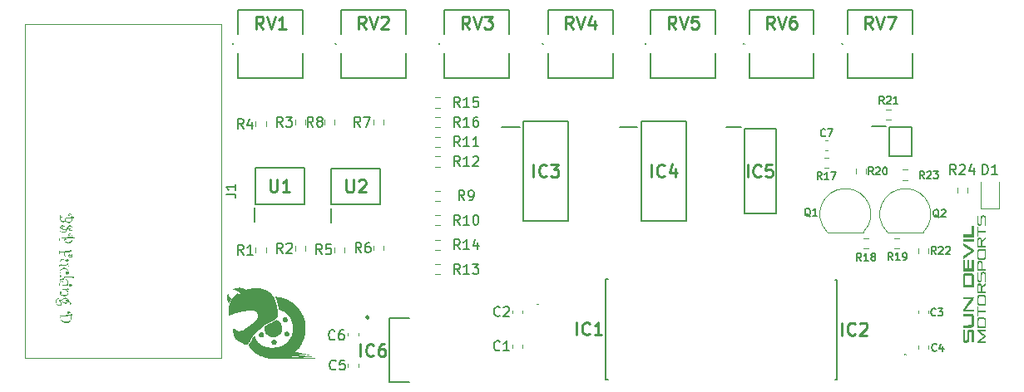
<source format=gbr>
%TF.GenerationSoftware,KiCad,Pcbnew,9.0.0*%
%TF.CreationDate,2025-03-18T23:21:23-07:00*%
%TF.ProjectId,BSPD,42535044-2e6b-4696-9361-645f70636258,rev?*%
%TF.SameCoordinates,Original*%
%TF.FileFunction,Legend,Top*%
%TF.FilePolarity,Positive*%
%FSLAX46Y46*%
G04 Gerber Fmt 4.6, Leading zero omitted, Abs format (unit mm)*
G04 Created by KiCad (PCBNEW 9.0.0) date 2025-03-18 23:21:23*
%MOMM*%
%LPD*%
G01*
G04 APERTURE LIST*
%ADD10C,0.250000*%
%ADD11C,0.150000*%
%ADD12C,0.254000*%
%ADD13C,0.120000*%
%ADD14C,0.200000*%
%ADD15C,0.100000*%
%ADD16C,0.000000*%
G04 APERTURE END LIST*
D10*
G36*
X43610072Y-112271195D02*
G01*
X43664140Y-112304148D01*
X43719231Y-112365908D01*
X43759649Y-112439714D01*
X43791531Y-112539518D01*
X43812495Y-112672030D01*
X43912364Y-112668298D01*
X43993296Y-112658096D01*
X43988857Y-112762731D01*
X43978251Y-112824792D01*
X43812495Y-112822911D01*
X43794700Y-112943174D01*
X43767445Y-113039125D01*
X43732401Y-113114904D01*
X43690508Y-113173998D01*
X43636112Y-113226722D01*
X43582117Y-113261819D01*
X43527666Y-113281988D01*
X43471496Y-113288633D01*
X43416794Y-113282156D01*
X43362343Y-113262284D01*
X43306909Y-113227358D01*
X43249577Y-113174511D01*
X43187999Y-113093659D01*
X43143142Y-113001699D01*
X43114767Y-112896599D01*
X43096846Y-112983390D01*
X43067382Y-113056259D01*
X43026974Y-113117493D01*
X42975162Y-113168149D01*
X42924511Y-113195654D01*
X42873101Y-113204431D01*
X42830460Y-113197097D01*
X42775819Y-113171519D01*
X42724099Y-113133303D01*
X42676656Y-113081845D01*
X42638125Y-113020313D01*
X42607242Y-112942932D01*
X42585372Y-112862954D01*
X42573561Y-112799403D01*
X42567877Y-112726649D01*
X42567605Y-112711439D01*
X42620151Y-112711439D01*
X42622571Y-112781919D01*
X42638919Y-112858072D01*
X42671100Y-112941393D01*
X42705496Y-112997156D01*
X42745942Y-113034434D01*
X42793241Y-113056512D01*
X42849678Y-113064150D01*
X42926742Y-113056301D01*
X42985103Y-113034924D01*
X43029193Y-113001529D01*
X43061621Y-112955163D01*
X43082740Y-112892598D01*
X43090575Y-112808806D01*
X43139814Y-112808806D01*
X43147106Y-112897361D01*
X43167102Y-112967047D01*
X43198050Y-113021759D01*
X43239746Y-113064321D01*
X43309452Y-113110111D01*
X43371402Y-113134856D01*
X43427727Y-113142540D01*
X43517662Y-113135252D01*
X43585112Y-113115700D01*
X43635199Y-113086120D01*
X43697455Y-113027620D01*
X43732823Y-112977041D01*
X43755196Y-112917509D01*
X43774027Y-112820945D01*
X43618253Y-112815269D01*
X43301808Y-112791795D01*
X42959840Y-112757112D01*
X42620151Y-112711439D01*
X42567605Y-112711439D01*
X42565355Y-112585776D01*
X42571168Y-112467807D01*
X42631520Y-112480373D01*
X42618968Y-112561142D01*
X42614594Y-112651343D01*
X42944233Y-112683428D01*
X43266503Y-112694000D01*
X43522790Y-112689486D01*
X43774284Y-112676048D01*
X43758163Y-112559352D01*
X43730484Y-112475000D01*
X43693951Y-112415542D01*
X43649437Y-112375357D01*
X43595814Y-112351211D01*
X43530138Y-112342742D01*
X43490418Y-112349253D01*
X43463943Y-112366918D01*
X43447164Y-112396545D01*
X43440721Y-112443272D01*
X43445115Y-112462515D01*
X43462434Y-112493623D01*
X43486013Y-112518870D01*
X43506288Y-112525680D01*
X43517401Y-112514738D01*
X43522787Y-112494905D01*
X43517146Y-112479310D01*
X43495004Y-112458745D01*
X43504727Y-112443802D01*
X43523300Y-112438656D01*
X43542815Y-112444591D01*
X43555635Y-112463255D01*
X43561084Y-112502599D01*
X43556243Y-112522958D01*
X43541080Y-112540469D01*
X43519818Y-112552159D01*
X43496286Y-112556027D01*
X43453657Y-112547112D01*
X43420376Y-112520636D01*
X43398637Y-112482984D01*
X43391482Y-112441392D01*
X43396563Y-112405333D01*
X43412854Y-112366256D01*
X43442944Y-112322824D01*
X43480431Y-112286735D01*
X43517246Y-112267060D01*
X43554758Y-112260762D01*
X43610072Y-112271195D01*
G37*
G36*
X43625112Y-113947979D02*
G01*
X43634862Y-113922147D01*
X43637678Y-113902159D01*
X43633138Y-113890601D01*
X43617026Y-113882049D01*
X43579634Y-113878138D01*
X43562100Y-113882290D01*
X43544585Y-113895919D01*
X43532242Y-113914987D01*
X43528258Y-113935669D01*
X43536002Y-113970136D01*
X43558993Y-113995555D01*
X43602356Y-114013531D01*
X43676916Y-114020898D01*
X43714485Y-114015619D01*
X43748451Y-113999871D01*
X43780011Y-113972513D01*
X43804387Y-113938215D01*
X43818797Y-113900805D01*
X43823694Y-113859160D01*
X43816459Y-113803972D01*
X43795018Y-113754318D01*
X43758212Y-113708536D01*
X43711633Y-113672417D01*
X43663044Y-113651662D01*
X43611007Y-113644764D01*
X43568133Y-113650001D01*
X43524680Y-113666203D01*
X43479617Y-113694944D01*
X43440557Y-113732727D01*
X43392058Y-113797229D01*
X43332070Y-113898056D01*
X43205295Y-114116128D01*
X43156361Y-114176604D01*
X43097755Y-114227259D01*
X43053590Y-114252597D01*
X43005252Y-114267855D01*
X42951576Y-114273079D01*
X42878103Y-114264996D01*
X42805360Y-114240339D01*
X42731886Y-114197401D01*
X42656567Y-114133140D01*
X42593015Y-114058360D01*
X42549809Y-113982667D01*
X42524536Y-113904974D01*
X42516115Y-113823770D01*
X42522059Y-113764153D01*
X42539622Y-113709042D01*
X42569150Y-113657263D01*
X42611944Y-113608005D01*
X42680278Y-113556308D01*
X42753783Y-113526115D01*
X42834718Y-113515938D01*
X42899056Y-113525389D01*
X42959856Y-113554161D01*
X43019109Y-113605184D01*
X43066638Y-113668282D01*
X43093038Y-113729063D01*
X43101517Y-113789319D01*
X43096308Y-113846534D01*
X43081759Y-113893116D01*
X43058689Y-113931224D01*
X43026950Y-113961249D01*
X42989402Y-113979066D01*
X42944139Y-113985251D01*
X42896345Y-113978633D01*
X42853016Y-113958890D01*
X42812663Y-113924642D01*
X42781275Y-113881722D01*
X42762983Y-113836111D01*
X42756841Y-113786498D01*
X42763095Y-113755564D01*
X42781803Y-113730420D01*
X42808630Y-113713672D01*
X42838394Y-113708194D01*
X42867388Y-113713973D01*
X42890112Y-113731018D01*
X42904853Y-113756477D01*
X42910030Y-113789319D01*
X42903404Y-113813987D01*
X42883102Y-113831549D01*
X42863402Y-113789045D01*
X42847370Y-113779659D01*
X42817096Y-113785346D01*
X42800942Y-113800099D01*
X42795138Y-113825650D01*
X42804516Y-113858166D01*
X42835231Y-113886174D01*
X42876822Y-113904028D01*
X42920972Y-113909938D01*
X42974933Y-113900079D01*
X43020990Y-113870530D01*
X43044659Y-113842061D01*
X43058514Y-113810587D01*
X43063219Y-113774958D01*
X43055611Y-113729551D01*
X43033337Y-113692246D01*
X42994318Y-113660921D01*
X42946754Y-113639716D01*
X42887331Y-113625928D01*
X42813347Y-113620914D01*
X42748144Y-113628169D01*
X42690495Y-113649325D01*
X42638615Y-113684685D01*
X42597470Y-113731218D01*
X42573495Y-113782973D01*
X42565355Y-113841978D01*
X42571845Y-113913086D01*
X42590818Y-113977593D01*
X42622254Y-114036880D01*
X42667082Y-114091936D01*
X42721083Y-114136774D01*
X42782761Y-114168969D01*
X42853609Y-114188907D01*
X42935676Y-114195886D01*
X42984860Y-114190692D01*
X43027590Y-114175691D01*
X43065271Y-114150921D01*
X43113667Y-114101192D01*
X43153748Y-114039790D01*
X43235643Y-113857878D01*
X43320273Y-113670666D01*
X43364215Y-113604404D01*
X43419777Y-113549363D01*
X43463171Y-113522103D01*
X43512751Y-113505477D01*
X43570145Y-113499696D01*
X43628470Y-113506391D01*
X43681573Y-113526178D01*
X43730917Y-113559725D01*
X43777361Y-113609117D01*
X43824178Y-113685775D01*
X43852337Y-113770280D01*
X43861991Y-113864888D01*
X43856545Y-113926469D01*
X43840990Y-113979441D01*
X43815829Y-114025429D01*
X43781095Y-114062709D01*
X43741328Y-114084140D01*
X43694612Y-114091423D01*
X43639990Y-114086279D01*
X43592322Y-114071462D01*
X43550227Y-114047227D01*
X43516416Y-114014109D01*
X43496716Y-113975646D01*
X43489960Y-113929942D01*
X43496446Y-113876509D01*
X43514922Y-113832489D01*
X43544852Y-113801309D01*
X43582455Y-113791371D01*
X43615986Y-113797529D01*
X43646911Y-113816503D01*
X43668657Y-113845110D01*
X43675976Y-113881130D01*
X43669309Y-113920772D01*
X43652651Y-113941013D01*
X43625112Y-113947979D01*
G37*
G36*
X43851049Y-114827791D02*
G01*
X43843334Y-114941058D01*
X43821190Y-115041219D01*
X43785555Y-115130267D01*
X43736585Y-115209823D01*
X43673259Y-115280621D01*
X43608047Y-115327797D01*
X43539882Y-115355102D01*
X43466879Y-115364209D01*
X43372756Y-115356276D01*
X43287280Y-115333128D01*
X43208794Y-115294979D01*
X43136053Y-115241025D01*
X43073146Y-115174416D01*
X43030642Y-115106455D01*
X43005842Y-115036092D01*
X42997567Y-114961746D01*
X43007608Y-114914193D01*
X43039113Y-114870362D01*
X43083865Y-114839704D01*
X43131778Y-114829928D01*
X43150781Y-114834648D01*
X43170809Y-114850593D01*
X43192986Y-114883014D01*
X43215334Y-114935645D01*
X43221879Y-114978073D01*
X43215626Y-115002849D01*
X43197474Y-115017821D01*
X43161954Y-115023808D01*
X43144082Y-115016747D01*
X43111091Y-114985169D01*
X43145969Y-114964139D01*
X43166887Y-114946751D01*
X43172640Y-114930202D01*
X43166399Y-114909246D01*
X43146956Y-114895611D01*
X43106304Y-114889853D01*
X43076013Y-114896204D01*
X43051679Y-114915242D01*
X43035873Y-114943204D01*
X43030393Y-114977988D01*
X43036591Y-115024018D01*
X43055378Y-115067669D01*
X43088339Y-115110225D01*
X43138617Y-115152377D01*
X43213952Y-115193749D01*
X43298523Y-115219023D01*
X43394559Y-115227775D01*
X43480091Y-115220979D01*
X43555045Y-115201477D01*
X43621245Y-115169941D01*
X43680079Y-115126133D01*
X43727782Y-115072017D01*
X43764298Y-115005352D01*
X43789412Y-114923646D01*
X43801724Y-114823602D01*
X43566229Y-114809729D01*
X43156911Y-114803855D01*
X43032743Y-114808820D01*
X42845233Y-114826765D01*
X42569287Y-114852496D01*
X42548685Y-115092367D01*
X42488333Y-115077578D01*
X42504554Y-114961425D01*
X42518680Y-114795136D01*
X42526654Y-114629391D01*
X42526972Y-114518335D01*
X42587239Y-114512095D01*
X42580400Y-114692554D01*
X42575015Y-114798213D01*
X42840189Y-114766840D01*
X43125040Y-114731985D01*
X43371548Y-114712597D01*
X43583652Y-114706573D01*
X43801724Y-114710078D01*
X43791341Y-114617357D01*
X43768892Y-114535172D01*
X43734960Y-114461915D01*
X43699793Y-114411837D01*
X43663728Y-114379538D01*
X43626247Y-114361320D01*
X43586046Y-114355315D01*
X43549468Y-114364114D01*
X43520308Y-114391133D01*
X43501763Y-114429423D01*
X43495431Y-114473968D01*
X43502753Y-114548676D01*
X43518532Y-114580221D01*
X43539285Y-114588860D01*
X43549300Y-114586245D01*
X43558434Y-114577747D01*
X43566555Y-114554324D01*
X43557777Y-114533438D01*
X43527745Y-114525516D01*
X43540513Y-114498925D01*
X43566128Y-114490382D01*
X43593570Y-114496763D01*
X43609574Y-114514684D01*
X43615794Y-114548597D01*
X43610759Y-114574202D01*
X43594680Y-114599717D01*
X43572295Y-114618556D01*
X43551937Y-114623995D01*
X43520197Y-114619053D01*
X43491738Y-114604230D01*
X43465426Y-114578089D01*
X43438980Y-114528144D01*
X43429779Y-114466360D01*
X43434691Y-114420698D01*
X43448924Y-114380807D01*
X43472521Y-114345399D01*
X43503768Y-114317127D01*
X43538010Y-114300806D01*
X43576557Y-114295305D01*
X43625510Y-114303913D01*
X43678048Y-114331877D01*
X43736499Y-114384979D01*
X43769615Y-114430986D01*
X43800461Y-114497031D01*
X43828028Y-114588647D01*
X43850707Y-114712301D01*
X44042792Y-114714181D01*
X44031935Y-114865832D01*
X43851049Y-114827791D01*
G37*
G36*
X43747356Y-115933881D02*
G01*
X43738830Y-116043803D01*
X43736157Y-116140327D01*
X43743680Y-116239809D01*
X43771719Y-116397808D01*
X43800066Y-116554005D01*
X43807281Y-116641441D01*
X43802517Y-116690399D01*
X43789279Y-116729501D01*
X43768300Y-116760863D01*
X43739559Y-116784616D01*
X43702767Y-116799450D01*
X43655459Y-116804802D01*
X43606398Y-116798306D01*
X43552101Y-116777363D01*
X43490730Y-116738637D01*
X43438572Y-116689952D01*
X43411026Y-116643886D01*
X43402424Y-116598442D01*
X43411950Y-116536793D01*
X43438327Y-116492269D01*
X43477530Y-116462581D01*
X43519880Y-116453203D01*
X43555419Y-116463041D01*
X43599894Y-116498937D01*
X43633867Y-116545441D01*
X43643150Y-116581259D01*
X43637599Y-116606514D01*
X43619898Y-116630498D01*
X43595936Y-116647805D01*
X43575103Y-116652810D01*
X43541819Y-116646371D01*
X43523846Y-116629492D01*
X43517316Y-116599895D01*
X43565258Y-116585206D01*
X43587415Y-116567768D01*
X43593910Y-116547749D01*
X43590844Y-116532586D01*
X43581258Y-116518513D01*
X43567513Y-116508700D01*
X43552023Y-116505519D01*
X43523102Y-116512770D01*
X43482010Y-116540141D01*
X43449801Y-116576835D01*
X43440721Y-116608956D01*
X43446533Y-116642609D01*
X43463847Y-116671370D01*
X43494662Y-116696664D01*
X43551899Y-116721121D01*
X43619128Y-116729576D01*
X43658122Y-116720995D01*
X43693244Y-116694099D01*
X43716532Y-116653144D01*
X43725215Y-116592714D01*
X43719731Y-116464322D01*
X43698116Y-116229232D01*
X43288949Y-116245246D01*
X43074161Y-116249235D01*
X43079588Y-116422040D01*
X43094879Y-116572056D01*
X43118699Y-116701793D01*
X43036121Y-116695638D01*
X43014794Y-116443608D01*
X43008509Y-116251202D01*
X42543471Y-116258639D01*
X42548985Y-116344252D01*
X42565670Y-116430149D01*
X42593992Y-116516974D01*
X42522014Y-116516974D01*
X42500341Y-116350192D01*
X42494231Y-116234019D01*
X42489507Y-116180525D01*
X42471578Y-116092627D01*
X42532272Y-116092627D01*
X42543214Y-116206236D01*
X42899547Y-116178448D01*
X43206885Y-116142261D01*
X43470178Y-116099068D01*
X43694099Y-116050141D01*
X43697945Y-115933881D01*
X43747356Y-115933881D01*
G37*
G36*
X42533469Y-117767107D02*
G01*
X42498411Y-117660322D01*
X42465423Y-117583400D01*
X42686145Y-117561687D01*
X42608381Y-117496284D01*
X42556463Y-117427460D01*
X42526260Y-117354058D01*
X42516115Y-117273859D01*
X42522314Y-117211211D01*
X42540904Y-117151150D01*
X42572583Y-117092598D01*
X42618954Y-117034757D01*
X42673925Y-116986598D01*
X42733184Y-116953029D01*
X42797762Y-116932837D01*
X42869168Y-116925935D01*
X42930281Y-116934163D01*
X43003209Y-116961582D01*
X43071635Y-117000952D01*
X43122033Y-117042622D01*
X43170039Y-117084773D01*
X43224530Y-117120840D01*
X43279947Y-117146867D01*
X43314545Y-117153581D01*
X43360733Y-117147353D01*
X43389838Y-117131212D01*
X43407055Y-117105938D01*
X43413366Y-117068267D01*
X43408133Y-117032000D01*
X43392080Y-116996887D01*
X43367476Y-116970831D01*
X43340020Y-116962950D01*
X43320831Y-116967125D01*
X43303432Y-116980218D01*
X43291346Y-116998637D01*
X43287532Y-117017660D01*
X43291379Y-117046896D01*
X43303945Y-117052196D01*
X43319557Y-117043765D01*
X43332070Y-117009026D01*
X43358277Y-117032761D01*
X43364127Y-117046297D01*
X43360065Y-117063426D01*
X43347030Y-117079380D01*
X43328644Y-117090338D01*
X43307450Y-117093998D01*
X43275783Y-117087510D01*
X43245131Y-117066899D01*
X43223244Y-117037726D01*
X43216408Y-117007145D01*
X43223470Y-116978386D01*
X43246670Y-116950127D01*
X43278454Y-116930249D01*
X43309929Y-116924054D01*
X43368427Y-116934723D01*
X43427556Y-116968677D01*
X43460935Y-117001396D01*
X43478833Y-117032916D01*
X43484489Y-117064506D01*
X43479345Y-117099485D01*
X43464208Y-117129674D01*
X43438071Y-117156402D01*
X43387778Y-117183223D01*
X43326684Y-117192477D01*
X43268722Y-117187334D01*
X43211738Y-117171807D01*
X43154945Y-117145289D01*
X43030391Y-117082788D01*
X42940181Y-117051917D01*
X42875836Y-117043306D01*
X42780004Y-117052031D01*
X42704203Y-117076105D01*
X42644172Y-117113831D01*
X42597610Y-117165853D01*
X42569656Y-117228045D01*
X42559884Y-117303607D01*
X42566794Y-117356234D01*
X42587753Y-117406394D01*
X42624495Y-117455516D01*
X42680428Y-117504407D01*
X42760346Y-117553224D01*
X43059216Y-117511044D01*
X43353355Y-117453463D01*
X43347542Y-117351137D01*
X43391396Y-117355582D01*
X43399133Y-117469425D01*
X43417794Y-117576472D01*
X43447047Y-117677519D01*
X43403193Y-117688461D01*
X43376265Y-117590324D01*
X43031407Y-117597913D01*
X42538512Y-117624603D01*
X42554248Y-117689137D01*
X42577237Y-117751805D01*
X42533469Y-117767107D01*
G37*
G36*
X42583136Y-118394652D02*
G01*
X42560685Y-118291974D01*
X42554413Y-118220434D01*
X42563109Y-118143632D01*
X42588768Y-118073870D01*
X42632166Y-118009235D01*
X42695890Y-117948592D01*
X42769434Y-117900289D01*
X42848188Y-117865964D01*
X42933235Y-117845108D01*
X43025948Y-117837974D01*
X43109471Y-117846214D01*
X43188111Y-117870740D01*
X43263375Y-117912232D01*
X43336344Y-117972613D01*
X43397963Y-118044571D01*
X43440214Y-118118923D01*
X43465163Y-118196769D01*
X43473547Y-118279675D01*
X43468344Y-118331195D01*
X43452211Y-118384671D01*
X43423795Y-118441071D01*
X43385800Y-118489346D01*
X43346703Y-118515136D01*
X43304800Y-118523393D01*
X43267942Y-118517782D01*
X43231103Y-118500279D01*
X43193071Y-118468511D01*
X43162526Y-118429582D01*
X43145386Y-118390925D01*
X43139814Y-118351397D01*
X43147306Y-118298655D01*
X43169477Y-118252063D01*
X43191937Y-118227132D01*
X43217433Y-118212924D01*
X43247183Y-118208124D01*
X43288003Y-118215590D01*
X43317195Y-118236676D01*
X43335569Y-118269111D01*
X43342242Y-118314125D01*
X43338701Y-118341465D01*
X43328223Y-118366015D01*
X43311622Y-118383940D01*
X43291550Y-118389523D01*
X43278348Y-118385480D01*
X43263254Y-118370887D01*
X43252418Y-118352099D01*
X43249235Y-118336095D01*
X43249235Y-118320879D01*
X43290011Y-118331479D01*
X43304030Y-118325450D01*
X43309416Y-118304551D01*
X43305241Y-118290334D01*
X43291037Y-118276512D01*
X43272293Y-118267210D01*
X43254278Y-118264288D01*
X43213890Y-118272398D01*
X43191743Y-118293951D01*
X43183582Y-118332334D01*
X43192181Y-118374723D01*
X43217691Y-118408244D01*
X43255050Y-118430148D01*
X43300611Y-118437651D01*
X43337161Y-118432268D01*
X43369796Y-118416224D01*
X43399774Y-118388241D01*
X43430608Y-118335633D01*
X43440721Y-118277794D01*
X43432755Y-118217813D01*
X43408979Y-118163010D01*
X43367855Y-118111618D01*
X43305740Y-118062800D01*
X43212823Y-118014321D01*
X43117866Y-117985858D01*
X43019280Y-117976374D01*
X42909557Y-117984180D01*
X42810263Y-118006830D01*
X42719741Y-118043736D01*
X42657640Y-118083376D01*
X42617553Y-118125486D01*
X42594809Y-118170596D01*
X42587239Y-118220434D01*
X42596081Y-118272730D01*
X42621822Y-118314896D01*
X42666825Y-118349516D01*
X42583136Y-118394652D01*
G37*
G36*
X43330531Y-119373797D02*
G01*
X43297961Y-119369181D01*
X43318159Y-119294681D01*
X43344294Y-119243604D01*
X43034411Y-118824984D01*
X43023569Y-118891298D01*
X43003209Y-118946372D01*
X42973341Y-118993216D01*
X42939095Y-119024762D01*
X42901125Y-119045905D01*
X42871904Y-119053400D01*
X42749318Y-119055879D01*
X42679118Y-119060266D01*
X42641009Y-119070411D01*
X42612594Y-119089339D01*
X42592368Y-119117172D01*
X42580328Y-119150496D01*
X42576297Y-119186072D01*
X42581479Y-119221807D01*
X42596567Y-119251894D01*
X42622373Y-119277798D01*
X42670455Y-119304116D01*
X42719142Y-119312505D01*
X42758964Y-119304076D01*
X42781282Y-119281240D01*
X42789667Y-119239672D01*
X42785137Y-119204965D01*
X42777897Y-119197618D01*
X42761543Y-119194621D01*
X42746588Y-119201924D01*
X42740428Y-119229157D01*
X42745899Y-119247194D01*
X42751370Y-119266428D01*
X42732307Y-119270104D01*
X42714275Y-119266657D01*
X42699224Y-119256341D01*
X42689180Y-119241003D01*
X42685718Y-119221463D01*
X42691505Y-119194736D01*
X42708286Y-119175900D01*
X42732709Y-119164438D01*
X42762654Y-119160427D01*
X42790820Y-119168198D01*
X42826255Y-119196587D01*
X42852924Y-119234270D01*
X42860791Y-119268309D01*
X42851277Y-119305083D01*
X42821810Y-119333534D01*
X42780760Y-119351113D01*
X42733675Y-119357128D01*
X42674493Y-119349546D01*
X42626265Y-119327956D01*
X42586384Y-119292159D01*
X42557499Y-119246063D01*
X42539150Y-119188468D01*
X42532528Y-119116317D01*
X42537951Y-119076162D01*
X42553938Y-119040699D01*
X42581340Y-119008606D01*
X42632604Y-118974245D01*
X42682555Y-118962444D01*
X42758228Y-118956178D01*
X42854978Y-118934918D01*
X42899120Y-118915780D01*
X42937079Y-118884196D01*
X42969715Y-118837972D01*
X42996712Y-118773351D01*
X42597754Y-118723428D01*
X42586982Y-118878668D01*
X42543043Y-118868838D01*
X42566633Y-118685635D01*
X42570740Y-118528778D01*
X42614680Y-118535361D01*
X42607584Y-118688208D01*
X42845210Y-118702131D01*
X43311040Y-118716161D01*
X43960470Y-118727189D01*
X43971754Y-118592123D01*
X44015522Y-118596482D01*
X44007242Y-118690268D01*
X44004238Y-118803613D01*
X44007443Y-118929804D01*
X44015608Y-119016727D01*
X43982439Y-119016727D01*
X43971754Y-118872172D01*
X43717053Y-118852435D01*
X43055868Y-118784036D01*
X43378317Y-119178464D01*
X43412511Y-119134952D01*
X43442457Y-119098710D01*
X43465512Y-119077336D01*
X43496628Y-119105631D01*
X43417094Y-119200561D01*
X43363076Y-119289491D01*
X43330531Y-119373797D01*
G37*
G36*
X43671018Y-119760703D02*
G01*
X43668282Y-119744546D01*
X43699982Y-119716371D01*
X43718678Y-119681520D01*
X43725215Y-119637775D01*
X43717346Y-119586559D01*
X43693671Y-119540066D01*
X43658362Y-119506247D01*
X43620923Y-119496041D01*
X43575841Y-119505496D01*
X43541422Y-119533398D01*
X43518684Y-119571678D01*
X43511845Y-119606231D01*
X43519253Y-119647058D01*
X43538242Y-119668541D01*
X43570658Y-119676158D01*
X43610088Y-119669263D01*
X43630533Y-119651809D01*
X43637678Y-119622473D01*
X43630327Y-119601273D01*
X43613486Y-119589818D01*
X43599202Y-119595571D01*
X43593910Y-119614780D01*
X43608528Y-119649401D01*
X43573144Y-119636857D01*
X43555650Y-119620648D01*
X43550142Y-119600418D01*
X43554549Y-119585411D01*
X43569461Y-119571097D01*
X43602288Y-119558531D01*
X43625702Y-119563631D01*
X43646312Y-119579474D01*
X43660285Y-119602434D01*
X43665034Y-119630167D01*
X43659697Y-119667688D01*
X43643577Y-119702658D01*
X43617661Y-119727810D01*
X43582797Y-119736168D01*
X43545719Y-119726326D01*
X43513041Y-119694537D01*
X43491564Y-119651017D01*
X43484489Y-119604351D01*
X43494422Y-119550593D01*
X43524411Y-119503906D01*
X43553391Y-119480047D01*
X43586454Y-119465872D01*
X43624941Y-119460992D01*
X43665345Y-119465935D01*
X43702259Y-119480610D01*
X43736756Y-119505701D01*
X43764825Y-119537894D01*
X43780373Y-119569767D01*
X43785397Y-119602384D01*
X43777506Y-119663404D01*
X43756009Y-119707718D01*
X43721497Y-119739663D01*
X43671018Y-119760703D01*
G37*
G36*
X42516115Y-119828920D02*
G01*
X42513241Y-119625830D01*
X42507652Y-119551008D01*
X42487991Y-119453299D01*
X42548856Y-119453299D01*
X42553216Y-119576653D01*
X42830553Y-119571764D01*
X43095655Y-119557382D01*
X43349081Y-119533911D01*
X43353270Y-119427482D01*
X43397038Y-119427482D01*
X43394987Y-119566994D01*
X43401409Y-119640136D01*
X43425077Y-119752411D01*
X43381138Y-119752411D01*
X43357972Y-119666156D01*
X43049285Y-119646238D01*
X42562106Y-119623414D01*
X42565808Y-119728450D01*
X42576724Y-119828920D01*
X42516115Y-119828920D01*
G37*
G36*
X43135625Y-120066397D02*
G01*
X43234542Y-120107724D01*
X43307899Y-120152738D01*
X43360542Y-120200817D01*
X43396191Y-120252089D01*
X43417194Y-120307472D01*
X43424308Y-120368586D01*
X43417046Y-120437398D01*
X43395328Y-120502546D01*
X43358292Y-120565380D01*
X43303860Y-120626837D01*
X43240122Y-120677583D01*
X43172528Y-120712997D01*
X43100044Y-120734246D01*
X43021246Y-120741472D01*
X42934637Y-120735029D01*
X42849461Y-120715652D01*
X42764857Y-120682859D01*
X42680076Y-120635642D01*
X42601121Y-120575419D01*
X42551591Y-120518913D01*
X42524663Y-120464979D01*
X42516115Y-120411671D01*
X42526702Y-120362207D01*
X42561422Y-120310713D01*
X42593952Y-120282257D01*
X42625533Y-120266643D01*
X42657251Y-120261645D01*
X42694855Y-120271446D01*
X42730341Y-120303618D01*
X42754690Y-120347156D01*
X42762312Y-120389616D01*
X42757074Y-120441037D01*
X42744223Y-120471164D01*
X42725877Y-120487309D01*
X42700763Y-120492796D01*
X42668777Y-120484851D01*
X42649583Y-120461939D01*
X42641949Y-120417398D01*
X42647465Y-120387414D01*
X42660756Y-120375083D01*
X42673579Y-120384829D01*
X42669304Y-120407824D01*
X42675190Y-120419369D01*
X42697685Y-120424237D01*
X42721319Y-120415835D01*
X42729486Y-120389701D01*
X42723556Y-120373248D01*
X42701618Y-120355507D01*
X42673168Y-120343603D01*
X42645112Y-120339778D01*
X42605850Y-120345387D01*
X42580707Y-120360110D01*
X42565527Y-120383628D01*
X42559884Y-120419279D01*
X42568944Y-120465745D01*
X42596521Y-120505846D01*
X42647487Y-120541595D01*
X42731391Y-120572173D01*
X42861203Y-120594337D01*
X43052619Y-120603072D01*
X43129938Y-120595174D01*
X43203989Y-120571474D01*
X43276162Y-120531008D01*
X43324741Y-120490699D01*
X43356515Y-120450101D01*
X43374586Y-120408555D01*
X43380540Y-120364825D01*
X43373698Y-120314474D01*
X43352926Y-120266556D01*
X43316426Y-120219672D01*
X43247039Y-120160975D01*
X43165887Y-120115807D01*
X43068263Y-120077766D01*
X42560995Y-120040666D01*
X42593394Y-120142821D01*
X42549882Y-120155900D01*
X42522916Y-120057583D01*
X42516115Y-120002283D01*
X42527485Y-119861233D01*
X42570997Y-119871064D01*
X42560140Y-119997838D01*
X42645967Y-119999548D01*
X42905001Y-119991287D01*
X43150462Y-119967040D01*
X43383361Y-119927484D01*
X43363699Y-119819687D01*
X43407467Y-119806608D01*
X43424461Y-119895561D01*
X43453963Y-119988958D01*
X43497227Y-120087597D01*
X43135625Y-120066397D01*
G37*
G36*
X42583905Y-121144790D02*
G01*
X42652635Y-121276608D01*
X42707773Y-121399877D01*
X42732655Y-121484329D01*
X42740428Y-121559991D01*
X42733924Y-121605270D01*
X42714968Y-121643590D01*
X42682555Y-121676763D01*
X42641876Y-121701090D01*
X42594130Y-121716164D01*
X42537572Y-121721472D01*
X42469163Y-121713280D01*
X42403830Y-121688551D01*
X42339977Y-121645695D01*
X42276586Y-121581448D01*
X42226989Y-121508758D01*
X42190891Y-121426123D01*
X42168382Y-121331743D01*
X42160498Y-121223351D01*
X42168626Y-121136433D01*
X42192123Y-121059840D01*
X42230681Y-120991516D01*
X42282988Y-120935120D01*
X42338287Y-120903826D01*
X42398830Y-120893550D01*
X42453155Y-120902622D01*
X42505365Y-120930747D01*
X42557431Y-120982060D01*
X42610063Y-121063836D01*
X42585273Y-121077770D01*
X42543277Y-121036173D01*
X42491134Y-121011129D01*
X42425587Y-121002287D01*
X42365356Y-121009154D01*
X42311553Y-121029286D01*
X42262567Y-121063152D01*
X42224486Y-121107841D01*
X42201426Y-121161599D01*
X42193324Y-121227198D01*
X42200431Y-121320112D01*
X42220675Y-121400340D01*
X42253122Y-121470030D01*
X42297787Y-121530840D01*
X42354813Y-121585649D01*
X42407988Y-121621120D01*
X42458371Y-121640866D01*
X42507310Y-121647185D01*
X42550171Y-121639228D01*
X42584247Y-121615898D01*
X42606750Y-121580780D01*
X42614594Y-121535115D01*
X42609837Y-121462014D01*
X42595787Y-121392782D01*
X42572510Y-121323700D01*
X42536033Y-121241730D01*
X42493943Y-121162325D01*
X42455421Y-121100081D01*
X42472945Y-121070504D01*
X42530474Y-121091790D01*
X42634085Y-121109228D01*
X42801293Y-121128548D01*
X42825347Y-121059887D01*
X42860723Y-121001891D01*
X42907808Y-120952962D01*
X42964150Y-120915527D01*
X43024653Y-120893420D01*
X43090916Y-120885942D01*
X43166377Y-120892721D01*
X43235477Y-120912607D01*
X43299581Y-120945639D01*
X43359681Y-120992798D01*
X43411631Y-121050378D01*
X43446579Y-121107999D01*
X43466838Y-121166528D01*
X43473547Y-121227198D01*
X43468517Y-121279930D01*
X43454333Y-121323627D01*
X43431574Y-121360127D01*
X43476496Y-121333023D01*
X43520866Y-121317504D01*
X43565615Y-121312426D01*
X43602465Y-121317382D01*
X43634703Y-121331936D01*
X43663580Y-121356793D01*
X43685396Y-121388365D01*
X43698690Y-121425025D01*
X43703331Y-121468180D01*
X43695893Y-121515591D01*
X43674437Y-121553750D01*
X43642865Y-121580368D01*
X43609725Y-121588543D01*
X43580665Y-121582065D01*
X43553390Y-121561444D01*
X43534602Y-121531683D01*
X43528258Y-121495963D01*
X43537360Y-121476400D01*
X43573052Y-121458435D01*
X43566299Y-121493996D01*
X43575261Y-121512412D01*
X43608614Y-121519984D01*
X43633119Y-121516432D01*
X43652638Y-121506306D01*
X43666039Y-121490425D01*
X43670505Y-121470146D01*
X43661890Y-121431357D01*
X43636482Y-121402869D01*
X43598607Y-121385538D01*
X43545697Y-121379105D01*
X43457425Y-121385750D01*
X43410545Y-121401074D01*
X43390712Y-121369274D01*
X43417809Y-121333386D01*
X43434682Y-121288776D01*
X43440721Y-121232925D01*
X43430497Y-121167090D01*
X43400271Y-121110279D01*
X43347542Y-121059904D01*
X43282628Y-121022995D01*
X43209746Y-121000498D01*
X43126906Y-120992712D01*
X43035985Y-120999343D01*
X42965466Y-121017329D01*
X42911142Y-121044687D01*
X42866378Y-121083879D01*
X42841593Y-121125935D01*
X42833436Y-121172658D01*
X42843190Y-121229674D01*
X42872968Y-121281996D01*
X42926785Y-121331746D01*
X42991720Y-121368851D01*
X43061339Y-121390994D01*
X43137164Y-121398510D01*
X43187297Y-121393129D01*
X43234050Y-121377126D01*
X43278471Y-121349954D01*
X43315201Y-121314124D01*
X43335578Y-121276877D01*
X43342242Y-121236772D01*
X43336694Y-121211825D01*
X43318819Y-121187533D01*
X43293551Y-121170394D01*
X43265990Y-121164879D01*
X43230885Y-121168539D01*
X43203500Y-121178642D01*
X43184079Y-121195407D01*
X43178111Y-121215743D01*
X43189908Y-121239678D01*
X43203404Y-121250519D01*
X43220255Y-121254125D01*
X43234407Y-121250787D01*
X43238293Y-121242500D01*
X43233747Y-121226475D01*
X43217349Y-121207280D01*
X43247055Y-121210699D01*
X43265819Y-121219419D01*
X43278340Y-121232796D01*
X43282061Y-121246346D01*
X43275388Y-121280992D01*
X43257921Y-121299668D01*
X43227351Y-121306442D01*
X43199101Y-121299156D01*
X43171016Y-121274898D01*
X43151399Y-121242135D01*
X43145285Y-121210015D01*
X43153466Y-121164889D01*
X43177342Y-121129146D01*
X43213282Y-121105419D01*
X43258894Y-121097260D01*
X43290053Y-121106604D01*
X43330445Y-121141627D01*
X43360289Y-121188262D01*
X43369598Y-121234806D01*
X43361675Y-121300337D01*
X43338252Y-121359673D01*
X43298389Y-121414581D01*
X43246865Y-121457971D01*
X43189892Y-121483334D01*
X43125367Y-121491945D01*
X43063168Y-121485445D01*
X43005346Y-121466156D01*
X42950625Y-121433519D01*
X42898148Y-121385858D01*
X42841827Y-121311010D01*
X42810613Y-121239260D01*
X42800609Y-121168469D01*
X42583905Y-121144790D01*
G37*
G36*
X43477017Y-122265077D02*
G01*
X43527476Y-122293351D01*
X43585276Y-122348077D01*
X43632624Y-122412636D01*
X43671057Y-122488777D01*
X43700254Y-122578288D01*
X43816171Y-122551446D01*
X43840449Y-122715919D01*
X43727096Y-122729255D01*
X43730686Y-122805251D01*
X43722119Y-122939860D01*
X43697132Y-123063747D01*
X43656314Y-123178478D01*
X43613879Y-123260748D01*
X43566275Y-123328316D01*
X43513649Y-123383033D01*
X43455766Y-123426299D01*
X43368974Y-123470782D01*
X43282217Y-123496659D01*
X43194097Y-123505202D01*
X43109301Y-123496437D01*
X43023624Y-123469532D01*
X42935498Y-123422532D01*
X42843624Y-123352205D01*
X42747010Y-123254218D01*
X42670446Y-123151481D01*
X42608640Y-123034592D01*
X42561647Y-122901620D01*
X42536918Y-122782255D01*
X42579203Y-122782255D01*
X42608091Y-122910655D01*
X42651337Y-123020562D01*
X42708149Y-123114631D01*
X42778640Y-123194891D01*
X42862643Y-123260152D01*
X42958411Y-123307241D01*
X43068187Y-123336477D01*
X43194952Y-123346713D01*
X43304182Y-123336549D01*
X43398948Y-123307362D01*
X43482083Y-123259784D01*
X43555527Y-123192669D01*
X43614937Y-123111950D01*
X43657374Y-123022920D01*
X43683392Y-122923961D01*
X43692389Y-122812944D01*
X43688884Y-122737461D01*
X43068925Y-122771920D01*
X42579203Y-122782255D01*
X42536918Y-122782255D01*
X42530270Y-122750164D01*
X42516030Y-122577433D01*
X42565184Y-122564610D01*
X42574758Y-122735495D01*
X42976332Y-122700654D01*
X43340705Y-122651705D01*
X43670676Y-122590000D01*
X43645481Y-122520888D01*
X43613398Y-122463507D01*
X43574676Y-122416209D01*
X43527849Y-122378997D01*
X43477034Y-122357288D01*
X43420547Y-122349958D01*
X43395698Y-122354180D01*
X43371222Y-122367397D01*
X43352728Y-122386060D01*
X43347713Y-122401762D01*
X43352812Y-122429656D01*
X43369427Y-122459635D01*
X43394446Y-122481704D01*
X43424992Y-122488871D01*
X43450004Y-122486362D01*
X43470555Y-122479296D01*
X43485920Y-122468321D01*
X43489960Y-122458096D01*
X43483599Y-122443560D01*
X43461323Y-122437922D01*
X43451015Y-122441036D01*
X43439097Y-122452283D01*
X43424308Y-122442367D01*
X43429557Y-122412340D01*
X43442843Y-122396773D01*
X43465170Y-122391332D01*
X43489937Y-122397056D01*
X43510391Y-122414670D01*
X43523748Y-122439758D01*
X43528258Y-122468696D01*
X43521296Y-122500959D01*
X43499449Y-122530416D01*
X43469010Y-122551110D01*
X43438669Y-122557515D01*
X43409298Y-122552076D01*
X43380180Y-122534843D01*
X43350107Y-122502548D01*
X43319055Y-122446051D01*
X43309416Y-122392187D01*
X43319560Y-122340616D01*
X43350278Y-122296530D01*
X43392862Y-122265612D01*
X43431318Y-122256523D01*
X43477017Y-122265077D01*
G37*
D11*
X83257142Y-107454819D02*
X82923809Y-106978628D01*
X82685714Y-107454819D02*
X82685714Y-106454819D01*
X82685714Y-106454819D02*
X83066666Y-106454819D01*
X83066666Y-106454819D02*
X83161904Y-106502438D01*
X83161904Y-106502438D02*
X83209523Y-106550057D01*
X83209523Y-106550057D02*
X83257142Y-106645295D01*
X83257142Y-106645295D02*
X83257142Y-106788152D01*
X83257142Y-106788152D02*
X83209523Y-106883390D01*
X83209523Y-106883390D02*
X83161904Y-106931009D01*
X83161904Y-106931009D02*
X83066666Y-106978628D01*
X83066666Y-106978628D02*
X82685714Y-106978628D01*
X84209523Y-107454819D02*
X83638095Y-107454819D01*
X83923809Y-107454819D02*
X83923809Y-106454819D01*
X83923809Y-106454819D02*
X83828571Y-106597676D01*
X83828571Y-106597676D02*
X83733333Y-106692914D01*
X83733333Y-106692914D02*
X83638095Y-106740533D01*
X84590476Y-106550057D02*
X84638095Y-106502438D01*
X84638095Y-106502438D02*
X84733333Y-106454819D01*
X84733333Y-106454819D02*
X84971428Y-106454819D01*
X84971428Y-106454819D02*
X85066666Y-106502438D01*
X85066666Y-106502438D02*
X85114285Y-106550057D01*
X85114285Y-106550057D02*
X85161904Y-106645295D01*
X85161904Y-106645295D02*
X85161904Y-106740533D01*
X85161904Y-106740533D02*
X85114285Y-106883390D01*
X85114285Y-106883390D02*
X84542857Y-107454819D01*
X84542857Y-107454819D02*
X85161904Y-107454819D01*
X59454819Y-110333333D02*
X60169104Y-110333333D01*
X60169104Y-110333333D02*
X60311961Y-110380952D01*
X60311961Y-110380952D02*
X60407200Y-110476190D01*
X60407200Y-110476190D02*
X60454819Y-110619047D01*
X60454819Y-110619047D02*
X60454819Y-110714285D01*
X60454819Y-109333333D02*
X60454819Y-109904761D01*
X60454819Y-109619047D02*
X59454819Y-109619047D01*
X59454819Y-109619047D02*
X59597676Y-109714285D01*
X59597676Y-109714285D02*
X59692914Y-109809523D01*
X59692914Y-109809523D02*
X59740533Y-109904761D01*
X83257142Y-115954819D02*
X82923809Y-115478628D01*
X82685714Y-115954819D02*
X82685714Y-114954819D01*
X82685714Y-114954819D02*
X83066666Y-114954819D01*
X83066666Y-114954819D02*
X83161904Y-115002438D01*
X83161904Y-115002438D02*
X83209523Y-115050057D01*
X83209523Y-115050057D02*
X83257142Y-115145295D01*
X83257142Y-115145295D02*
X83257142Y-115288152D01*
X83257142Y-115288152D02*
X83209523Y-115383390D01*
X83209523Y-115383390D02*
X83161904Y-115431009D01*
X83161904Y-115431009D02*
X83066666Y-115478628D01*
X83066666Y-115478628D02*
X82685714Y-115478628D01*
X84209523Y-115954819D02*
X83638095Y-115954819D01*
X83923809Y-115954819D02*
X83923809Y-114954819D01*
X83923809Y-114954819D02*
X83828571Y-115097676D01*
X83828571Y-115097676D02*
X83733333Y-115192914D01*
X83733333Y-115192914D02*
X83638095Y-115240533D01*
X85066666Y-115288152D02*
X85066666Y-115954819D01*
X84828571Y-114907200D02*
X84590476Y-115621485D01*
X84590476Y-115621485D02*
X85209523Y-115621485D01*
X132028571Y-112710592D02*
X131957142Y-112674878D01*
X131957142Y-112674878D02*
X131885714Y-112603450D01*
X131885714Y-112603450D02*
X131778571Y-112496307D01*
X131778571Y-112496307D02*
X131707142Y-112460592D01*
X131707142Y-112460592D02*
X131635714Y-112460592D01*
X131671428Y-112639164D02*
X131600000Y-112603450D01*
X131600000Y-112603450D02*
X131528571Y-112532021D01*
X131528571Y-112532021D02*
X131492857Y-112389164D01*
X131492857Y-112389164D02*
X131492857Y-112139164D01*
X131492857Y-112139164D02*
X131528571Y-111996307D01*
X131528571Y-111996307D02*
X131600000Y-111924878D01*
X131600000Y-111924878D02*
X131671428Y-111889164D01*
X131671428Y-111889164D02*
X131814285Y-111889164D01*
X131814285Y-111889164D02*
X131885714Y-111924878D01*
X131885714Y-111924878D02*
X131957142Y-111996307D01*
X131957142Y-111996307D02*
X131992857Y-112139164D01*
X131992857Y-112139164D02*
X131992857Y-112389164D01*
X131992857Y-112389164D02*
X131957142Y-112532021D01*
X131957142Y-112532021D02*
X131885714Y-112603450D01*
X131885714Y-112603450D02*
X131814285Y-112639164D01*
X131814285Y-112639164D02*
X131671428Y-112639164D01*
X132278571Y-111960592D02*
X132314285Y-111924878D01*
X132314285Y-111924878D02*
X132385714Y-111889164D01*
X132385714Y-111889164D02*
X132564285Y-111889164D01*
X132564285Y-111889164D02*
X132635714Y-111924878D01*
X132635714Y-111924878D02*
X132671428Y-111960592D01*
X132671428Y-111960592D02*
X132707142Y-112032021D01*
X132707142Y-112032021D02*
X132707142Y-112103450D01*
X132707142Y-112103450D02*
X132671428Y-112210592D01*
X132671428Y-112210592D02*
X132242856Y-112639164D01*
X132242856Y-112639164D02*
X132707142Y-112639164D01*
X69233333Y-116454819D02*
X68900000Y-115978628D01*
X68661905Y-116454819D02*
X68661905Y-115454819D01*
X68661905Y-115454819D02*
X69042857Y-115454819D01*
X69042857Y-115454819D02*
X69138095Y-115502438D01*
X69138095Y-115502438D02*
X69185714Y-115550057D01*
X69185714Y-115550057D02*
X69233333Y-115645295D01*
X69233333Y-115645295D02*
X69233333Y-115788152D01*
X69233333Y-115788152D02*
X69185714Y-115883390D01*
X69185714Y-115883390D02*
X69138095Y-115931009D01*
X69138095Y-115931009D02*
X69042857Y-115978628D01*
X69042857Y-115978628D02*
X68661905Y-115978628D01*
X70138095Y-115454819D02*
X69661905Y-115454819D01*
X69661905Y-115454819D02*
X69614286Y-115931009D01*
X69614286Y-115931009D02*
X69661905Y-115883390D01*
X69661905Y-115883390D02*
X69757143Y-115835771D01*
X69757143Y-115835771D02*
X69995238Y-115835771D01*
X69995238Y-115835771D02*
X70090476Y-115883390D01*
X70090476Y-115883390D02*
X70138095Y-115931009D01*
X70138095Y-115931009D02*
X70185714Y-116026247D01*
X70185714Y-116026247D02*
X70185714Y-116264342D01*
X70185714Y-116264342D02*
X70138095Y-116359580D01*
X70138095Y-116359580D02*
X70090476Y-116407200D01*
X70090476Y-116407200D02*
X69995238Y-116454819D01*
X69995238Y-116454819D02*
X69757143Y-116454819D01*
X69757143Y-116454819D02*
X69661905Y-116407200D01*
X69661905Y-116407200D02*
X69614286Y-116359580D01*
D12*
X63943880Y-108799568D02*
X63943880Y-109827663D01*
X63943880Y-109827663D02*
X64004357Y-109948615D01*
X64004357Y-109948615D02*
X64064833Y-110009092D01*
X64064833Y-110009092D02*
X64185785Y-110069568D01*
X64185785Y-110069568D02*
X64427690Y-110069568D01*
X64427690Y-110069568D02*
X64548642Y-110009092D01*
X64548642Y-110009092D02*
X64609119Y-109948615D01*
X64609119Y-109948615D02*
X64669595Y-109827663D01*
X64669595Y-109827663D02*
X64669595Y-108799568D01*
X65939595Y-110069568D02*
X65213880Y-110069568D01*
X65576737Y-110069568D02*
X65576737Y-108799568D01*
X65576737Y-108799568D02*
X65455785Y-108980996D01*
X65455785Y-108980996D02*
X65334833Y-109101949D01*
X65334833Y-109101949D02*
X65213880Y-109162425D01*
D11*
X125317856Y-108339164D02*
X125067856Y-107982021D01*
X124889285Y-108339164D02*
X124889285Y-107589164D01*
X124889285Y-107589164D02*
X125174999Y-107589164D01*
X125174999Y-107589164D02*
X125246428Y-107624878D01*
X125246428Y-107624878D02*
X125282142Y-107660592D01*
X125282142Y-107660592D02*
X125317856Y-107732021D01*
X125317856Y-107732021D02*
X125317856Y-107839164D01*
X125317856Y-107839164D02*
X125282142Y-107910592D01*
X125282142Y-107910592D02*
X125246428Y-107946307D01*
X125246428Y-107946307D02*
X125174999Y-107982021D01*
X125174999Y-107982021D02*
X124889285Y-107982021D01*
X125603571Y-107660592D02*
X125639285Y-107624878D01*
X125639285Y-107624878D02*
X125710714Y-107589164D01*
X125710714Y-107589164D02*
X125889285Y-107589164D01*
X125889285Y-107589164D02*
X125960714Y-107624878D01*
X125960714Y-107624878D02*
X125996428Y-107660592D01*
X125996428Y-107660592D02*
X126032142Y-107732021D01*
X126032142Y-107732021D02*
X126032142Y-107803450D01*
X126032142Y-107803450D02*
X125996428Y-107910592D01*
X125996428Y-107910592D02*
X125567856Y-108339164D01*
X125567856Y-108339164D02*
X126032142Y-108339164D01*
X126496428Y-107589164D02*
X126567857Y-107589164D01*
X126567857Y-107589164D02*
X126639285Y-107624878D01*
X126639285Y-107624878D02*
X126675000Y-107660592D01*
X126675000Y-107660592D02*
X126710714Y-107732021D01*
X126710714Y-107732021D02*
X126746428Y-107874878D01*
X126746428Y-107874878D02*
X126746428Y-108053450D01*
X126746428Y-108053450D02*
X126710714Y-108196307D01*
X126710714Y-108196307D02*
X126675000Y-108267735D01*
X126675000Y-108267735D02*
X126639285Y-108303450D01*
X126639285Y-108303450D02*
X126567857Y-108339164D01*
X126567857Y-108339164D02*
X126496428Y-108339164D01*
X126496428Y-108339164D02*
X126425000Y-108303450D01*
X126425000Y-108303450D02*
X126389285Y-108267735D01*
X126389285Y-108267735D02*
X126353571Y-108196307D01*
X126353571Y-108196307D02*
X126317857Y-108053450D01*
X126317857Y-108053450D02*
X126317857Y-107874878D01*
X126317857Y-107874878D02*
X126353571Y-107732021D01*
X126353571Y-107732021D02*
X126389285Y-107660592D01*
X126389285Y-107660592D02*
X126425000Y-107624878D01*
X126425000Y-107624878D02*
X126496428Y-107589164D01*
X61233333Y-116500069D02*
X60900000Y-116023878D01*
X60661905Y-116500069D02*
X60661905Y-115500069D01*
X60661905Y-115500069D02*
X61042857Y-115500069D01*
X61042857Y-115500069D02*
X61138095Y-115547688D01*
X61138095Y-115547688D02*
X61185714Y-115595307D01*
X61185714Y-115595307D02*
X61233333Y-115690545D01*
X61233333Y-115690545D02*
X61233333Y-115833402D01*
X61233333Y-115833402D02*
X61185714Y-115928640D01*
X61185714Y-115928640D02*
X61138095Y-115976259D01*
X61138095Y-115976259D02*
X61042857Y-116023878D01*
X61042857Y-116023878D02*
X60661905Y-116023878D01*
X62185714Y-116500069D02*
X61614286Y-116500069D01*
X61900000Y-116500069D02*
X61900000Y-115500069D01*
X61900000Y-115500069D02*
X61804762Y-115642926D01*
X61804762Y-115642926D02*
X61709524Y-115738164D01*
X61709524Y-115738164D02*
X61614286Y-115785783D01*
D12*
X125244048Y-93474318D02*
X124820714Y-92869556D01*
X124518333Y-93474318D02*
X124518333Y-92204318D01*
X124518333Y-92204318D02*
X125002143Y-92204318D01*
X125002143Y-92204318D02*
X125123095Y-92264794D01*
X125123095Y-92264794D02*
X125183572Y-92325270D01*
X125183572Y-92325270D02*
X125244048Y-92446222D01*
X125244048Y-92446222D02*
X125244048Y-92627651D01*
X125244048Y-92627651D02*
X125183572Y-92748603D01*
X125183572Y-92748603D02*
X125123095Y-92809080D01*
X125123095Y-92809080D02*
X125002143Y-92869556D01*
X125002143Y-92869556D02*
X124518333Y-92869556D01*
X125606905Y-92204318D02*
X126030238Y-93474318D01*
X126030238Y-93474318D02*
X126453572Y-92204318D01*
X126755952Y-92204318D02*
X127602619Y-92204318D01*
X127602619Y-92204318D02*
X127058333Y-93474318D01*
D11*
X83257142Y-113454819D02*
X82923809Y-112978628D01*
X82685714Y-113454819D02*
X82685714Y-112454819D01*
X82685714Y-112454819D02*
X83066666Y-112454819D01*
X83066666Y-112454819D02*
X83161904Y-112502438D01*
X83161904Y-112502438D02*
X83209523Y-112550057D01*
X83209523Y-112550057D02*
X83257142Y-112645295D01*
X83257142Y-112645295D02*
X83257142Y-112788152D01*
X83257142Y-112788152D02*
X83209523Y-112883390D01*
X83209523Y-112883390D02*
X83161904Y-112931009D01*
X83161904Y-112931009D02*
X83066666Y-112978628D01*
X83066666Y-112978628D02*
X82685714Y-112978628D01*
X84209523Y-113454819D02*
X83638095Y-113454819D01*
X83923809Y-113454819D02*
X83923809Y-112454819D01*
X83923809Y-112454819D02*
X83828571Y-112597676D01*
X83828571Y-112597676D02*
X83733333Y-112692914D01*
X83733333Y-112692914D02*
X83638095Y-112740533D01*
X84828571Y-112454819D02*
X84923809Y-112454819D01*
X84923809Y-112454819D02*
X85019047Y-112502438D01*
X85019047Y-112502438D02*
X85066666Y-112550057D01*
X85066666Y-112550057D02*
X85114285Y-112645295D01*
X85114285Y-112645295D02*
X85161904Y-112835771D01*
X85161904Y-112835771D02*
X85161904Y-113073866D01*
X85161904Y-113073866D02*
X85114285Y-113264342D01*
X85114285Y-113264342D02*
X85066666Y-113359580D01*
X85066666Y-113359580D02*
X85019047Y-113407200D01*
X85019047Y-113407200D02*
X84923809Y-113454819D01*
X84923809Y-113454819D02*
X84828571Y-113454819D01*
X84828571Y-113454819D02*
X84733333Y-113407200D01*
X84733333Y-113407200D02*
X84685714Y-113359580D01*
X84685714Y-113359580D02*
X84638095Y-113264342D01*
X84638095Y-113264342D02*
X84590476Y-113073866D01*
X84590476Y-113073866D02*
X84590476Y-112835771D01*
X84590476Y-112835771D02*
X84638095Y-112645295D01*
X84638095Y-112645295D02*
X84685714Y-112550057D01*
X84685714Y-112550057D02*
X84733333Y-112502438D01*
X84733333Y-112502438D02*
X84828571Y-112454819D01*
X124117856Y-117119164D02*
X123867856Y-116762021D01*
X123689285Y-117119164D02*
X123689285Y-116369164D01*
X123689285Y-116369164D02*
X123974999Y-116369164D01*
X123974999Y-116369164D02*
X124046428Y-116404878D01*
X124046428Y-116404878D02*
X124082142Y-116440592D01*
X124082142Y-116440592D02*
X124117856Y-116512021D01*
X124117856Y-116512021D02*
X124117856Y-116619164D01*
X124117856Y-116619164D02*
X124082142Y-116690592D01*
X124082142Y-116690592D02*
X124046428Y-116726307D01*
X124046428Y-116726307D02*
X123974999Y-116762021D01*
X123974999Y-116762021D02*
X123689285Y-116762021D01*
X124832142Y-117119164D02*
X124403571Y-117119164D01*
X124617856Y-117119164D02*
X124617856Y-116369164D01*
X124617856Y-116369164D02*
X124546428Y-116476307D01*
X124546428Y-116476307D02*
X124474999Y-116547735D01*
X124474999Y-116547735D02*
X124403571Y-116583450D01*
X125260714Y-116690592D02*
X125189285Y-116654878D01*
X125189285Y-116654878D02*
X125153571Y-116619164D01*
X125153571Y-116619164D02*
X125117857Y-116547735D01*
X125117857Y-116547735D02*
X125117857Y-116512021D01*
X125117857Y-116512021D02*
X125153571Y-116440592D01*
X125153571Y-116440592D02*
X125189285Y-116404878D01*
X125189285Y-116404878D02*
X125260714Y-116369164D01*
X125260714Y-116369164D02*
X125403571Y-116369164D01*
X125403571Y-116369164D02*
X125475000Y-116404878D01*
X125475000Y-116404878D02*
X125510714Y-116440592D01*
X125510714Y-116440592D02*
X125546428Y-116512021D01*
X125546428Y-116512021D02*
X125546428Y-116547735D01*
X125546428Y-116547735D02*
X125510714Y-116619164D01*
X125510714Y-116619164D02*
X125475000Y-116654878D01*
X125475000Y-116654878D02*
X125403571Y-116690592D01*
X125403571Y-116690592D02*
X125260714Y-116690592D01*
X125260714Y-116690592D02*
X125189285Y-116726307D01*
X125189285Y-116726307D02*
X125153571Y-116762021D01*
X125153571Y-116762021D02*
X125117857Y-116833450D01*
X125117857Y-116833450D02*
X125117857Y-116976307D01*
X125117857Y-116976307D02*
X125153571Y-117047735D01*
X125153571Y-117047735D02*
X125189285Y-117083450D01*
X125189285Y-117083450D02*
X125260714Y-117119164D01*
X125260714Y-117119164D02*
X125403571Y-117119164D01*
X125403571Y-117119164D02*
X125475000Y-117083450D01*
X125475000Y-117083450D02*
X125510714Y-117047735D01*
X125510714Y-117047735D02*
X125546428Y-116976307D01*
X125546428Y-116976307D02*
X125546428Y-116833450D01*
X125546428Y-116833450D02*
X125510714Y-116762021D01*
X125510714Y-116762021D02*
X125475000Y-116726307D01*
X125475000Y-116726307D02*
X125403571Y-116690592D01*
D12*
X63244048Y-93474318D02*
X62820714Y-92869556D01*
X62518333Y-93474318D02*
X62518333Y-92204318D01*
X62518333Y-92204318D02*
X63002143Y-92204318D01*
X63002143Y-92204318D02*
X63123095Y-92264794D01*
X63123095Y-92264794D02*
X63183572Y-92325270D01*
X63183572Y-92325270D02*
X63244048Y-92446222D01*
X63244048Y-92446222D02*
X63244048Y-92627651D01*
X63244048Y-92627651D02*
X63183572Y-92748603D01*
X63183572Y-92748603D02*
X63123095Y-92809080D01*
X63123095Y-92809080D02*
X63002143Y-92869556D01*
X63002143Y-92869556D02*
X62518333Y-92869556D01*
X63606905Y-92204318D02*
X64030238Y-93474318D01*
X64030238Y-93474318D02*
X64453572Y-92204318D01*
X65542143Y-93474318D02*
X64816428Y-93474318D01*
X65179285Y-93474318D02*
X65179285Y-92204318D01*
X65179285Y-92204318D02*
X65058333Y-92385746D01*
X65058333Y-92385746D02*
X64937381Y-92506699D01*
X64937381Y-92506699D02*
X64816428Y-92567175D01*
D11*
X127317856Y-117039164D02*
X127067856Y-116682021D01*
X126889285Y-117039164D02*
X126889285Y-116289164D01*
X126889285Y-116289164D02*
X127174999Y-116289164D01*
X127174999Y-116289164D02*
X127246428Y-116324878D01*
X127246428Y-116324878D02*
X127282142Y-116360592D01*
X127282142Y-116360592D02*
X127317856Y-116432021D01*
X127317856Y-116432021D02*
X127317856Y-116539164D01*
X127317856Y-116539164D02*
X127282142Y-116610592D01*
X127282142Y-116610592D02*
X127246428Y-116646307D01*
X127246428Y-116646307D02*
X127174999Y-116682021D01*
X127174999Y-116682021D02*
X126889285Y-116682021D01*
X128032142Y-117039164D02*
X127603571Y-117039164D01*
X127817856Y-117039164D02*
X127817856Y-116289164D01*
X127817856Y-116289164D02*
X127746428Y-116396307D01*
X127746428Y-116396307D02*
X127674999Y-116467735D01*
X127674999Y-116467735D02*
X127603571Y-116503450D01*
X128389285Y-117039164D02*
X128532142Y-117039164D01*
X128532142Y-117039164D02*
X128603571Y-117003450D01*
X128603571Y-117003450D02*
X128639285Y-116967735D01*
X128639285Y-116967735D02*
X128710714Y-116860592D01*
X128710714Y-116860592D02*
X128746428Y-116717735D01*
X128746428Y-116717735D02*
X128746428Y-116432021D01*
X128746428Y-116432021D02*
X128710714Y-116360592D01*
X128710714Y-116360592D02*
X128675000Y-116324878D01*
X128675000Y-116324878D02*
X128603571Y-116289164D01*
X128603571Y-116289164D02*
X128460714Y-116289164D01*
X128460714Y-116289164D02*
X128389285Y-116324878D01*
X128389285Y-116324878D02*
X128353571Y-116360592D01*
X128353571Y-116360592D02*
X128317857Y-116432021D01*
X128317857Y-116432021D02*
X128317857Y-116610592D01*
X128317857Y-116610592D02*
X128353571Y-116682021D01*
X128353571Y-116682021D02*
X128389285Y-116717735D01*
X128389285Y-116717735D02*
X128460714Y-116753450D01*
X128460714Y-116753450D02*
X128603571Y-116753450D01*
X128603571Y-116753450D02*
X128675000Y-116717735D01*
X128675000Y-116717735D02*
X128710714Y-116682021D01*
X128710714Y-116682021D02*
X128746428Y-116610592D01*
X83257142Y-103454819D02*
X82923809Y-102978628D01*
X82685714Y-103454819D02*
X82685714Y-102454819D01*
X82685714Y-102454819D02*
X83066666Y-102454819D01*
X83066666Y-102454819D02*
X83161904Y-102502438D01*
X83161904Y-102502438D02*
X83209523Y-102550057D01*
X83209523Y-102550057D02*
X83257142Y-102645295D01*
X83257142Y-102645295D02*
X83257142Y-102788152D01*
X83257142Y-102788152D02*
X83209523Y-102883390D01*
X83209523Y-102883390D02*
X83161904Y-102931009D01*
X83161904Y-102931009D02*
X83066666Y-102978628D01*
X83066666Y-102978628D02*
X82685714Y-102978628D01*
X84209523Y-103454819D02*
X83638095Y-103454819D01*
X83923809Y-103454819D02*
X83923809Y-102454819D01*
X83923809Y-102454819D02*
X83828571Y-102597676D01*
X83828571Y-102597676D02*
X83733333Y-102692914D01*
X83733333Y-102692914D02*
X83638095Y-102740533D01*
X85066666Y-102454819D02*
X84876190Y-102454819D01*
X84876190Y-102454819D02*
X84780952Y-102502438D01*
X84780952Y-102502438D02*
X84733333Y-102550057D01*
X84733333Y-102550057D02*
X84638095Y-102692914D01*
X84638095Y-102692914D02*
X84590476Y-102883390D01*
X84590476Y-102883390D02*
X84590476Y-103264342D01*
X84590476Y-103264342D02*
X84638095Y-103359580D01*
X84638095Y-103359580D02*
X84685714Y-103407200D01*
X84685714Y-103407200D02*
X84780952Y-103454819D01*
X84780952Y-103454819D02*
X84971428Y-103454819D01*
X84971428Y-103454819D02*
X85066666Y-103407200D01*
X85066666Y-103407200D02*
X85114285Y-103359580D01*
X85114285Y-103359580D02*
X85161904Y-103264342D01*
X85161904Y-103264342D02*
X85161904Y-103026247D01*
X85161904Y-103026247D02*
X85114285Y-102931009D01*
X85114285Y-102931009D02*
X85066666Y-102883390D01*
X85066666Y-102883390D02*
X84971428Y-102835771D01*
X84971428Y-102835771D02*
X84780952Y-102835771D01*
X84780952Y-102835771D02*
X84685714Y-102883390D01*
X84685714Y-102883390D02*
X84638095Y-102931009D01*
X84638095Y-102931009D02*
X84590476Y-103026247D01*
D12*
X94784048Y-93474318D02*
X94360714Y-92869556D01*
X94058333Y-93474318D02*
X94058333Y-92204318D01*
X94058333Y-92204318D02*
X94542143Y-92204318D01*
X94542143Y-92204318D02*
X94663095Y-92264794D01*
X94663095Y-92264794D02*
X94723572Y-92325270D01*
X94723572Y-92325270D02*
X94784048Y-92446222D01*
X94784048Y-92446222D02*
X94784048Y-92627651D01*
X94784048Y-92627651D02*
X94723572Y-92748603D01*
X94723572Y-92748603D02*
X94663095Y-92809080D01*
X94663095Y-92809080D02*
X94542143Y-92869556D01*
X94542143Y-92869556D02*
X94058333Y-92869556D01*
X95146905Y-92204318D02*
X95570238Y-93474318D01*
X95570238Y-93474318D02*
X95993572Y-92204318D01*
X96961190Y-92627651D02*
X96961190Y-93474318D01*
X96658809Y-92143842D02*
X96356428Y-93050984D01*
X96356428Y-93050984D02*
X97142619Y-93050984D01*
D11*
X120449999Y-104367735D02*
X120414285Y-104403450D01*
X120414285Y-104403450D02*
X120307142Y-104439164D01*
X120307142Y-104439164D02*
X120235714Y-104439164D01*
X120235714Y-104439164D02*
X120128571Y-104403450D01*
X120128571Y-104403450D02*
X120057142Y-104332021D01*
X120057142Y-104332021D02*
X120021428Y-104260592D01*
X120021428Y-104260592D02*
X119985714Y-104117735D01*
X119985714Y-104117735D02*
X119985714Y-104010592D01*
X119985714Y-104010592D02*
X120021428Y-103867735D01*
X120021428Y-103867735D02*
X120057142Y-103796307D01*
X120057142Y-103796307D02*
X120128571Y-103724878D01*
X120128571Y-103724878D02*
X120235714Y-103689164D01*
X120235714Y-103689164D02*
X120307142Y-103689164D01*
X120307142Y-103689164D02*
X120414285Y-103724878D01*
X120414285Y-103724878D02*
X120449999Y-103760592D01*
X120699999Y-103689164D02*
X121199999Y-103689164D01*
X121199999Y-103689164D02*
X120878571Y-104439164D01*
D12*
X90760237Y-108574318D02*
X90760237Y-107304318D01*
X92090714Y-108453365D02*
X92030238Y-108513842D01*
X92030238Y-108513842D02*
X91848809Y-108574318D01*
X91848809Y-108574318D02*
X91727857Y-108574318D01*
X91727857Y-108574318D02*
X91546428Y-108513842D01*
X91546428Y-108513842D02*
X91425476Y-108392889D01*
X91425476Y-108392889D02*
X91364999Y-108271937D01*
X91364999Y-108271937D02*
X91304523Y-108030032D01*
X91304523Y-108030032D02*
X91304523Y-107848603D01*
X91304523Y-107848603D02*
X91364999Y-107606699D01*
X91364999Y-107606699D02*
X91425476Y-107485746D01*
X91425476Y-107485746D02*
X91546428Y-107364794D01*
X91546428Y-107364794D02*
X91727857Y-107304318D01*
X91727857Y-107304318D02*
X91848809Y-107304318D01*
X91848809Y-107304318D02*
X92030238Y-107364794D01*
X92030238Y-107364794D02*
X92090714Y-107425270D01*
X92514047Y-107304318D02*
X93300238Y-107304318D01*
X93300238Y-107304318D02*
X92876904Y-107788127D01*
X92876904Y-107788127D02*
X93058333Y-107788127D01*
X93058333Y-107788127D02*
X93179285Y-107848603D01*
X93179285Y-107848603D02*
X93239761Y-107909080D01*
X93239761Y-107909080D02*
X93300238Y-108030032D01*
X93300238Y-108030032D02*
X93300238Y-108332413D01*
X93300238Y-108332413D02*
X93239761Y-108453365D01*
X93239761Y-108453365D02*
X93179285Y-108513842D01*
X93179285Y-108513842D02*
X93058333Y-108574318D01*
X93058333Y-108574318D02*
X92695476Y-108574318D01*
X92695476Y-108574318D02*
X92574523Y-108513842D01*
X92574523Y-108513842D02*
X92514047Y-108453365D01*
D11*
X133757142Y-108304819D02*
X133423809Y-107828628D01*
X133185714Y-108304819D02*
X133185714Y-107304819D01*
X133185714Y-107304819D02*
X133566666Y-107304819D01*
X133566666Y-107304819D02*
X133661904Y-107352438D01*
X133661904Y-107352438D02*
X133709523Y-107400057D01*
X133709523Y-107400057D02*
X133757142Y-107495295D01*
X133757142Y-107495295D02*
X133757142Y-107638152D01*
X133757142Y-107638152D02*
X133709523Y-107733390D01*
X133709523Y-107733390D02*
X133661904Y-107781009D01*
X133661904Y-107781009D02*
X133566666Y-107828628D01*
X133566666Y-107828628D02*
X133185714Y-107828628D01*
X134138095Y-107400057D02*
X134185714Y-107352438D01*
X134185714Y-107352438D02*
X134280952Y-107304819D01*
X134280952Y-107304819D02*
X134519047Y-107304819D01*
X134519047Y-107304819D02*
X134614285Y-107352438D01*
X134614285Y-107352438D02*
X134661904Y-107400057D01*
X134661904Y-107400057D02*
X134709523Y-107495295D01*
X134709523Y-107495295D02*
X134709523Y-107590533D01*
X134709523Y-107590533D02*
X134661904Y-107733390D01*
X134661904Y-107733390D02*
X134090476Y-108304819D01*
X134090476Y-108304819D02*
X134709523Y-108304819D01*
X135566666Y-107638152D02*
X135566666Y-108304819D01*
X135328571Y-107257200D02*
X135090476Y-107971485D01*
X135090476Y-107971485D02*
X135709523Y-107971485D01*
X120092856Y-108839164D02*
X119842856Y-108482021D01*
X119664285Y-108839164D02*
X119664285Y-108089164D01*
X119664285Y-108089164D02*
X119949999Y-108089164D01*
X119949999Y-108089164D02*
X120021428Y-108124878D01*
X120021428Y-108124878D02*
X120057142Y-108160592D01*
X120057142Y-108160592D02*
X120092856Y-108232021D01*
X120092856Y-108232021D02*
X120092856Y-108339164D01*
X120092856Y-108339164D02*
X120057142Y-108410592D01*
X120057142Y-108410592D02*
X120021428Y-108446307D01*
X120021428Y-108446307D02*
X119949999Y-108482021D01*
X119949999Y-108482021D02*
X119664285Y-108482021D01*
X120807142Y-108839164D02*
X120378571Y-108839164D01*
X120592856Y-108839164D02*
X120592856Y-108089164D01*
X120592856Y-108089164D02*
X120521428Y-108196307D01*
X120521428Y-108196307D02*
X120449999Y-108267735D01*
X120449999Y-108267735D02*
X120378571Y-108303450D01*
X121057142Y-108089164D02*
X121557142Y-108089164D01*
X121557142Y-108089164D02*
X121235714Y-108839164D01*
X87333333Y-126199580D02*
X87285714Y-126247200D01*
X87285714Y-126247200D02*
X87142857Y-126294819D01*
X87142857Y-126294819D02*
X87047619Y-126294819D01*
X87047619Y-126294819D02*
X86904762Y-126247200D01*
X86904762Y-126247200D02*
X86809524Y-126151961D01*
X86809524Y-126151961D02*
X86761905Y-126056723D01*
X86761905Y-126056723D02*
X86714286Y-125866247D01*
X86714286Y-125866247D02*
X86714286Y-125723390D01*
X86714286Y-125723390D02*
X86761905Y-125532914D01*
X86761905Y-125532914D02*
X86809524Y-125437676D01*
X86809524Y-125437676D02*
X86904762Y-125342438D01*
X86904762Y-125342438D02*
X87047619Y-125294819D01*
X87047619Y-125294819D02*
X87142857Y-125294819D01*
X87142857Y-125294819D02*
X87285714Y-125342438D01*
X87285714Y-125342438D02*
X87333333Y-125390057D01*
X88285714Y-126294819D02*
X87714286Y-126294819D01*
X88000000Y-126294819D02*
X88000000Y-125294819D01*
X88000000Y-125294819D02*
X87904762Y-125437676D01*
X87904762Y-125437676D02*
X87809524Y-125532914D01*
X87809524Y-125532914D02*
X87714286Y-125580533D01*
X87333333Y-122699580D02*
X87285714Y-122747200D01*
X87285714Y-122747200D02*
X87142857Y-122794819D01*
X87142857Y-122794819D02*
X87047619Y-122794819D01*
X87047619Y-122794819D02*
X86904762Y-122747200D01*
X86904762Y-122747200D02*
X86809524Y-122651961D01*
X86809524Y-122651961D02*
X86761905Y-122556723D01*
X86761905Y-122556723D02*
X86714286Y-122366247D01*
X86714286Y-122366247D02*
X86714286Y-122223390D01*
X86714286Y-122223390D02*
X86761905Y-122032914D01*
X86761905Y-122032914D02*
X86809524Y-121937676D01*
X86809524Y-121937676D02*
X86904762Y-121842438D01*
X86904762Y-121842438D02*
X87047619Y-121794819D01*
X87047619Y-121794819D02*
X87142857Y-121794819D01*
X87142857Y-121794819D02*
X87285714Y-121842438D01*
X87285714Y-121842438D02*
X87333333Y-121890057D01*
X87714286Y-121890057D02*
X87761905Y-121842438D01*
X87761905Y-121842438D02*
X87857143Y-121794819D01*
X87857143Y-121794819D02*
X88095238Y-121794819D01*
X88095238Y-121794819D02*
X88190476Y-121842438D01*
X88190476Y-121842438D02*
X88238095Y-121890057D01*
X88238095Y-121890057D02*
X88285714Y-121985295D01*
X88285714Y-121985295D02*
X88285714Y-122080533D01*
X88285714Y-122080533D02*
X88238095Y-122223390D01*
X88238095Y-122223390D02*
X87666667Y-122794819D01*
X87666667Y-122794819D02*
X88285714Y-122794819D01*
X83257142Y-118454819D02*
X82923809Y-117978628D01*
X82685714Y-118454819D02*
X82685714Y-117454819D01*
X82685714Y-117454819D02*
X83066666Y-117454819D01*
X83066666Y-117454819D02*
X83161904Y-117502438D01*
X83161904Y-117502438D02*
X83209523Y-117550057D01*
X83209523Y-117550057D02*
X83257142Y-117645295D01*
X83257142Y-117645295D02*
X83257142Y-117788152D01*
X83257142Y-117788152D02*
X83209523Y-117883390D01*
X83209523Y-117883390D02*
X83161904Y-117931009D01*
X83161904Y-117931009D02*
X83066666Y-117978628D01*
X83066666Y-117978628D02*
X82685714Y-117978628D01*
X84209523Y-118454819D02*
X83638095Y-118454819D01*
X83923809Y-118454819D02*
X83923809Y-117454819D01*
X83923809Y-117454819D02*
X83828571Y-117597676D01*
X83828571Y-117597676D02*
X83733333Y-117692914D01*
X83733333Y-117692914D02*
X83638095Y-117740533D01*
X84542857Y-117454819D02*
X85161904Y-117454819D01*
X85161904Y-117454819D02*
X84828571Y-117835771D01*
X84828571Y-117835771D02*
X84971428Y-117835771D01*
X84971428Y-117835771D02*
X85066666Y-117883390D01*
X85066666Y-117883390D02*
X85114285Y-117931009D01*
X85114285Y-117931009D02*
X85161904Y-118026247D01*
X85161904Y-118026247D02*
X85161904Y-118264342D01*
X85161904Y-118264342D02*
X85114285Y-118359580D01*
X85114285Y-118359580D02*
X85066666Y-118407200D01*
X85066666Y-118407200D02*
X84971428Y-118454819D01*
X84971428Y-118454819D02*
X84685714Y-118454819D01*
X84685714Y-118454819D02*
X84590476Y-118407200D01*
X84590476Y-118407200D02*
X84542857Y-118359580D01*
X70633333Y-128159580D02*
X70585714Y-128207200D01*
X70585714Y-128207200D02*
X70442857Y-128254819D01*
X70442857Y-128254819D02*
X70347619Y-128254819D01*
X70347619Y-128254819D02*
X70204762Y-128207200D01*
X70204762Y-128207200D02*
X70109524Y-128111961D01*
X70109524Y-128111961D02*
X70061905Y-128016723D01*
X70061905Y-128016723D02*
X70014286Y-127826247D01*
X70014286Y-127826247D02*
X70014286Y-127683390D01*
X70014286Y-127683390D02*
X70061905Y-127492914D01*
X70061905Y-127492914D02*
X70109524Y-127397676D01*
X70109524Y-127397676D02*
X70204762Y-127302438D01*
X70204762Y-127302438D02*
X70347619Y-127254819D01*
X70347619Y-127254819D02*
X70442857Y-127254819D01*
X70442857Y-127254819D02*
X70585714Y-127302438D01*
X70585714Y-127302438D02*
X70633333Y-127350057D01*
X71538095Y-127254819D02*
X71061905Y-127254819D01*
X71061905Y-127254819D02*
X71014286Y-127731009D01*
X71014286Y-127731009D02*
X71061905Y-127683390D01*
X71061905Y-127683390D02*
X71157143Y-127635771D01*
X71157143Y-127635771D02*
X71395238Y-127635771D01*
X71395238Y-127635771D02*
X71490476Y-127683390D01*
X71490476Y-127683390D02*
X71538095Y-127731009D01*
X71538095Y-127731009D02*
X71585714Y-127826247D01*
X71585714Y-127826247D02*
X71585714Y-128064342D01*
X71585714Y-128064342D02*
X71538095Y-128159580D01*
X71538095Y-128159580D02*
X71490476Y-128207200D01*
X71490476Y-128207200D02*
X71395238Y-128254819D01*
X71395238Y-128254819D02*
X71157143Y-128254819D01*
X71157143Y-128254819D02*
X71061905Y-128207200D01*
X71061905Y-128207200D02*
X71014286Y-128159580D01*
D12*
X95160237Y-124674318D02*
X95160237Y-123404318D01*
X96490714Y-124553365D02*
X96430238Y-124613842D01*
X96430238Y-124613842D02*
X96248809Y-124674318D01*
X96248809Y-124674318D02*
X96127857Y-124674318D01*
X96127857Y-124674318D02*
X95946428Y-124613842D01*
X95946428Y-124613842D02*
X95825476Y-124492889D01*
X95825476Y-124492889D02*
X95764999Y-124371937D01*
X95764999Y-124371937D02*
X95704523Y-124130032D01*
X95704523Y-124130032D02*
X95704523Y-123948603D01*
X95704523Y-123948603D02*
X95764999Y-123706699D01*
X95764999Y-123706699D02*
X95825476Y-123585746D01*
X95825476Y-123585746D02*
X95946428Y-123464794D01*
X95946428Y-123464794D02*
X96127857Y-123404318D01*
X96127857Y-123404318D02*
X96248809Y-123404318D01*
X96248809Y-123404318D02*
X96430238Y-123464794D01*
X96430238Y-123464794D02*
X96490714Y-123525270D01*
X97700238Y-124674318D02*
X96974523Y-124674318D01*
X97337380Y-124674318D02*
X97337380Y-123404318D01*
X97337380Y-123404318D02*
X97216428Y-123585746D01*
X97216428Y-123585746D02*
X97095476Y-123706699D01*
X97095476Y-123706699D02*
X96974523Y-123767175D01*
D11*
X65233333Y-116325069D02*
X64900000Y-115848878D01*
X64661905Y-116325069D02*
X64661905Y-115325069D01*
X64661905Y-115325069D02*
X65042857Y-115325069D01*
X65042857Y-115325069D02*
X65138095Y-115372688D01*
X65138095Y-115372688D02*
X65185714Y-115420307D01*
X65185714Y-115420307D02*
X65233333Y-115515545D01*
X65233333Y-115515545D02*
X65233333Y-115658402D01*
X65233333Y-115658402D02*
X65185714Y-115753640D01*
X65185714Y-115753640D02*
X65138095Y-115801259D01*
X65138095Y-115801259D02*
X65042857Y-115848878D01*
X65042857Y-115848878D02*
X64661905Y-115848878D01*
X65614286Y-115420307D02*
X65661905Y-115372688D01*
X65661905Y-115372688D02*
X65757143Y-115325069D01*
X65757143Y-115325069D02*
X65995238Y-115325069D01*
X65995238Y-115325069D02*
X66090476Y-115372688D01*
X66090476Y-115372688D02*
X66138095Y-115420307D01*
X66138095Y-115420307D02*
X66185714Y-115515545D01*
X66185714Y-115515545D02*
X66185714Y-115610783D01*
X66185714Y-115610783D02*
X66138095Y-115753640D01*
X66138095Y-115753640D02*
X65566667Y-116325069D01*
X65566667Y-116325069D02*
X66185714Y-116325069D01*
X70533333Y-125100160D02*
X70485714Y-125147780D01*
X70485714Y-125147780D02*
X70342857Y-125195399D01*
X70342857Y-125195399D02*
X70247619Y-125195399D01*
X70247619Y-125195399D02*
X70104762Y-125147780D01*
X70104762Y-125147780D02*
X70009524Y-125052541D01*
X70009524Y-125052541D02*
X69961905Y-124957303D01*
X69961905Y-124957303D02*
X69914286Y-124766827D01*
X69914286Y-124766827D02*
X69914286Y-124623970D01*
X69914286Y-124623970D02*
X69961905Y-124433494D01*
X69961905Y-124433494D02*
X70009524Y-124338256D01*
X70009524Y-124338256D02*
X70104762Y-124243018D01*
X70104762Y-124243018D02*
X70247619Y-124195399D01*
X70247619Y-124195399D02*
X70342857Y-124195399D01*
X70342857Y-124195399D02*
X70485714Y-124243018D01*
X70485714Y-124243018D02*
X70533333Y-124290637D01*
X71390476Y-124195399D02*
X71200000Y-124195399D01*
X71200000Y-124195399D02*
X71104762Y-124243018D01*
X71104762Y-124243018D02*
X71057143Y-124290637D01*
X71057143Y-124290637D02*
X70961905Y-124433494D01*
X70961905Y-124433494D02*
X70914286Y-124623970D01*
X70914286Y-124623970D02*
X70914286Y-125004922D01*
X70914286Y-125004922D02*
X70961905Y-125100160D01*
X70961905Y-125100160D02*
X71009524Y-125147780D01*
X71009524Y-125147780D02*
X71104762Y-125195399D01*
X71104762Y-125195399D02*
X71295238Y-125195399D01*
X71295238Y-125195399D02*
X71390476Y-125147780D01*
X71390476Y-125147780D02*
X71438095Y-125100160D01*
X71438095Y-125100160D02*
X71485714Y-125004922D01*
X71485714Y-125004922D02*
X71485714Y-124766827D01*
X71485714Y-124766827D02*
X71438095Y-124671589D01*
X71438095Y-124671589D02*
X71390476Y-124623970D01*
X71390476Y-124623970D02*
X71295238Y-124576351D01*
X71295238Y-124576351D02*
X71104762Y-124576351D01*
X71104762Y-124576351D02*
X71009524Y-124623970D01*
X71009524Y-124623970D02*
X70961905Y-124671589D01*
X70961905Y-124671589D02*
X70914286Y-124766827D01*
X83257142Y-105454819D02*
X82923809Y-104978628D01*
X82685714Y-105454819D02*
X82685714Y-104454819D01*
X82685714Y-104454819D02*
X83066666Y-104454819D01*
X83066666Y-104454819D02*
X83161904Y-104502438D01*
X83161904Y-104502438D02*
X83209523Y-104550057D01*
X83209523Y-104550057D02*
X83257142Y-104645295D01*
X83257142Y-104645295D02*
X83257142Y-104788152D01*
X83257142Y-104788152D02*
X83209523Y-104883390D01*
X83209523Y-104883390D02*
X83161904Y-104931009D01*
X83161904Y-104931009D02*
X83066666Y-104978628D01*
X83066666Y-104978628D02*
X82685714Y-104978628D01*
X84209523Y-105454819D02*
X83638095Y-105454819D01*
X83923809Y-105454819D02*
X83923809Y-104454819D01*
X83923809Y-104454819D02*
X83828571Y-104597676D01*
X83828571Y-104597676D02*
X83733333Y-104692914D01*
X83733333Y-104692914D02*
X83638095Y-104740533D01*
X85161904Y-105454819D02*
X84590476Y-105454819D01*
X84876190Y-105454819D02*
X84876190Y-104454819D01*
X84876190Y-104454819D02*
X84780952Y-104597676D01*
X84780952Y-104597676D02*
X84685714Y-104692914D01*
X84685714Y-104692914D02*
X84590476Y-104740533D01*
X68333333Y-103454819D02*
X68000000Y-102978628D01*
X67761905Y-103454819D02*
X67761905Y-102454819D01*
X67761905Y-102454819D02*
X68142857Y-102454819D01*
X68142857Y-102454819D02*
X68238095Y-102502438D01*
X68238095Y-102502438D02*
X68285714Y-102550057D01*
X68285714Y-102550057D02*
X68333333Y-102645295D01*
X68333333Y-102645295D02*
X68333333Y-102788152D01*
X68333333Y-102788152D02*
X68285714Y-102883390D01*
X68285714Y-102883390D02*
X68238095Y-102931009D01*
X68238095Y-102931009D02*
X68142857Y-102978628D01*
X68142857Y-102978628D02*
X67761905Y-102978628D01*
X68904762Y-102883390D02*
X68809524Y-102835771D01*
X68809524Y-102835771D02*
X68761905Y-102788152D01*
X68761905Y-102788152D02*
X68714286Y-102692914D01*
X68714286Y-102692914D02*
X68714286Y-102645295D01*
X68714286Y-102645295D02*
X68761905Y-102550057D01*
X68761905Y-102550057D02*
X68809524Y-102502438D01*
X68809524Y-102502438D02*
X68904762Y-102454819D01*
X68904762Y-102454819D02*
X69095238Y-102454819D01*
X69095238Y-102454819D02*
X69190476Y-102502438D01*
X69190476Y-102502438D02*
X69238095Y-102550057D01*
X69238095Y-102550057D02*
X69285714Y-102645295D01*
X69285714Y-102645295D02*
X69285714Y-102692914D01*
X69285714Y-102692914D02*
X69238095Y-102788152D01*
X69238095Y-102788152D02*
X69190476Y-102835771D01*
X69190476Y-102835771D02*
X69095238Y-102883390D01*
X69095238Y-102883390D02*
X68904762Y-102883390D01*
X68904762Y-102883390D02*
X68809524Y-102931009D01*
X68809524Y-102931009D02*
X68761905Y-102978628D01*
X68761905Y-102978628D02*
X68714286Y-103073866D01*
X68714286Y-103073866D02*
X68714286Y-103264342D01*
X68714286Y-103264342D02*
X68761905Y-103359580D01*
X68761905Y-103359580D02*
X68809524Y-103407200D01*
X68809524Y-103407200D02*
X68904762Y-103454819D01*
X68904762Y-103454819D02*
X69095238Y-103454819D01*
X69095238Y-103454819D02*
X69190476Y-103407200D01*
X69190476Y-103407200D02*
X69238095Y-103359580D01*
X69238095Y-103359580D02*
X69285714Y-103264342D01*
X69285714Y-103264342D02*
X69285714Y-103073866D01*
X69285714Y-103073866D02*
X69238095Y-102978628D01*
X69238095Y-102978628D02*
X69190476Y-102931009D01*
X69190476Y-102931009D02*
X69095238Y-102883390D01*
D12*
X105244048Y-93474318D02*
X104820714Y-92869556D01*
X104518333Y-93474318D02*
X104518333Y-92204318D01*
X104518333Y-92204318D02*
X105002143Y-92204318D01*
X105002143Y-92204318D02*
X105123095Y-92264794D01*
X105123095Y-92264794D02*
X105183572Y-92325270D01*
X105183572Y-92325270D02*
X105244048Y-92446222D01*
X105244048Y-92446222D02*
X105244048Y-92627651D01*
X105244048Y-92627651D02*
X105183572Y-92748603D01*
X105183572Y-92748603D02*
X105123095Y-92809080D01*
X105123095Y-92809080D02*
X105002143Y-92869556D01*
X105002143Y-92869556D02*
X104518333Y-92869556D01*
X105606905Y-92204318D02*
X106030238Y-93474318D01*
X106030238Y-93474318D02*
X106453572Y-92204318D01*
X107481666Y-92204318D02*
X106876904Y-92204318D01*
X106876904Y-92204318D02*
X106816428Y-92809080D01*
X106816428Y-92809080D02*
X106876904Y-92748603D01*
X106876904Y-92748603D02*
X106997857Y-92688127D01*
X106997857Y-92688127D02*
X107300238Y-92688127D01*
X107300238Y-92688127D02*
X107421190Y-92748603D01*
X107421190Y-92748603D02*
X107481666Y-92809080D01*
X107481666Y-92809080D02*
X107542143Y-92930032D01*
X107542143Y-92930032D02*
X107542143Y-93232413D01*
X107542143Y-93232413D02*
X107481666Y-93353365D01*
X107481666Y-93353365D02*
X107421190Y-93413842D01*
X107421190Y-93413842D02*
X107300238Y-93474318D01*
X107300238Y-93474318D02*
X106997857Y-93474318D01*
X106997857Y-93474318D02*
X106876904Y-93413842D01*
X106876904Y-93413842D02*
X106816428Y-93353365D01*
D11*
X130517856Y-108739164D02*
X130267856Y-108382021D01*
X130089285Y-108739164D02*
X130089285Y-107989164D01*
X130089285Y-107989164D02*
X130374999Y-107989164D01*
X130374999Y-107989164D02*
X130446428Y-108024878D01*
X130446428Y-108024878D02*
X130482142Y-108060592D01*
X130482142Y-108060592D02*
X130517856Y-108132021D01*
X130517856Y-108132021D02*
X130517856Y-108239164D01*
X130517856Y-108239164D02*
X130482142Y-108310592D01*
X130482142Y-108310592D02*
X130446428Y-108346307D01*
X130446428Y-108346307D02*
X130374999Y-108382021D01*
X130374999Y-108382021D02*
X130089285Y-108382021D01*
X130803571Y-108060592D02*
X130839285Y-108024878D01*
X130839285Y-108024878D02*
X130910714Y-107989164D01*
X130910714Y-107989164D02*
X131089285Y-107989164D01*
X131089285Y-107989164D02*
X131160714Y-108024878D01*
X131160714Y-108024878D02*
X131196428Y-108060592D01*
X131196428Y-108060592D02*
X131232142Y-108132021D01*
X131232142Y-108132021D02*
X131232142Y-108203450D01*
X131232142Y-108203450D02*
X131196428Y-108310592D01*
X131196428Y-108310592D02*
X130767856Y-108739164D01*
X130767856Y-108739164D02*
X131232142Y-108739164D01*
X131482142Y-107989164D02*
X131946428Y-107989164D01*
X131946428Y-107989164D02*
X131696428Y-108274878D01*
X131696428Y-108274878D02*
X131803571Y-108274878D01*
X131803571Y-108274878D02*
X131875000Y-108310592D01*
X131875000Y-108310592D02*
X131910714Y-108346307D01*
X131910714Y-108346307D02*
X131946428Y-108417735D01*
X131946428Y-108417735D02*
X131946428Y-108596307D01*
X131946428Y-108596307D02*
X131910714Y-108667735D01*
X131910714Y-108667735D02*
X131875000Y-108703450D01*
X131875000Y-108703450D02*
X131803571Y-108739164D01*
X131803571Y-108739164D02*
X131589285Y-108739164D01*
X131589285Y-108739164D02*
X131517857Y-108703450D01*
X131517857Y-108703450D02*
X131482142Y-108667735D01*
X83257142Y-101454819D02*
X82923809Y-100978628D01*
X82685714Y-101454819D02*
X82685714Y-100454819D01*
X82685714Y-100454819D02*
X83066666Y-100454819D01*
X83066666Y-100454819D02*
X83161904Y-100502438D01*
X83161904Y-100502438D02*
X83209523Y-100550057D01*
X83209523Y-100550057D02*
X83257142Y-100645295D01*
X83257142Y-100645295D02*
X83257142Y-100788152D01*
X83257142Y-100788152D02*
X83209523Y-100883390D01*
X83209523Y-100883390D02*
X83161904Y-100931009D01*
X83161904Y-100931009D02*
X83066666Y-100978628D01*
X83066666Y-100978628D02*
X82685714Y-100978628D01*
X84209523Y-101454819D02*
X83638095Y-101454819D01*
X83923809Y-101454819D02*
X83923809Y-100454819D01*
X83923809Y-100454819D02*
X83828571Y-100597676D01*
X83828571Y-100597676D02*
X83733333Y-100692914D01*
X83733333Y-100692914D02*
X83638095Y-100740533D01*
X85114285Y-100454819D02*
X84638095Y-100454819D01*
X84638095Y-100454819D02*
X84590476Y-100931009D01*
X84590476Y-100931009D02*
X84638095Y-100883390D01*
X84638095Y-100883390D02*
X84733333Y-100835771D01*
X84733333Y-100835771D02*
X84971428Y-100835771D01*
X84971428Y-100835771D02*
X85066666Y-100883390D01*
X85066666Y-100883390D02*
X85114285Y-100931009D01*
X85114285Y-100931009D02*
X85161904Y-101026247D01*
X85161904Y-101026247D02*
X85161904Y-101264342D01*
X85161904Y-101264342D02*
X85114285Y-101359580D01*
X85114285Y-101359580D02*
X85066666Y-101407200D01*
X85066666Y-101407200D02*
X84971428Y-101454819D01*
X84971428Y-101454819D02*
X84733333Y-101454819D01*
X84733333Y-101454819D02*
X84638095Y-101407200D01*
X84638095Y-101407200D02*
X84590476Y-101359580D01*
X136461905Y-108304819D02*
X136461905Y-107304819D01*
X136461905Y-107304819D02*
X136700000Y-107304819D01*
X136700000Y-107304819D02*
X136842857Y-107352438D01*
X136842857Y-107352438D02*
X136938095Y-107447676D01*
X136938095Y-107447676D02*
X136985714Y-107542914D01*
X136985714Y-107542914D02*
X137033333Y-107733390D01*
X137033333Y-107733390D02*
X137033333Y-107876247D01*
X137033333Y-107876247D02*
X136985714Y-108066723D01*
X136985714Y-108066723D02*
X136938095Y-108161961D01*
X136938095Y-108161961D02*
X136842857Y-108257200D01*
X136842857Y-108257200D02*
X136700000Y-108304819D01*
X136700000Y-108304819D02*
X136461905Y-108304819D01*
X137985714Y-108304819D02*
X137414286Y-108304819D01*
X137700000Y-108304819D02*
X137700000Y-107304819D01*
X137700000Y-107304819D02*
X137604762Y-107447676D01*
X137604762Y-107447676D02*
X137509524Y-107542914D01*
X137509524Y-107542914D02*
X137414286Y-107590533D01*
X131674999Y-122667735D02*
X131639285Y-122703450D01*
X131639285Y-122703450D02*
X131532142Y-122739164D01*
X131532142Y-122739164D02*
X131460714Y-122739164D01*
X131460714Y-122739164D02*
X131353571Y-122703450D01*
X131353571Y-122703450D02*
X131282142Y-122632021D01*
X131282142Y-122632021D02*
X131246428Y-122560592D01*
X131246428Y-122560592D02*
X131210714Y-122417735D01*
X131210714Y-122417735D02*
X131210714Y-122310592D01*
X131210714Y-122310592D02*
X131246428Y-122167735D01*
X131246428Y-122167735D02*
X131282142Y-122096307D01*
X131282142Y-122096307D02*
X131353571Y-122024878D01*
X131353571Y-122024878D02*
X131460714Y-121989164D01*
X131460714Y-121989164D02*
X131532142Y-121989164D01*
X131532142Y-121989164D02*
X131639285Y-122024878D01*
X131639285Y-122024878D02*
X131674999Y-122060592D01*
X131924999Y-121989164D02*
X132389285Y-121989164D01*
X132389285Y-121989164D02*
X132139285Y-122274878D01*
X132139285Y-122274878D02*
X132246428Y-122274878D01*
X132246428Y-122274878D02*
X132317857Y-122310592D01*
X132317857Y-122310592D02*
X132353571Y-122346307D01*
X132353571Y-122346307D02*
X132389285Y-122417735D01*
X132389285Y-122417735D02*
X132389285Y-122596307D01*
X132389285Y-122596307D02*
X132353571Y-122667735D01*
X132353571Y-122667735D02*
X132317857Y-122703450D01*
X132317857Y-122703450D02*
X132246428Y-122739164D01*
X132246428Y-122739164D02*
X132032142Y-122739164D01*
X132032142Y-122739164D02*
X131960714Y-122703450D01*
X131960714Y-122703450D02*
X131924999Y-122667735D01*
X131774999Y-126267735D02*
X131739285Y-126303450D01*
X131739285Y-126303450D02*
X131632142Y-126339164D01*
X131632142Y-126339164D02*
X131560714Y-126339164D01*
X131560714Y-126339164D02*
X131453571Y-126303450D01*
X131453571Y-126303450D02*
X131382142Y-126232021D01*
X131382142Y-126232021D02*
X131346428Y-126160592D01*
X131346428Y-126160592D02*
X131310714Y-126017735D01*
X131310714Y-126017735D02*
X131310714Y-125910592D01*
X131310714Y-125910592D02*
X131346428Y-125767735D01*
X131346428Y-125767735D02*
X131382142Y-125696307D01*
X131382142Y-125696307D02*
X131453571Y-125624878D01*
X131453571Y-125624878D02*
X131560714Y-125589164D01*
X131560714Y-125589164D02*
X131632142Y-125589164D01*
X131632142Y-125589164D02*
X131739285Y-125624878D01*
X131739285Y-125624878D02*
X131774999Y-125660592D01*
X132417857Y-125839164D02*
X132417857Y-126339164D01*
X132239285Y-125553450D02*
X132060714Y-126089164D01*
X132060714Y-126089164D02*
X132524999Y-126089164D01*
D12*
X71717880Y-108861568D02*
X71717880Y-109889663D01*
X71717880Y-109889663D02*
X71778357Y-110010615D01*
X71778357Y-110010615D02*
X71838833Y-110071092D01*
X71838833Y-110071092D02*
X71959785Y-110131568D01*
X71959785Y-110131568D02*
X72201690Y-110131568D01*
X72201690Y-110131568D02*
X72322642Y-110071092D01*
X72322642Y-110071092D02*
X72383119Y-110010615D01*
X72383119Y-110010615D02*
X72443595Y-109889663D01*
X72443595Y-109889663D02*
X72443595Y-108861568D01*
X72987880Y-108982520D02*
X73048356Y-108922044D01*
X73048356Y-108922044D02*
X73169309Y-108861568D01*
X73169309Y-108861568D02*
X73471690Y-108861568D01*
X73471690Y-108861568D02*
X73592642Y-108922044D01*
X73592642Y-108922044D02*
X73653118Y-108982520D01*
X73653118Y-108982520D02*
X73713595Y-109103472D01*
X73713595Y-109103472D02*
X73713595Y-109224425D01*
X73713595Y-109224425D02*
X73653118Y-109405853D01*
X73653118Y-109405853D02*
X72927404Y-110131568D01*
X72927404Y-110131568D02*
X73713595Y-110131568D01*
D11*
X65233333Y-103454819D02*
X64900000Y-102978628D01*
X64661905Y-103454819D02*
X64661905Y-102454819D01*
X64661905Y-102454819D02*
X65042857Y-102454819D01*
X65042857Y-102454819D02*
X65138095Y-102502438D01*
X65138095Y-102502438D02*
X65185714Y-102550057D01*
X65185714Y-102550057D02*
X65233333Y-102645295D01*
X65233333Y-102645295D02*
X65233333Y-102788152D01*
X65233333Y-102788152D02*
X65185714Y-102883390D01*
X65185714Y-102883390D02*
X65138095Y-102931009D01*
X65138095Y-102931009D02*
X65042857Y-102978628D01*
X65042857Y-102978628D02*
X64661905Y-102978628D01*
X65566667Y-102454819D02*
X66185714Y-102454819D01*
X66185714Y-102454819D02*
X65852381Y-102835771D01*
X65852381Y-102835771D02*
X65995238Y-102835771D01*
X65995238Y-102835771D02*
X66090476Y-102883390D01*
X66090476Y-102883390D02*
X66138095Y-102931009D01*
X66138095Y-102931009D02*
X66185714Y-103026247D01*
X66185714Y-103026247D02*
X66185714Y-103264342D01*
X66185714Y-103264342D02*
X66138095Y-103359580D01*
X66138095Y-103359580D02*
X66090476Y-103407200D01*
X66090476Y-103407200D02*
X65995238Y-103454819D01*
X65995238Y-103454819D02*
X65709524Y-103454819D01*
X65709524Y-103454819D02*
X65614286Y-103407200D01*
X65614286Y-103407200D02*
X65566667Y-103359580D01*
X131717856Y-116439164D02*
X131467856Y-116082021D01*
X131289285Y-116439164D02*
X131289285Y-115689164D01*
X131289285Y-115689164D02*
X131574999Y-115689164D01*
X131574999Y-115689164D02*
X131646428Y-115724878D01*
X131646428Y-115724878D02*
X131682142Y-115760592D01*
X131682142Y-115760592D02*
X131717856Y-115832021D01*
X131717856Y-115832021D02*
X131717856Y-115939164D01*
X131717856Y-115939164D02*
X131682142Y-116010592D01*
X131682142Y-116010592D02*
X131646428Y-116046307D01*
X131646428Y-116046307D02*
X131574999Y-116082021D01*
X131574999Y-116082021D02*
X131289285Y-116082021D01*
X132003571Y-115760592D02*
X132039285Y-115724878D01*
X132039285Y-115724878D02*
X132110714Y-115689164D01*
X132110714Y-115689164D02*
X132289285Y-115689164D01*
X132289285Y-115689164D02*
X132360714Y-115724878D01*
X132360714Y-115724878D02*
X132396428Y-115760592D01*
X132396428Y-115760592D02*
X132432142Y-115832021D01*
X132432142Y-115832021D02*
X132432142Y-115903450D01*
X132432142Y-115903450D02*
X132396428Y-116010592D01*
X132396428Y-116010592D02*
X131967856Y-116439164D01*
X131967856Y-116439164D02*
X132432142Y-116439164D01*
X132717857Y-115760592D02*
X132753571Y-115724878D01*
X132753571Y-115724878D02*
X132825000Y-115689164D01*
X132825000Y-115689164D02*
X133003571Y-115689164D01*
X133003571Y-115689164D02*
X133075000Y-115724878D01*
X133075000Y-115724878D02*
X133110714Y-115760592D01*
X133110714Y-115760592D02*
X133146428Y-115832021D01*
X133146428Y-115832021D02*
X133146428Y-115903450D01*
X133146428Y-115903450D02*
X133110714Y-116010592D01*
X133110714Y-116010592D02*
X132682142Y-116439164D01*
X132682142Y-116439164D02*
X133146428Y-116439164D01*
X61233333Y-103654819D02*
X60900000Y-103178628D01*
X60661905Y-103654819D02*
X60661905Y-102654819D01*
X60661905Y-102654819D02*
X61042857Y-102654819D01*
X61042857Y-102654819D02*
X61138095Y-102702438D01*
X61138095Y-102702438D02*
X61185714Y-102750057D01*
X61185714Y-102750057D02*
X61233333Y-102845295D01*
X61233333Y-102845295D02*
X61233333Y-102988152D01*
X61233333Y-102988152D02*
X61185714Y-103083390D01*
X61185714Y-103083390D02*
X61138095Y-103131009D01*
X61138095Y-103131009D02*
X61042857Y-103178628D01*
X61042857Y-103178628D02*
X60661905Y-103178628D01*
X62090476Y-102988152D02*
X62090476Y-103654819D01*
X61852381Y-102607200D02*
X61614286Y-103321485D01*
X61614286Y-103321485D02*
X62233333Y-103321485D01*
D12*
X122160237Y-124714318D02*
X122160237Y-123444318D01*
X123490714Y-124593365D02*
X123430238Y-124653842D01*
X123430238Y-124653842D02*
X123248809Y-124714318D01*
X123248809Y-124714318D02*
X123127857Y-124714318D01*
X123127857Y-124714318D02*
X122946428Y-124653842D01*
X122946428Y-124653842D02*
X122825476Y-124532889D01*
X122825476Y-124532889D02*
X122764999Y-124411937D01*
X122764999Y-124411937D02*
X122704523Y-124170032D01*
X122704523Y-124170032D02*
X122704523Y-123988603D01*
X122704523Y-123988603D02*
X122764999Y-123746699D01*
X122764999Y-123746699D02*
X122825476Y-123625746D01*
X122825476Y-123625746D02*
X122946428Y-123504794D01*
X122946428Y-123504794D02*
X123127857Y-123444318D01*
X123127857Y-123444318D02*
X123248809Y-123444318D01*
X123248809Y-123444318D02*
X123430238Y-123504794D01*
X123430238Y-123504794D02*
X123490714Y-123565270D01*
X123974523Y-123565270D02*
X124034999Y-123504794D01*
X124034999Y-123504794D02*
X124155952Y-123444318D01*
X124155952Y-123444318D02*
X124458333Y-123444318D01*
X124458333Y-123444318D02*
X124579285Y-123504794D01*
X124579285Y-123504794D02*
X124639761Y-123565270D01*
X124639761Y-123565270D02*
X124700238Y-123686222D01*
X124700238Y-123686222D02*
X124700238Y-123807175D01*
X124700238Y-123807175D02*
X124639761Y-123988603D01*
X124639761Y-123988603D02*
X123914047Y-124714318D01*
X123914047Y-124714318D02*
X124700238Y-124714318D01*
X84244048Y-93474318D02*
X83820714Y-92869556D01*
X83518333Y-93474318D02*
X83518333Y-92204318D01*
X83518333Y-92204318D02*
X84002143Y-92204318D01*
X84002143Y-92204318D02*
X84123095Y-92264794D01*
X84123095Y-92264794D02*
X84183572Y-92325270D01*
X84183572Y-92325270D02*
X84244048Y-92446222D01*
X84244048Y-92446222D02*
X84244048Y-92627651D01*
X84244048Y-92627651D02*
X84183572Y-92748603D01*
X84183572Y-92748603D02*
X84123095Y-92809080D01*
X84123095Y-92809080D02*
X84002143Y-92869556D01*
X84002143Y-92869556D02*
X83518333Y-92869556D01*
X84606905Y-92204318D02*
X85030238Y-93474318D01*
X85030238Y-93474318D02*
X85453572Y-92204318D01*
X85755952Y-92204318D02*
X86542143Y-92204318D01*
X86542143Y-92204318D02*
X86118809Y-92688127D01*
X86118809Y-92688127D02*
X86300238Y-92688127D01*
X86300238Y-92688127D02*
X86421190Y-92748603D01*
X86421190Y-92748603D02*
X86481666Y-92809080D01*
X86481666Y-92809080D02*
X86542143Y-92930032D01*
X86542143Y-92930032D02*
X86542143Y-93232413D01*
X86542143Y-93232413D02*
X86481666Y-93353365D01*
X86481666Y-93353365D02*
X86421190Y-93413842D01*
X86421190Y-93413842D02*
X86300238Y-93474318D01*
X86300238Y-93474318D02*
X85937381Y-93474318D01*
X85937381Y-93474318D02*
X85816428Y-93413842D01*
X85816428Y-93413842D02*
X85755952Y-93353365D01*
D11*
X118928571Y-112610592D02*
X118857142Y-112574878D01*
X118857142Y-112574878D02*
X118785714Y-112503450D01*
X118785714Y-112503450D02*
X118678571Y-112396307D01*
X118678571Y-112396307D02*
X118607142Y-112360592D01*
X118607142Y-112360592D02*
X118535714Y-112360592D01*
X118571428Y-112539164D02*
X118500000Y-112503450D01*
X118500000Y-112503450D02*
X118428571Y-112432021D01*
X118428571Y-112432021D02*
X118392857Y-112289164D01*
X118392857Y-112289164D02*
X118392857Y-112039164D01*
X118392857Y-112039164D02*
X118428571Y-111896307D01*
X118428571Y-111896307D02*
X118500000Y-111824878D01*
X118500000Y-111824878D02*
X118571428Y-111789164D01*
X118571428Y-111789164D02*
X118714285Y-111789164D01*
X118714285Y-111789164D02*
X118785714Y-111824878D01*
X118785714Y-111824878D02*
X118857142Y-111896307D01*
X118857142Y-111896307D02*
X118892857Y-112039164D01*
X118892857Y-112039164D02*
X118892857Y-112289164D01*
X118892857Y-112289164D02*
X118857142Y-112432021D01*
X118857142Y-112432021D02*
X118785714Y-112503450D01*
X118785714Y-112503450D02*
X118714285Y-112539164D01*
X118714285Y-112539164D02*
X118571428Y-112539164D01*
X119607142Y-112539164D02*
X119178571Y-112539164D01*
X119392856Y-112539164D02*
X119392856Y-111789164D01*
X119392856Y-111789164D02*
X119321428Y-111896307D01*
X119321428Y-111896307D02*
X119249999Y-111967735D01*
X119249999Y-111967735D02*
X119178571Y-112003450D01*
X73233333Y-116279819D02*
X72900000Y-115803628D01*
X72661905Y-116279819D02*
X72661905Y-115279819D01*
X72661905Y-115279819D02*
X73042857Y-115279819D01*
X73042857Y-115279819D02*
X73138095Y-115327438D01*
X73138095Y-115327438D02*
X73185714Y-115375057D01*
X73185714Y-115375057D02*
X73233333Y-115470295D01*
X73233333Y-115470295D02*
X73233333Y-115613152D01*
X73233333Y-115613152D02*
X73185714Y-115708390D01*
X73185714Y-115708390D02*
X73138095Y-115756009D01*
X73138095Y-115756009D02*
X73042857Y-115803628D01*
X73042857Y-115803628D02*
X72661905Y-115803628D01*
X74090476Y-115279819D02*
X73900000Y-115279819D01*
X73900000Y-115279819D02*
X73804762Y-115327438D01*
X73804762Y-115327438D02*
X73757143Y-115375057D01*
X73757143Y-115375057D02*
X73661905Y-115517914D01*
X73661905Y-115517914D02*
X73614286Y-115708390D01*
X73614286Y-115708390D02*
X73614286Y-116089342D01*
X73614286Y-116089342D02*
X73661905Y-116184580D01*
X73661905Y-116184580D02*
X73709524Y-116232200D01*
X73709524Y-116232200D02*
X73804762Y-116279819D01*
X73804762Y-116279819D02*
X73995238Y-116279819D01*
X73995238Y-116279819D02*
X74090476Y-116232200D01*
X74090476Y-116232200D02*
X74138095Y-116184580D01*
X74138095Y-116184580D02*
X74185714Y-116089342D01*
X74185714Y-116089342D02*
X74185714Y-115851247D01*
X74185714Y-115851247D02*
X74138095Y-115756009D01*
X74138095Y-115756009D02*
X74090476Y-115708390D01*
X74090476Y-115708390D02*
X73995238Y-115660771D01*
X73995238Y-115660771D02*
X73804762Y-115660771D01*
X73804762Y-115660771D02*
X73709524Y-115708390D01*
X73709524Y-115708390D02*
X73661905Y-115756009D01*
X73661905Y-115756009D02*
X73614286Y-115851247D01*
X83733333Y-110954819D02*
X83400000Y-110478628D01*
X83161905Y-110954819D02*
X83161905Y-109954819D01*
X83161905Y-109954819D02*
X83542857Y-109954819D01*
X83542857Y-109954819D02*
X83638095Y-110002438D01*
X83638095Y-110002438D02*
X83685714Y-110050057D01*
X83685714Y-110050057D02*
X83733333Y-110145295D01*
X83733333Y-110145295D02*
X83733333Y-110288152D01*
X83733333Y-110288152D02*
X83685714Y-110383390D01*
X83685714Y-110383390D02*
X83638095Y-110431009D01*
X83638095Y-110431009D02*
X83542857Y-110478628D01*
X83542857Y-110478628D02*
X83161905Y-110478628D01*
X84209524Y-110954819D02*
X84400000Y-110954819D01*
X84400000Y-110954819D02*
X84495238Y-110907200D01*
X84495238Y-110907200D02*
X84542857Y-110859580D01*
X84542857Y-110859580D02*
X84638095Y-110716723D01*
X84638095Y-110716723D02*
X84685714Y-110526247D01*
X84685714Y-110526247D02*
X84685714Y-110145295D01*
X84685714Y-110145295D02*
X84638095Y-110050057D01*
X84638095Y-110050057D02*
X84590476Y-110002438D01*
X84590476Y-110002438D02*
X84495238Y-109954819D01*
X84495238Y-109954819D02*
X84304762Y-109954819D01*
X84304762Y-109954819D02*
X84209524Y-110002438D01*
X84209524Y-110002438D02*
X84161905Y-110050057D01*
X84161905Y-110050057D02*
X84114286Y-110145295D01*
X84114286Y-110145295D02*
X84114286Y-110383390D01*
X84114286Y-110383390D02*
X84161905Y-110478628D01*
X84161905Y-110478628D02*
X84209524Y-110526247D01*
X84209524Y-110526247D02*
X84304762Y-110573866D01*
X84304762Y-110573866D02*
X84495238Y-110573866D01*
X84495238Y-110573866D02*
X84590476Y-110526247D01*
X84590476Y-110526247D02*
X84638095Y-110478628D01*
X84638095Y-110478628D02*
X84685714Y-110383390D01*
D12*
X102760237Y-108574318D02*
X102760237Y-107304318D01*
X104090714Y-108453365D02*
X104030238Y-108513842D01*
X104030238Y-108513842D02*
X103848809Y-108574318D01*
X103848809Y-108574318D02*
X103727857Y-108574318D01*
X103727857Y-108574318D02*
X103546428Y-108513842D01*
X103546428Y-108513842D02*
X103425476Y-108392889D01*
X103425476Y-108392889D02*
X103364999Y-108271937D01*
X103364999Y-108271937D02*
X103304523Y-108030032D01*
X103304523Y-108030032D02*
X103304523Y-107848603D01*
X103304523Y-107848603D02*
X103364999Y-107606699D01*
X103364999Y-107606699D02*
X103425476Y-107485746D01*
X103425476Y-107485746D02*
X103546428Y-107364794D01*
X103546428Y-107364794D02*
X103727857Y-107304318D01*
X103727857Y-107304318D02*
X103848809Y-107304318D01*
X103848809Y-107304318D02*
X104030238Y-107364794D01*
X104030238Y-107364794D02*
X104090714Y-107425270D01*
X105179285Y-107727651D02*
X105179285Y-108574318D01*
X104876904Y-107243842D02*
X104574523Y-108150984D01*
X104574523Y-108150984D02*
X105360714Y-108150984D01*
D11*
X73133333Y-103454819D02*
X72800000Y-102978628D01*
X72561905Y-103454819D02*
X72561905Y-102454819D01*
X72561905Y-102454819D02*
X72942857Y-102454819D01*
X72942857Y-102454819D02*
X73038095Y-102502438D01*
X73038095Y-102502438D02*
X73085714Y-102550057D01*
X73085714Y-102550057D02*
X73133333Y-102645295D01*
X73133333Y-102645295D02*
X73133333Y-102788152D01*
X73133333Y-102788152D02*
X73085714Y-102883390D01*
X73085714Y-102883390D02*
X73038095Y-102931009D01*
X73038095Y-102931009D02*
X72942857Y-102978628D01*
X72942857Y-102978628D02*
X72561905Y-102978628D01*
X73466667Y-102454819D02*
X74133333Y-102454819D01*
X74133333Y-102454819D02*
X73704762Y-103454819D01*
D12*
X73160237Y-126874318D02*
X73160237Y-125604318D01*
X74490714Y-126753365D02*
X74430238Y-126813842D01*
X74430238Y-126813842D02*
X74248809Y-126874318D01*
X74248809Y-126874318D02*
X74127857Y-126874318D01*
X74127857Y-126874318D02*
X73946428Y-126813842D01*
X73946428Y-126813842D02*
X73825476Y-126692889D01*
X73825476Y-126692889D02*
X73764999Y-126571937D01*
X73764999Y-126571937D02*
X73704523Y-126330032D01*
X73704523Y-126330032D02*
X73704523Y-126148603D01*
X73704523Y-126148603D02*
X73764999Y-125906699D01*
X73764999Y-125906699D02*
X73825476Y-125785746D01*
X73825476Y-125785746D02*
X73946428Y-125664794D01*
X73946428Y-125664794D02*
X74127857Y-125604318D01*
X74127857Y-125604318D02*
X74248809Y-125604318D01*
X74248809Y-125604318D02*
X74430238Y-125664794D01*
X74430238Y-125664794D02*
X74490714Y-125725270D01*
X75579285Y-125604318D02*
X75337380Y-125604318D01*
X75337380Y-125604318D02*
X75216428Y-125664794D01*
X75216428Y-125664794D02*
X75155952Y-125725270D01*
X75155952Y-125725270D02*
X75034999Y-125906699D01*
X75034999Y-125906699D02*
X74974523Y-126148603D01*
X74974523Y-126148603D02*
X74974523Y-126632413D01*
X74974523Y-126632413D02*
X75034999Y-126753365D01*
X75034999Y-126753365D02*
X75095476Y-126813842D01*
X75095476Y-126813842D02*
X75216428Y-126874318D01*
X75216428Y-126874318D02*
X75458333Y-126874318D01*
X75458333Y-126874318D02*
X75579285Y-126813842D01*
X75579285Y-126813842D02*
X75639761Y-126753365D01*
X75639761Y-126753365D02*
X75700238Y-126632413D01*
X75700238Y-126632413D02*
X75700238Y-126330032D01*
X75700238Y-126330032D02*
X75639761Y-126209080D01*
X75639761Y-126209080D02*
X75579285Y-126148603D01*
X75579285Y-126148603D02*
X75458333Y-126088127D01*
X75458333Y-126088127D02*
X75216428Y-126088127D01*
X75216428Y-126088127D02*
X75095476Y-126148603D01*
X75095476Y-126148603D02*
X75034999Y-126209080D01*
X75034999Y-126209080D02*
X74974523Y-126330032D01*
X115244048Y-93474318D02*
X114820714Y-92869556D01*
X114518333Y-93474318D02*
X114518333Y-92204318D01*
X114518333Y-92204318D02*
X115002143Y-92204318D01*
X115002143Y-92204318D02*
X115123095Y-92264794D01*
X115123095Y-92264794D02*
X115183572Y-92325270D01*
X115183572Y-92325270D02*
X115244048Y-92446222D01*
X115244048Y-92446222D02*
X115244048Y-92627651D01*
X115244048Y-92627651D02*
X115183572Y-92748603D01*
X115183572Y-92748603D02*
X115123095Y-92809080D01*
X115123095Y-92809080D02*
X115002143Y-92869556D01*
X115002143Y-92869556D02*
X114518333Y-92869556D01*
X115606905Y-92204318D02*
X116030238Y-93474318D01*
X116030238Y-93474318D02*
X116453572Y-92204318D01*
X117421190Y-92204318D02*
X117179285Y-92204318D01*
X117179285Y-92204318D02*
X117058333Y-92264794D01*
X117058333Y-92264794D02*
X116997857Y-92325270D01*
X116997857Y-92325270D02*
X116876904Y-92506699D01*
X116876904Y-92506699D02*
X116816428Y-92748603D01*
X116816428Y-92748603D02*
X116816428Y-93232413D01*
X116816428Y-93232413D02*
X116876904Y-93353365D01*
X116876904Y-93353365D02*
X116937381Y-93413842D01*
X116937381Y-93413842D02*
X117058333Y-93474318D01*
X117058333Y-93474318D02*
X117300238Y-93474318D01*
X117300238Y-93474318D02*
X117421190Y-93413842D01*
X117421190Y-93413842D02*
X117481666Y-93353365D01*
X117481666Y-93353365D02*
X117542143Y-93232413D01*
X117542143Y-93232413D02*
X117542143Y-92930032D01*
X117542143Y-92930032D02*
X117481666Y-92809080D01*
X117481666Y-92809080D02*
X117421190Y-92748603D01*
X117421190Y-92748603D02*
X117300238Y-92688127D01*
X117300238Y-92688127D02*
X117058333Y-92688127D01*
X117058333Y-92688127D02*
X116937381Y-92748603D01*
X116937381Y-92748603D02*
X116876904Y-92809080D01*
X116876904Y-92809080D02*
X116816428Y-92930032D01*
D11*
X126417856Y-101109164D02*
X126167856Y-100752021D01*
X125989285Y-101109164D02*
X125989285Y-100359164D01*
X125989285Y-100359164D02*
X126274999Y-100359164D01*
X126274999Y-100359164D02*
X126346428Y-100394878D01*
X126346428Y-100394878D02*
X126382142Y-100430592D01*
X126382142Y-100430592D02*
X126417856Y-100502021D01*
X126417856Y-100502021D02*
X126417856Y-100609164D01*
X126417856Y-100609164D02*
X126382142Y-100680592D01*
X126382142Y-100680592D02*
X126346428Y-100716307D01*
X126346428Y-100716307D02*
X126274999Y-100752021D01*
X126274999Y-100752021D02*
X125989285Y-100752021D01*
X126703571Y-100430592D02*
X126739285Y-100394878D01*
X126739285Y-100394878D02*
X126810714Y-100359164D01*
X126810714Y-100359164D02*
X126989285Y-100359164D01*
X126989285Y-100359164D02*
X127060714Y-100394878D01*
X127060714Y-100394878D02*
X127096428Y-100430592D01*
X127096428Y-100430592D02*
X127132142Y-100502021D01*
X127132142Y-100502021D02*
X127132142Y-100573450D01*
X127132142Y-100573450D02*
X127096428Y-100680592D01*
X127096428Y-100680592D02*
X126667856Y-101109164D01*
X126667856Y-101109164D02*
X127132142Y-101109164D01*
X127846428Y-101109164D02*
X127417857Y-101109164D01*
X127632142Y-101109164D02*
X127632142Y-100359164D01*
X127632142Y-100359164D02*
X127560714Y-100466307D01*
X127560714Y-100466307D02*
X127489285Y-100537735D01*
X127489285Y-100537735D02*
X127417857Y-100573450D01*
D12*
X112572237Y-108584318D02*
X112572237Y-107314318D01*
X113902714Y-108463365D02*
X113842238Y-108523842D01*
X113842238Y-108523842D02*
X113660809Y-108584318D01*
X113660809Y-108584318D02*
X113539857Y-108584318D01*
X113539857Y-108584318D02*
X113358428Y-108523842D01*
X113358428Y-108523842D02*
X113237476Y-108402889D01*
X113237476Y-108402889D02*
X113176999Y-108281937D01*
X113176999Y-108281937D02*
X113116523Y-108040032D01*
X113116523Y-108040032D02*
X113116523Y-107858603D01*
X113116523Y-107858603D02*
X113176999Y-107616699D01*
X113176999Y-107616699D02*
X113237476Y-107495746D01*
X113237476Y-107495746D02*
X113358428Y-107374794D01*
X113358428Y-107374794D02*
X113539857Y-107314318D01*
X113539857Y-107314318D02*
X113660809Y-107314318D01*
X113660809Y-107314318D02*
X113842238Y-107374794D01*
X113842238Y-107374794D02*
X113902714Y-107435270D01*
X115051761Y-107314318D02*
X114446999Y-107314318D01*
X114446999Y-107314318D02*
X114386523Y-107919080D01*
X114386523Y-107919080D02*
X114446999Y-107858603D01*
X114446999Y-107858603D02*
X114567952Y-107798127D01*
X114567952Y-107798127D02*
X114870333Y-107798127D01*
X114870333Y-107798127D02*
X114991285Y-107858603D01*
X114991285Y-107858603D02*
X115051761Y-107919080D01*
X115051761Y-107919080D02*
X115112238Y-108040032D01*
X115112238Y-108040032D02*
X115112238Y-108342413D01*
X115112238Y-108342413D02*
X115051761Y-108463365D01*
X115051761Y-108463365D02*
X114991285Y-108523842D01*
X114991285Y-108523842D02*
X114870333Y-108584318D01*
X114870333Y-108584318D02*
X114567952Y-108584318D01*
X114567952Y-108584318D02*
X114446999Y-108523842D01*
X114446999Y-108523842D02*
X114386523Y-108463365D01*
X73704048Y-93474318D02*
X73280714Y-92869556D01*
X72978333Y-93474318D02*
X72978333Y-92204318D01*
X72978333Y-92204318D02*
X73462143Y-92204318D01*
X73462143Y-92204318D02*
X73583095Y-92264794D01*
X73583095Y-92264794D02*
X73643572Y-92325270D01*
X73643572Y-92325270D02*
X73704048Y-92446222D01*
X73704048Y-92446222D02*
X73704048Y-92627651D01*
X73704048Y-92627651D02*
X73643572Y-92748603D01*
X73643572Y-92748603D02*
X73583095Y-92809080D01*
X73583095Y-92809080D02*
X73462143Y-92869556D01*
X73462143Y-92869556D02*
X72978333Y-92869556D01*
X74066905Y-92204318D02*
X74490238Y-93474318D01*
X74490238Y-93474318D02*
X74913572Y-92204318D01*
X75276428Y-92325270D02*
X75336904Y-92264794D01*
X75336904Y-92264794D02*
X75457857Y-92204318D01*
X75457857Y-92204318D02*
X75760238Y-92204318D01*
X75760238Y-92204318D02*
X75881190Y-92264794D01*
X75881190Y-92264794D02*
X75941666Y-92325270D01*
X75941666Y-92325270D02*
X76002143Y-92446222D01*
X76002143Y-92446222D02*
X76002143Y-92567175D01*
X76002143Y-92567175D02*
X75941666Y-92748603D01*
X75941666Y-92748603D02*
X75215952Y-93474318D01*
X75215952Y-93474318D02*
X76002143Y-93474318D01*
D13*
%TO.C,R12*%
X80762742Y-106477500D02*
X81237258Y-106477500D01*
X80762742Y-107522500D02*
X81237258Y-107522500D01*
%TO.C,J1*%
X39000000Y-127000000D02*
X59000000Y-127000000D01*
X59000000Y-93000000D01*
X39000000Y-93000000D01*
X39000000Y-127000000D01*
%TO.C,R14*%
X80762742Y-114977500D02*
X81237258Y-114977500D01*
X80762742Y-116022500D02*
X81237258Y-116022500D01*
%TO.C,Q2*%
X126800000Y-114210000D02*
X130400000Y-114210000D01*
X126761522Y-114198478D02*
G75*
G02*
X128600000Y-109759999I1838478J1838478D01*
G01*
X128600000Y-109760000D02*
G75*
G02*
X130438478Y-114198478I0J-2600000D01*
G01*
%TO.C,R5*%
X70477500Y-115762742D02*
X70477500Y-116237258D01*
X71522500Y-115762742D02*
X71522500Y-116237258D01*
D14*
%TO.C,U1*%
X62386500Y-113170250D02*
X62386500Y-111695250D01*
X62411500Y-107645250D02*
X67411500Y-107645250D01*
X62411500Y-111345250D02*
X62411500Y-107645250D01*
X67411500Y-107645250D02*
X67411500Y-111345250D01*
X67411500Y-111345250D02*
X62411500Y-111345250D01*
D13*
%TO.C,R20*%
X123577500Y-107762742D02*
X123577500Y-108237258D01*
X124622500Y-107762742D02*
X124622500Y-108237258D01*
%TO.C,R1*%
X62477500Y-115807992D02*
X62477500Y-116282508D01*
X63522500Y-115807992D02*
X63522500Y-116282508D01*
D15*
%TO.C,RV7*%
X122100000Y-95000000D02*
X122100000Y-95000000D01*
X122200000Y-95000000D02*
X122200000Y-95000000D01*
D14*
X122700000Y-91540000D02*
X129300000Y-91540000D01*
X122700000Y-94000000D02*
X122700000Y-91540000D01*
X122700000Y-96000000D02*
X122700000Y-98530000D01*
X122700000Y-98530000D02*
X129300000Y-98530000D01*
X129300000Y-91540000D02*
X129300000Y-94000000D01*
X129300000Y-98530000D02*
X129300000Y-96000000D01*
D15*
X122100000Y-95000000D02*
G75*
G02*
X122200000Y-95000000I50000J0D01*
G01*
X122200000Y-95000000D02*
G75*
G02*
X122100000Y-95000000I-50000J0D01*
G01*
D13*
%TO.C,R10*%
X80762742Y-112477500D02*
X81237258Y-112477500D01*
X80762742Y-113522500D02*
X81237258Y-113522500D01*
%TO.C,R18*%
X124837258Y-114827500D02*
X124362742Y-114827500D01*
X124837258Y-115872500D02*
X124362742Y-115872500D01*
D15*
%TO.C,RV1*%
X60100000Y-95000000D02*
X60100000Y-95000000D01*
X60200000Y-95000000D02*
X60200000Y-95000000D01*
D14*
X60700000Y-91540000D02*
X67300000Y-91540000D01*
X60700000Y-94000000D02*
X60700000Y-91540000D01*
X60700000Y-96000000D02*
X60700000Y-98530000D01*
X60700000Y-98530000D02*
X67300000Y-98530000D01*
X67300000Y-91540000D02*
X67300000Y-94000000D01*
X67300000Y-98530000D02*
X67300000Y-96000000D01*
D15*
X60100000Y-95000000D02*
G75*
G02*
X60200000Y-95000000I50000J0D01*
G01*
X60200000Y-95000000D02*
G75*
G02*
X60100000Y-95000000I-50000J0D01*
G01*
D13*
%TO.C,R19*%
X127987258Y-114827500D02*
X127512742Y-114827500D01*
X127987258Y-115872500D02*
X127512742Y-115872500D01*
%TO.C,R16*%
X80762742Y-102477500D02*
X81237258Y-102477500D01*
X80762742Y-103522500D02*
X81237258Y-103522500D01*
D15*
%TO.C,RV4*%
X91640000Y-95000000D02*
X91640000Y-95000000D01*
X91740000Y-95000000D02*
X91740000Y-95000000D01*
D14*
X92240000Y-91540000D02*
X98840000Y-91540000D01*
X92240000Y-94000000D02*
X92240000Y-91540000D01*
X92240000Y-96000000D02*
X92240000Y-98530000D01*
X92240000Y-98530000D02*
X98840000Y-98530000D01*
X98840000Y-91540000D02*
X98840000Y-94000000D01*
X98840000Y-98530000D02*
X98840000Y-96000000D01*
D15*
X91640000Y-95000000D02*
G75*
G02*
X91740000Y-95000000I50000J0D01*
G01*
X91740000Y-95000000D02*
G75*
G02*
X91640000Y-95000000I-50000J0D01*
G01*
D13*
%TO.C,C7*%
X120434420Y-104840000D02*
X120715580Y-104840000D01*
X120434420Y-105860000D02*
X120715580Y-105860000D01*
D14*
%TO.C,IC3*%
X87525000Y-103490000D02*
X89350000Y-103490000D01*
X89700000Y-102900000D02*
X94300000Y-102900000D01*
X89700000Y-113100000D02*
X89700000Y-102900000D01*
X94300000Y-102900000D02*
X94300000Y-113100000D01*
X94300000Y-113100000D02*
X89700000Y-113100000D01*
D13*
%TO.C,R24*%
X133877500Y-109712742D02*
X133877500Y-110187258D01*
X134922500Y-109712742D02*
X134922500Y-110187258D01*
%TO.C,R17*%
X120812258Y-106627500D02*
X120337742Y-106627500D01*
X120812258Y-107672500D02*
X120337742Y-107672500D01*
D16*
%TO.C,G\u002A\u002A\u002A*%
G36*
X137720885Y-125310771D02*
G01*
X137722026Y-125327139D01*
X137718085Y-125344358D01*
X137712277Y-125336888D01*
X137710353Y-125311668D01*
X137713551Y-125305958D01*
X137720885Y-125310771D01*
G37*
G36*
X135593186Y-115038310D02*
G01*
X135593186Y-115167408D01*
X135036452Y-115167408D01*
X134479717Y-115167408D01*
X134479717Y-115038310D01*
X134479717Y-114909212D01*
X135036452Y-114909212D01*
X135593186Y-114909212D01*
X135593186Y-115038310D01*
G37*
G36*
X135593186Y-114142693D02*
G01*
X135593186Y-114715565D01*
X135036452Y-114715565D01*
X134479717Y-114715565D01*
X134479717Y-114586467D01*
X134479717Y-114457369D01*
X134931560Y-114457369D01*
X135383402Y-114457369D01*
X135383402Y-114013596D01*
X135383402Y-113569822D01*
X135488294Y-113569822D01*
X135593186Y-113569822D01*
X135593186Y-114142693D01*
G37*
G36*
X136061166Y-113836086D02*
G01*
X136061166Y-114053939D01*
X136432322Y-114053939D01*
X136803478Y-114053939D01*
X136803478Y-114134625D01*
X136803478Y-114215311D01*
X136432322Y-114215311D01*
X136061166Y-114215311D01*
X136061166Y-114441232D01*
X136061166Y-114667153D01*
X135996617Y-114667153D01*
X135932068Y-114667153D01*
X135932068Y-114142693D01*
X135932068Y-113618233D01*
X135996617Y-113618233D01*
X136061166Y-113618233D01*
X136061166Y-113836086D01*
G37*
G36*
X136061166Y-122001524D02*
G01*
X136061166Y-122219377D01*
X136432322Y-122219377D01*
X136803478Y-122219377D01*
X136803478Y-122300063D01*
X136803478Y-122380749D01*
X136432322Y-122380749D01*
X136061166Y-122380749D01*
X136061166Y-122606671D01*
X136061166Y-122832592D01*
X135996617Y-122832592D01*
X135932068Y-122832592D01*
X135932068Y-122308132D01*
X135932068Y-121783672D01*
X135996617Y-121783672D01*
X136061166Y-121783672D01*
X136061166Y-122001524D01*
G37*
G36*
X134689501Y-117466963D02*
G01*
X134689501Y-117926874D01*
X134794393Y-117926874D01*
X134899285Y-117926874D01*
X134899285Y-117491169D01*
X134899285Y-117055463D01*
X135004177Y-117055463D01*
X135109069Y-117055463D01*
X135109069Y-117491169D01*
X135109069Y-117926874D01*
X135246236Y-117926874D01*
X135383402Y-117926874D01*
X135383402Y-117466963D01*
X135383402Y-117007052D01*
X135488294Y-117007052D01*
X135593186Y-117007052D01*
X135593186Y-117596061D01*
X135593186Y-118185070D01*
X135036452Y-118185070D01*
X134479717Y-118185070D01*
X134479717Y-117596061D01*
X134479717Y-117007052D01*
X134584609Y-117007052D01*
X134689501Y-117007052D01*
X134689501Y-117466963D01*
G37*
G36*
X135593186Y-120880156D02*
G01*
X135591777Y-120897892D01*
X135586484Y-120918467D01*
X135575704Y-120944441D01*
X135557835Y-120978372D01*
X135531278Y-121022821D01*
X135494429Y-121080346D01*
X135445687Y-121153505D01*
X135383451Y-121244860D01*
X135306119Y-121356967D01*
X135212090Y-121492387D01*
X135191754Y-121521611D01*
X134790323Y-122098348D01*
X135191754Y-122102659D01*
X135593186Y-122106971D01*
X135593186Y-122219654D01*
X135593186Y-122332338D01*
X135036452Y-122332338D01*
X134479717Y-122332338D01*
X134480560Y-122215343D01*
X134481403Y-122098348D01*
X134857681Y-121573888D01*
X135233958Y-121049428D01*
X134856838Y-121045101D01*
X134479717Y-121040775D01*
X134479717Y-120928107D01*
X134479717Y-120815438D01*
X135036452Y-120815438D01*
X135593186Y-120815438D01*
X135593186Y-120880156D01*
G37*
G36*
X134501647Y-115291669D02*
G01*
X134519547Y-115303185D01*
X134561319Y-115330570D01*
X134623954Y-115371834D01*
X134704438Y-115424988D01*
X134799763Y-115488043D01*
X134906915Y-115559010D01*
X135022884Y-115635900D01*
X135058381Y-115659451D01*
X135593186Y-116014328D01*
X135592774Y-116111293D01*
X135592362Y-116208259D01*
X135082639Y-116547141D01*
X134966217Y-116624511D01*
X134856643Y-116697273D01*
X134757207Y-116763245D01*
X134671201Y-116820246D01*
X134601917Y-116866094D01*
X134552648Y-116898608D01*
X134526685Y-116915605D01*
X134525684Y-116916247D01*
X134478454Y-116946472D01*
X134483120Y-116797012D01*
X134487786Y-116647551D01*
X134904333Y-116376208D01*
X135320881Y-116104865D01*
X135178666Y-116013113D01*
X135118799Y-115974628D01*
X135038986Y-115923522D01*
X134946533Y-115864462D01*
X134848748Y-115802117D01*
X134758084Y-115744426D01*
X134479717Y-115567491D01*
X134479717Y-115423128D01*
X134480569Y-115353690D01*
X134483660Y-115311679D01*
X134489794Y-115292280D01*
X134499773Y-115290676D01*
X134501647Y-115291669D01*
G37*
G36*
X136803478Y-124252304D02*
G01*
X136803478Y-124332626D01*
X136511809Y-124337024D01*
X136220139Y-124341423D01*
X136511313Y-124551207D01*
X136802487Y-124760991D01*
X136802487Y-124833608D01*
X136802487Y-124906226D01*
X136511313Y-125116010D01*
X136220139Y-125325794D01*
X136511809Y-125330192D01*
X136803478Y-125334590D01*
X136803478Y-125414913D01*
X136803478Y-125495235D01*
X136367773Y-125495235D01*
X135932068Y-125495235D01*
X135932068Y-125417072D01*
X135932068Y-125338909D01*
X136285580Y-125083361D01*
X136390679Y-125007280D01*
X136472202Y-124947740D01*
X136532764Y-124902426D01*
X136574981Y-124869020D01*
X136601467Y-124845205D01*
X136614838Y-124828664D01*
X136617708Y-124817078D01*
X136612693Y-124808132D01*
X136604290Y-124800955D01*
X136581721Y-124784204D01*
X136537033Y-124751593D01*
X136474323Y-124706088D01*
X136397685Y-124650657D01*
X136311214Y-124588269D01*
X136250778Y-124544746D01*
X135932068Y-124315397D01*
X135932068Y-124243689D01*
X135932068Y-124171982D01*
X136367773Y-124171982D01*
X136803478Y-124171982D01*
X136803478Y-124252304D01*
G37*
G36*
X136238032Y-114765775D02*
G01*
X136280080Y-114773130D01*
X136312455Y-114788981D01*
X136333969Y-114805509D01*
X136372158Y-114849604D01*
X136399626Y-114901911D01*
X136401390Y-114907329D01*
X136419452Y-114967616D01*
X136611465Y-114868021D01*
X136803478Y-114768427D01*
X136803126Y-114858991D01*
X136802773Y-114949555D01*
X136613513Y-115048013D01*
X136424253Y-115146471D01*
X136419776Y-115374792D01*
X136415299Y-115603113D01*
X136609389Y-115603113D01*
X136803478Y-115603113D01*
X136803478Y-115683799D01*
X136803478Y-115764485D01*
X136367773Y-115764485D01*
X136174126Y-115764485D01*
X135932068Y-115764485D01*
X135932068Y-115352467D01*
X135932228Y-115290938D01*
X136061166Y-115290938D01*
X136061166Y-115603113D01*
X136174126Y-115603113D01*
X136287087Y-115603113D01*
X136287087Y-115300096D01*
X136286638Y-115189156D01*
X136285067Y-115105945D01*
X136282037Y-115045925D01*
X136277212Y-115004560D01*
X136270256Y-114977313D01*
X136261966Y-114961214D01*
X136225739Y-114934503D01*
X136174997Y-114924948D01*
X136122995Y-114933258D01*
X136090677Y-114952056D01*
X136080402Y-114964015D01*
X136072812Y-114981679D01*
X136067508Y-115009623D01*
X136064090Y-115052425D01*
X136062160Y-115114660D01*
X136061321Y-115200905D01*
X136061166Y-115290938D01*
X135932228Y-115290938D01*
X135932430Y-115213528D01*
X135933937Y-115102930D01*
X135937220Y-115016746D01*
X135942912Y-114951048D01*
X135951642Y-114901906D01*
X135964044Y-114865393D01*
X135980748Y-114837581D01*
X136002386Y-114814540D01*
X136021043Y-114798961D01*
X136053965Y-114778790D01*
X136094587Y-114767990D01*
X136153573Y-114764140D01*
X136175065Y-114763977D01*
X136238032Y-114765775D01*
G37*
G36*
X136238032Y-119429435D02*
G01*
X136280080Y-119436789D01*
X136312455Y-119452640D01*
X136333969Y-119469169D01*
X136372158Y-119513264D01*
X136399626Y-119565570D01*
X136401390Y-119570988D01*
X136419452Y-119631275D01*
X136611465Y-119531681D01*
X136803478Y-119432087D01*
X136803126Y-119522651D01*
X136802773Y-119613214D01*
X136613513Y-119711673D01*
X136424253Y-119810131D01*
X136419776Y-120038451D01*
X136415299Y-120266772D01*
X136609389Y-120266772D01*
X136803478Y-120266772D01*
X136803478Y-120347458D01*
X136803478Y-120428145D01*
X136367773Y-120428145D01*
X136174126Y-120428145D01*
X135932068Y-120428145D01*
X135932068Y-120016127D01*
X135932228Y-119954597D01*
X136061166Y-119954597D01*
X136061166Y-120266772D01*
X136174126Y-120266772D01*
X136287087Y-120266772D01*
X136287087Y-119963755D01*
X136286638Y-119852816D01*
X136285067Y-119769604D01*
X136282037Y-119709584D01*
X136277212Y-119668219D01*
X136270256Y-119640973D01*
X136261966Y-119624874D01*
X136225739Y-119598163D01*
X136174997Y-119588608D01*
X136122995Y-119596918D01*
X136090677Y-119615715D01*
X136080402Y-119627675D01*
X136072812Y-119645338D01*
X136067508Y-119673283D01*
X136064090Y-119716084D01*
X136062160Y-119778319D01*
X136061321Y-119864564D01*
X136061166Y-119954597D01*
X135932228Y-119954597D01*
X135932430Y-119877187D01*
X135933937Y-119766590D01*
X135937220Y-119680406D01*
X135942912Y-119614707D01*
X135951642Y-119565566D01*
X135964044Y-119529053D01*
X135980748Y-119501240D01*
X136002386Y-119478200D01*
X136021043Y-119462620D01*
X136053965Y-119442449D01*
X136094587Y-119431650D01*
X136153573Y-119427799D01*
X136175065Y-119427636D01*
X136238032Y-119429435D01*
G37*
G36*
X136282341Y-117145126D02*
G01*
X136333456Y-117148670D01*
X136367165Y-117156084D01*
X136390888Y-117168600D01*
X136400581Y-117176493D01*
X136426227Y-117202443D01*
X136445816Y-117231715D01*
X136460140Y-117268858D01*
X136469994Y-117318416D01*
X136476169Y-117384939D01*
X136479460Y-117472974D01*
X136480661Y-117587066D01*
X136480734Y-117635885D01*
X136480734Y-117959148D01*
X136642106Y-117959148D01*
X136803478Y-117959148D01*
X136803478Y-118039834D01*
X136803478Y-118120521D01*
X136367773Y-118120521D01*
X136206401Y-118120521D01*
X135932068Y-118120521D01*
X135932068Y-117716572D01*
X135932222Y-117660610D01*
X136061166Y-117660610D01*
X136061166Y-117959148D01*
X136206401Y-117959148D01*
X136351636Y-117959148D01*
X136351636Y-117660610D01*
X136351409Y-117554809D01*
X136350416Y-117476464D01*
X136348187Y-117420758D01*
X136344251Y-117382872D01*
X136338138Y-117357989D01*
X136329379Y-117341292D01*
X136319361Y-117329796D01*
X136284314Y-117307417D01*
X136232248Y-117298185D01*
X136206401Y-117297522D01*
X136145385Y-117302589D01*
X136105173Y-117319723D01*
X136093440Y-117329796D01*
X136082027Y-117343306D01*
X136073665Y-117360854D01*
X136067883Y-117387259D01*
X136064213Y-117427338D01*
X136062184Y-117485909D01*
X136061326Y-117567789D01*
X136061166Y-117660610D01*
X135932222Y-117660610D01*
X135932446Y-117579647D01*
X135933979Y-117470973D01*
X135937262Y-117386528D01*
X135942893Y-117322293D01*
X135951468Y-117274249D01*
X135963583Y-117238375D01*
X135979835Y-117210651D01*
X136000822Y-117187058D01*
X136012221Y-117176493D01*
X136033828Y-117161187D01*
X136061977Y-117151556D01*
X136104086Y-117146369D01*
X136167575Y-117144390D01*
X136206401Y-117144218D01*
X136282341Y-117145126D01*
G37*
G36*
X134954615Y-122529330D02*
G01*
X135091379Y-122530795D01*
X135199646Y-122532344D01*
X135283194Y-122534253D01*
X135345800Y-122536799D01*
X135391241Y-122540258D01*
X135423294Y-122544906D01*
X135445738Y-122551018D01*
X135462348Y-122558872D01*
X135475040Y-122567369D01*
X135512007Y-122603859D01*
X135546415Y-122652432D01*
X135552843Y-122664192D01*
X135562104Y-122684375D01*
X135569461Y-122706980D01*
X135575166Y-122735880D01*
X135579472Y-122774948D01*
X135582630Y-122828057D01*
X135584893Y-122899081D01*
X135586513Y-122991892D01*
X135587743Y-123110364D01*
X135588515Y-123211817D01*
X135589208Y-123361325D01*
X135588892Y-123481954D01*
X135587453Y-123577084D01*
X135584775Y-123650100D01*
X135580743Y-123704382D01*
X135575242Y-123743313D01*
X135569659Y-123765827D01*
X135549133Y-123817030D01*
X135524973Y-123859787D01*
X135517850Y-123868911D01*
X135496714Y-123890385D01*
X135473239Y-123907480D01*
X135443672Y-123920690D01*
X135404260Y-123930511D01*
X135351250Y-123937435D01*
X135280888Y-123941958D01*
X135189423Y-123944574D01*
X135073100Y-123945776D01*
X134932078Y-123946061D01*
X134479717Y-123946061D01*
X134479717Y-123816963D01*
X134479717Y-123687865D01*
X134912195Y-123687865D01*
X135054539Y-123687406D01*
X135166961Y-123685961D01*
X135251799Y-123683431D01*
X135311393Y-123679714D01*
X135348083Y-123674712D01*
X135364037Y-123668500D01*
X135370324Y-123646409D01*
X135375475Y-123597411D01*
X135379488Y-123526854D01*
X135382366Y-123440086D01*
X135384106Y-123342453D01*
X135384710Y-123239305D01*
X135384178Y-123135987D01*
X135382509Y-123037849D01*
X135379703Y-122950238D01*
X135375761Y-122878501D01*
X135370683Y-122827986D01*
X135364467Y-122804041D01*
X135364037Y-122803545D01*
X135347427Y-122797192D01*
X135310194Y-122792223D01*
X135249998Y-122788537D01*
X135164499Y-122786035D01*
X135051359Y-122784616D01*
X134912195Y-122784180D01*
X134479717Y-122784180D01*
X134479717Y-122654394D01*
X134479717Y-122524607D01*
X134954615Y-122529330D01*
G37*
G36*
X135236752Y-118380734D02*
G01*
X135316234Y-118384332D01*
X135376563Y-118391551D01*
X135422102Y-118403121D01*
X135457215Y-118419776D01*
X135486266Y-118442245D01*
X135509393Y-118466398D01*
X135529749Y-118491951D01*
X135546545Y-118520076D01*
X135560119Y-118553988D01*
X135570808Y-118596902D01*
X135578946Y-118652034D01*
X135584872Y-118722599D01*
X135588921Y-118811810D01*
X135591429Y-118922885D01*
X135592735Y-119059036D01*
X135593173Y-119223481D01*
X135593186Y-119267058D01*
X135593186Y-119847204D01*
X135036452Y-119847204D01*
X135035580Y-119847204D01*
X134477974Y-119847204D01*
X134482880Y-119221887D01*
X134483689Y-119125217D01*
X134689501Y-119125217D01*
X134689501Y-119138081D01*
X134689501Y-119589009D01*
X135036452Y-119589009D01*
X135383402Y-119589009D01*
X135383402Y-119142471D01*
X135383213Y-119008790D01*
X135382508Y-118903677D01*
X135381078Y-118823427D01*
X135378716Y-118764335D01*
X135375213Y-118722695D01*
X135370363Y-118694804D01*
X135363957Y-118676956D01*
X135356695Y-118666423D01*
X135344137Y-118655709D01*
X135325565Y-118647927D01*
X135296150Y-118642620D01*
X135251063Y-118639328D01*
X135185474Y-118637594D01*
X135094555Y-118636961D01*
X135045610Y-118636912D01*
X134938094Y-118637415D01*
X134858148Y-118639168D01*
X134801079Y-118642541D01*
X134762197Y-118647901D01*
X134736807Y-118655615D01*
X134725366Y-118662033D01*
X134714849Y-118670105D01*
X134706620Y-118680337D01*
X134700398Y-118696454D01*
X134695902Y-118722177D01*
X134692852Y-118761231D01*
X134690967Y-118817338D01*
X134689968Y-118894223D01*
X134689573Y-118995608D01*
X134689501Y-119125217D01*
X134483689Y-119125217D01*
X134484292Y-119053095D01*
X134485965Y-118913390D01*
X134488393Y-118799583D01*
X134492071Y-118708487D01*
X134497494Y-118636914D01*
X134505156Y-118581677D01*
X134515553Y-118539589D01*
X134529179Y-118507461D01*
X134546529Y-118482106D01*
X134568097Y-118460337D01*
X134594379Y-118438966D01*
X134605751Y-118430251D01*
X134662693Y-118386785D01*
X135002876Y-118381474D01*
X135133754Y-118380026D01*
X135236752Y-118380734D01*
G37*
G36*
X136607529Y-118267117D02*
G01*
X136654706Y-118272396D01*
X136687812Y-118283379D01*
X136714503Y-118300740D01*
X136739621Y-118322345D01*
X136759528Y-118345799D01*
X136774827Y-118374947D01*
X136786117Y-118413637D01*
X136794000Y-118465716D01*
X136799077Y-118535030D01*
X136801948Y-118625426D01*
X136803214Y-118740751D01*
X136803478Y-118870384D01*
X136803478Y-119298538D01*
X136738929Y-119298538D01*
X136674381Y-119298538D01*
X136674381Y-118898698D01*
X136674231Y-118763166D01*
X136673113Y-118656461D01*
X136670025Y-118575136D01*
X136663964Y-118515745D01*
X136653928Y-118474841D01*
X136638913Y-118448977D01*
X136617917Y-118434706D01*
X136589938Y-118428581D01*
X136553973Y-118427155D01*
X136537214Y-118427128D01*
X136494399Y-118428087D01*
X136461569Y-118433484D01*
X136437399Y-118447101D01*
X136420564Y-118472719D01*
X136409739Y-118514119D01*
X136403599Y-118575081D01*
X136400819Y-118659388D01*
X136400073Y-118770819D01*
X136400048Y-118818530D01*
X136399385Y-118943486D01*
X136396818Y-119040691D01*
X136391476Y-119114653D01*
X136382491Y-119169879D01*
X136368992Y-119210876D01*
X136350110Y-119242151D01*
X136324975Y-119268213D01*
X136311072Y-119279692D01*
X136256984Y-119305331D01*
X136186703Y-119316544D01*
X136112908Y-119313330D01*
X136048276Y-119295689D01*
X136021043Y-119279692D01*
X135995529Y-119257655D01*
X135975395Y-119233628D01*
X135960011Y-119203684D01*
X135948745Y-119163894D01*
X135940966Y-119110330D01*
X135936042Y-119039063D01*
X135933342Y-118946165D01*
X135932234Y-118827708D01*
X135932068Y-118726185D01*
X135932068Y-118314167D01*
X135996617Y-118314167D01*
X136061166Y-118314167D01*
X136061166Y-118707028D01*
X136061335Y-118830516D01*
X136062031Y-118925748D01*
X136063536Y-118996740D01*
X136066134Y-119047510D01*
X136070105Y-119082075D01*
X136075734Y-119104451D01*
X136083302Y-119118656D01*
X136090677Y-119126596D01*
X136135771Y-119149703D01*
X136187074Y-119151393D01*
X136231554Y-119132437D01*
X136245829Y-119117438D01*
X136254738Y-119099514D01*
X136261342Y-119071825D01*
X136265953Y-119029964D01*
X136268884Y-118969523D01*
X136270444Y-118886094D01*
X136270946Y-118775267D01*
X136270950Y-118761901D01*
X136271612Y-118636945D01*
X136274179Y-118539740D01*
X136279521Y-118465778D01*
X136288506Y-118410553D01*
X136302006Y-118369556D01*
X136320888Y-118338280D01*
X136346023Y-118312219D01*
X136359925Y-118300740D01*
X136388061Y-118282674D01*
X136421650Y-118272015D01*
X136469759Y-118266973D01*
X136537214Y-118265756D01*
X136607529Y-118267117D01*
G37*
G36*
X136607529Y-112506126D02*
G01*
X136654706Y-112511404D01*
X136687812Y-112522388D01*
X136714503Y-112539748D01*
X136739621Y-112561354D01*
X136759528Y-112584808D01*
X136774827Y-112613956D01*
X136786117Y-112652646D01*
X136794000Y-112704725D01*
X136799077Y-112774039D01*
X136801948Y-112864435D01*
X136803214Y-112979760D01*
X136803478Y-113109392D01*
X136803478Y-113537547D01*
X136738929Y-113537547D01*
X136674381Y-113537547D01*
X136674381Y-113137707D01*
X136674231Y-113002175D01*
X136673113Y-112895469D01*
X136670025Y-112814145D01*
X136663964Y-112754754D01*
X136653928Y-112713850D01*
X136638913Y-112687986D01*
X136617917Y-112673715D01*
X136589938Y-112667590D01*
X136553973Y-112666164D01*
X136537214Y-112666137D01*
X136494399Y-112667096D01*
X136461569Y-112672493D01*
X136437399Y-112686110D01*
X136420564Y-112711728D01*
X136409739Y-112753128D01*
X136403599Y-112814090D01*
X136400819Y-112898396D01*
X136400073Y-113009828D01*
X136400048Y-113057539D01*
X136399385Y-113182495D01*
X136396818Y-113279700D01*
X136391476Y-113353662D01*
X136382491Y-113408888D01*
X136368992Y-113449885D01*
X136350110Y-113481160D01*
X136324975Y-113507221D01*
X136311072Y-113518701D01*
X136275251Y-113540039D01*
X136230228Y-113550780D01*
X136166058Y-113553685D01*
X136100888Y-113550660D01*
X136056143Y-113539745D01*
X136021043Y-113518701D01*
X135995529Y-113496664D01*
X135975395Y-113472637D01*
X135960011Y-113442693D01*
X135948745Y-113402903D01*
X135940966Y-113349339D01*
X135936042Y-113278072D01*
X135933342Y-113185174D01*
X135932234Y-113066717D01*
X135932068Y-112965194D01*
X135932068Y-112553176D01*
X135996617Y-112553176D01*
X136061166Y-112553176D01*
X136061166Y-112946037D01*
X136061335Y-113069525D01*
X136062031Y-113164757D01*
X136063536Y-113235749D01*
X136066134Y-113286519D01*
X136070105Y-113321084D01*
X136075734Y-113343460D01*
X136083302Y-113357665D01*
X136090677Y-113365605D01*
X136135771Y-113388712D01*
X136187074Y-113390402D01*
X136231554Y-113371446D01*
X136245829Y-113356447D01*
X136254738Y-113338523D01*
X136261342Y-113310834D01*
X136265953Y-113268973D01*
X136268884Y-113208532D01*
X136270444Y-113125103D01*
X136270946Y-113014276D01*
X136270950Y-113000910D01*
X136271612Y-112875954D01*
X136274179Y-112778749D01*
X136279521Y-112704787D01*
X136288506Y-112649561D01*
X136302006Y-112608564D01*
X136320888Y-112577289D01*
X136346023Y-112551228D01*
X136359925Y-112539748D01*
X136388061Y-112521683D01*
X136421650Y-112511024D01*
X136469759Y-112505982D01*
X136537214Y-112504765D01*
X136607529Y-112506126D01*
G37*
G36*
X136367773Y-115917789D02*
G01*
X136484600Y-115917801D01*
X136578457Y-115919959D01*
X136651850Y-115927440D01*
X136707284Y-115943424D01*
X136747264Y-115971090D01*
X136774294Y-116013617D01*
X136790879Y-116074185D01*
X136799525Y-116155971D01*
X136802735Y-116262157D01*
X136803016Y-116395919D01*
X136802847Y-116469971D01*
X136802076Y-116605096D01*
X136800149Y-116711176D01*
X136796901Y-116791424D01*
X136792166Y-116849055D01*
X136785778Y-116887282D01*
X136780541Y-116903528D01*
X136751579Y-116949724D01*
X136714447Y-116988249D01*
X136697106Y-117000522D01*
X136677544Y-117009531D01*
X136650781Y-117015779D01*
X136611839Y-117019767D01*
X136555739Y-117021997D01*
X136477503Y-117022970D01*
X136372152Y-117023189D01*
X136367773Y-117023189D01*
X136364969Y-117023183D01*
X136251490Y-117022954D01*
X136157981Y-117020134D01*
X136084765Y-117011559D01*
X136029362Y-116994059D01*
X135989290Y-116964464D01*
X135962068Y-116919603D01*
X135945215Y-116856306D01*
X135936249Y-116771402D01*
X135932691Y-116661722D01*
X135932058Y-116524094D01*
X135932068Y-116466455D01*
X135932086Y-116320836D01*
X136060824Y-116320836D01*
X136061127Y-116437381D01*
X136061166Y-116469218D01*
X136061468Y-116583615D01*
X136062588Y-116670095D01*
X136064847Y-116733013D01*
X136068564Y-116776723D01*
X136074060Y-116805580D01*
X136081655Y-116823938D01*
X136087873Y-116832306D01*
X136101318Y-116843652D01*
X136121259Y-116851688D01*
X136152894Y-116856968D01*
X136201428Y-116860047D01*
X136272059Y-116861479D01*
X136364969Y-116861817D01*
X136463408Y-116861319D01*
X136534696Y-116859502D01*
X136583946Y-116855876D01*
X136616270Y-116849955D01*
X136636783Y-116841250D01*
X136644870Y-116835110D01*
X136654805Y-116823602D01*
X136662239Y-116806617D01*
X136667530Y-116779768D01*
X136671032Y-116738670D01*
X136673104Y-116678939D01*
X136674100Y-116596189D01*
X136674378Y-116486035D01*
X136674381Y-116472022D01*
X136674201Y-116359050D01*
X136673399Y-116273865D01*
X136671584Y-116211984D01*
X136668362Y-116168919D01*
X136663340Y-116140187D01*
X136656127Y-116121300D01*
X136646328Y-116107774D01*
X136642106Y-116103367D01*
X136626998Y-116090835D01*
X136607235Y-116082023D01*
X136577338Y-116076288D01*
X136531825Y-116072985D01*
X136465216Y-116071468D01*
X136372031Y-116071093D01*
X136367773Y-116071092D01*
X136272595Y-116070656D01*
X136199376Y-116071825D01*
X136145252Y-116078320D01*
X136107361Y-116093858D01*
X136082836Y-116122160D01*
X136068814Y-116166944D01*
X136062432Y-116231930D01*
X136060824Y-116320836D01*
X135932086Y-116320836D01*
X135932086Y-116319016D01*
X135933829Y-116200653D01*
X135939829Y-116108176D01*
X135952620Y-116038395D01*
X135974733Y-115988121D01*
X136008701Y-115954165D01*
X136057057Y-115933338D01*
X136122334Y-115922450D01*
X136207065Y-115918313D01*
X136313781Y-115917736D01*
X136367773Y-115917789D01*
G37*
G36*
X136367773Y-120597585D02*
G01*
X136484600Y-120597598D01*
X136578457Y-120599755D01*
X136651850Y-120607237D01*
X136707284Y-120623221D01*
X136747264Y-120650887D01*
X136774294Y-120693414D01*
X136790879Y-120753981D01*
X136799525Y-120835768D01*
X136802735Y-120941953D01*
X136803016Y-121075716D01*
X136802847Y-121149767D01*
X136802076Y-121284893D01*
X136800149Y-121390972D01*
X136796901Y-121471221D01*
X136792166Y-121528852D01*
X136785778Y-121567079D01*
X136780541Y-121583325D01*
X136751579Y-121629521D01*
X136714447Y-121668046D01*
X136697106Y-121680318D01*
X136677544Y-121689328D01*
X136650781Y-121695576D01*
X136611839Y-121699564D01*
X136555739Y-121701793D01*
X136477503Y-121702767D01*
X136372152Y-121702986D01*
X136367773Y-121702986D01*
X136364969Y-121702980D01*
X136251490Y-121702750D01*
X136157981Y-121699930D01*
X136084765Y-121691356D01*
X136029362Y-121673856D01*
X135989290Y-121644261D01*
X135962068Y-121599400D01*
X135945215Y-121536103D01*
X135936249Y-121451199D01*
X135932691Y-121341519D01*
X135932058Y-121203891D01*
X135932068Y-121146251D01*
X135932086Y-121000632D01*
X136060824Y-121000632D01*
X136061127Y-121117177D01*
X136061166Y-121149015D01*
X136061468Y-121263411D01*
X136062588Y-121349892D01*
X136064847Y-121412810D01*
X136068564Y-121456520D01*
X136074060Y-121485377D01*
X136081655Y-121503734D01*
X136087873Y-121512103D01*
X136101318Y-121523448D01*
X136121259Y-121531484D01*
X136152894Y-121536765D01*
X136201428Y-121539844D01*
X136272059Y-121541275D01*
X136364969Y-121541613D01*
X136463408Y-121541116D01*
X136534696Y-121539298D01*
X136583946Y-121535673D01*
X136616270Y-121529751D01*
X136636783Y-121521046D01*
X136644870Y-121514906D01*
X136654805Y-121503399D01*
X136662239Y-121486414D01*
X136667530Y-121459565D01*
X136671032Y-121418467D01*
X136673104Y-121358736D01*
X136674100Y-121275986D01*
X136674378Y-121165832D01*
X136674381Y-121151819D01*
X136674201Y-121038846D01*
X136673399Y-120953662D01*
X136671584Y-120891781D01*
X136668362Y-120848716D01*
X136663340Y-120819983D01*
X136656127Y-120801096D01*
X136646328Y-120787570D01*
X136642106Y-120783164D01*
X136626998Y-120770631D01*
X136607235Y-120761820D01*
X136577338Y-120756085D01*
X136531825Y-120752781D01*
X136465216Y-120751264D01*
X136372031Y-120750889D01*
X136367773Y-120750889D01*
X136272595Y-120750452D01*
X136199376Y-120751622D01*
X136145252Y-120758116D01*
X136107361Y-120773655D01*
X136082836Y-120801957D01*
X136068814Y-120846741D01*
X136062432Y-120911726D01*
X136060824Y-121000632D01*
X135932086Y-121000632D01*
X135932086Y-120998813D01*
X135933829Y-120880450D01*
X135939829Y-120787972D01*
X135952620Y-120718191D01*
X135974733Y-120667918D01*
X136008701Y-120633962D01*
X136057057Y-120613135D01*
X136122334Y-120602247D01*
X136207065Y-120598110D01*
X136313781Y-120597533D01*
X136367773Y-120597585D01*
G37*
G36*
X136367773Y-122905209D02*
G01*
X136484600Y-122905222D01*
X136578457Y-122907379D01*
X136651850Y-122914860D01*
X136707284Y-122930845D01*
X136747264Y-122958511D01*
X136774294Y-123001038D01*
X136790879Y-123061605D01*
X136799525Y-123143392D01*
X136802735Y-123249577D01*
X136803016Y-123383340D01*
X136802847Y-123457391D01*
X136802076Y-123592516D01*
X136800149Y-123698596D01*
X136796901Y-123778845D01*
X136792166Y-123836476D01*
X136785778Y-123874703D01*
X136780541Y-123890949D01*
X136751579Y-123937145D01*
X136714447Y-123975669D01*
X136697106Y-123987942D01*
X136677544Y-123996952D01*
X136650781Y-124003200D01*
X136611839Y-124007187D01*
X136555739Y-124009417D01*
X136477503Y-124010391D01*
X136372152Y-124010609D01*
X136367773Y-124010610D01*
X136364969Y-124010604D01*
X136251490Y-124010374D01*
X136157981Y-124007554D01*
X136084765Y-123998980D01*
X136029362Y-123981480D01*
X135989290Y-123951885D01*
X135962068Y-123907024D01*
X135945215Y-123843727D01*
X135936249Y-123758823D01*
X135932691Y-123649143D01*
X135932058Y-123511515D01*
X135932068Y-123453875D01*
X135932086Y-123308256D01*
X136060824Y-123308256D01*
X136061127Y-123424801D01*
X136061166Y-123456639D01*
X136061468Y-123571035D01*
X136062588Y-123657516D01*
X136064847Y-123720434D01*
X136068564Y-123764144D01*
X136074060Y-123793001D01*
X136081655Y-123811358D01*
X136087873Y-123819726D01*
X136101318Y-123831072D01*
X136121259Y-123839108D01*
X136152894Y-123844389D01*
X136201428Y-123847468D01*
X136272059Y-123848899D01*
X136364969Y-123849237D01*
X136463408Y-123848740D01*
X136534696Y-123846922D01*
X136583946Y-123843297D01*
X136616270Y-123837375D01*
X136636783Y-123828670D01*
X136644870Y-123822530D01*
X136654805Y-123811023D01*
X136662239Y-123794037D01*
X136667530Y-123767188D01*
X136671032Y-123726091D01*
X136673104Y-123666360D01*
X136674100Y-123583610D01*
X136674378Y-123473456D01*
X136674381Y-123459443D01*
X136674201Y-123346470D01*
X136673399Y-123261286D01*
X136671584Y-123199404D01*
X136668362Y-123156340D01*
X136663340Y-123127607D01*
X136656127Y-123108720D01*
X136646328Y-123095194D01*
X136642106Y-123090787D01*
X136626998Y-123078255D01*
X136607235Y-123069444D01*
X136577338Y-123063709D01*
X136531825Y-123060405D01*
X136465216Y-123058888D01*
X136372031Y-123058513D01*
X136367773Y-123058513D01*
X136272595Y-123058076D01*
X136199376Y-123059246D01*
X136145252Y-123065740D01*
X136107361Y-123081279D01*
X136082836Y-123109581D01*
X136068814Y-123154365D01*
X136062432Y-123219350D01*
X136060824Y-123308256D01*
X135932086Y-123308256D01*
X135932086Y-123306437D01*
X135933829Y-123188074D01*
X135939829Y-123095596D01*
X135952620Y-123025815D01*
X135974733Y-122975541D01*
X136008701Y-122941586D01*
X136057057Y-122920759D01*
X136122334Y-122909871D01*
X136207065Y-122905733D01*
X136313781Y-122905157D01*
X136367773Y-122905209D01*
G37*
G36*
X135341740Y-124117413D02*
G01*
X135411540Y-124124972D01*
X135462076Y-124140922D01*
X135499787Y-124168001D01*
X135531112Y-124208950D01*
X135551736Y-124245514D01*
X135560554Y-124263764D01*
X135567716Y-124283789D01*
X135573428Y-124309067D01*
X135577898Y-124343073D01*
X135581333Y-124389285D01*
X135583940Y-124451179D01*
X135585926Y-124532232D01*
X135587499Y-124635921D01*
X135588866Y-124765721D01*
X135589912Y-124886054D01*
X135594707Y-125462960D01*
X135489054Y-125462960D01*
X135383402Y-125462960D01*
X135383402Y-124924090D01*
X135383262Y-124776554D01*
X135382742Y-124658098D01*
X135381694Y-124565527D01*
X135379970Y-124495648D01*
X135377420Y-124445267D01*
X135373896Y-124411188D01*
X135369250Y-124390219D01*
X135363333Y-124379165D01*
X135357876Y-124375424D01*
X135320425Y-124368036D01*
X135267724Y-124365555D01*
X135211082Y-124367510D01*
X135161808Y-124373430D01*
X135131210Y-124382842D01*
X135128434Y-124384993D01*
X135121568Y-124402875D01*
X135116317Y-124442656D01*
X135112565Y-124506680D01*
X135110195Y-124597289D01*
X135109090Y-124716825D01*
X135108976Y-124776321D01*
X135108243Y-124932080D01*
X135105606Y-125059246D01*
X135100280Y-125161481D01*
X135091480Y-125242448D01*
X135078421Y-125305808D01*
X135060318Y-125355224D01*
X135036386Y-125394358D01*
X135005839Y-125426872D01*
X134967893Y-125456428D01*
X134962350Y-125460261D01*
X134930685Y-125479248D01*
X134898400Y-125489940D01*
X134855699Y-125494028D01*
X134792785Y-125493203D01*
X134775393Y-125492536D01*
X134687187Y-125484715D01*
X134623110Y-125466921D01*
X134575564Y-125435108D01*
X134536952Y-125385231D01*
X134521168Y-125357153D01*
X134512233Y-125338637D01*
X134504999Y-125318311D01*
X134499250Y-125292639D01*
X134494769Y-125258084D01*
X134491341Y-125211107D01*
X134488748Y-125148172D01*
X134486775Y-125065742D01*
X134485205Y-124960279D01*
X134483821Y-124828245D01*
X134482973Y-124732751D01*
X134478160Y-124171982D01*
X134583831Y-124171982D01*
X134689501Y-124171982D01*
X134689501Y-124685146D01*
X134689863Y-124840056D01*
X134691004Y-124964967D01*
X134693007Y-125062147D01*
X134695953Y-125133862D01*
X134699926Y-125182380D01*
X134705008Y-125209969D01*
X134708866Y-125217674D01*
X134737843Y-125230661D01*
X134782593Y-125236257D01*
X134829950Y-125234526D01*
X134866750Y-125225530D01*
X134878161Y-125216868D01*
X134881871Y-125195970D01*
X134885762Y-125147173D01*
X134889633Y-125074850D01*
X134893288Y-124983372D01*
X134896525Y-124877113D01*
X134899147Y-124760446D01*
X134899285Y-124752922D01*
X134901853Y-124620248D01*
X134904394Y-124515752D01*
X134907241Y-124435340D01*
X134910730Y-124374919D01*
X134915194Y-124330394D01*
X134920969Y-124297672D01*
X134928389Y-124272657D01*
X134937787Y-124251257D01*
X134940736Y-124245514D01*
X134971385Y-124193738D01*
X135004105Y-124157668D01*
X135045336Y-124134564D01*
X135101516Y-124121685D01*
X135179085Y-124116292D01*
X135246236Y-124115502D01*
X135341740Y-124117413D01*
G37*
D13*
%TO.C,C1*%
X88647000Y-125980580D02*
X88647000Y-125699420D01*
X89667000Y-125980580D02*
X89667000Y-125699420D01*
%TO.C,C2*%
X88647000Y-122199420D02*
X88647000Y-122480580D01*
X89667000Y-122199420D02*
X89667000Y-122480580D01*
D16*
%TO.C,G\u002A\u002A\u002A*%
G36*
X64424666Y-125178729D02*
G01*
X64474318Y-125196610D01*
X64521018Y-125225116D01*
X64539338Y-125240311D01*
X64576757Y-125280968D01*
X64603057Y-125325783D01*
X64618817Y-125376104D01*
X64624615Y-125433278D01*
X64624668Y-125438973D01*
X64620340Y-125493297D01*
X64606439Y-125541324D01*
X64581992Y-125585399D01*
X64546469Y-125627419D01*
X64502293Y-125663666D01*
X64452614Y-125688809D01*
X64398036Y-125702653D01*
X64339166Y-125705004D01*
X64313258Y-125702510D01*
X64274320Y-125692603D01*
X64233343Y-125674252D01*
X64194662Y-125649771D01*
X64163904Y-125622850D01*
X64130139Y-125578357D01*
X64106683Y-125528001D01*
X64093985Y-125473611D01*
X64092493Y-125417011D01*
X64100906Y-125366440D01*
X64120257Y-125314840D01*
X64148638Y-125270417D01*
X64184550Y-125233602D01*
X64226496Y-125204826D01*
X64272978Y-125184520D01*
X64322499Y-125173115D01*
X64373561Y-125171041D01*
X64424666Y-125178729D01*
G37*
G36*
X65538331Y-122847182D02*
G01*
X65590033Y-122864115D01*
X65636565Y-122890785D01*
X65676606Y-122925991D01*
X65708831Y-122968534D01*
X65731918Y-123017214D01*
X65744543Y-123070831D01*
X65745469Y-123079408D01*
X65744937Y-123137526D01*
X65733117Y-123192314D01*
X65710915Y-123242466D01*
X65679239Y-123286673D01*
X65638996Y-123323629D01*
X65591094Y-123352026D01*
X65544811Y-123368517D01*
X65508698Y-123374017D01*
X65467155Y-123374331D01*
X65426011Y-123369709D01*
X65395814Y-123362123D01*
X65356760Y-123346033D01*
X65324123Y-123325817D01*
X65293007Y-123298253D01*
X65283284Y-123288120D01*
X65249635Y-123243436D01*
X65226668Y-123194179D01*
X65214354Y-123142104D01*
X65212660Y-123088962D01*
X65221555Y-123036507D01*
X65241008Y-122986491D01*
X65270988Y-122940668D01*
X65289845Y-122919947D01*
X65332950Y-122883836D01*
X65378317Y-122859273D01*
X65428150Y-122845359D01*
X65482783Y-122841185D01*
X65538331Y-122847182D01*
G37*
G36*
X65699394Y-124335666D02*
G01*
X65720737Y-124337130D01*
X65738157Y-124340669D01*
X65755946Y-124347177D01*
X65778392Y-124357549D01*
X65780070Y-124358356D01*
X65827361Y-124387499D01*
X65867126Y-124424866D01*
X65898454Y-124468719D01*
X65920430Y-124517324D01*
X65932144Y-124568943D01*
X65932681Y-124621841D01*
X65929603Y-124642760D01*
X65915364Y-124694958D01*
X65893634Y-124739461D01*
X65862594Y-124779712D01*
X65851132Y-124791536D01*
X65821291Y-124817938D01*
X65792262Y-124836516D01*
X65771679Y-124845908D01*
X65726248Y-124859363D01*
X65677090Y-124865906D01*
X65629335Y-124865075D01*
X65604201Y-124861008D01*
X65551396Y-124843021D01*
X65505453Y-124815728D01*
X65466914Y-124780608D01*
X65436318Y-124739145D01*
X65414209Y-124692818D01*
X65401126Y-124643109D01*
X65397612Y-124591499D01*
X65404207Y-124539469D01*
X65421453Y-124488501D01*
X65449892Y-124440076D01*
X65450204Y-124439651D01*
X65487134Y-124398315D01*
X65529529Y-124367676D01*
X65578182Y-124347358D01*
X65633882Y-124336988D01*
X65669842Y-124335383D01*
X65699394Y-124335666D01*
G37*
G36*
X63140739Y-124415666D02*
G01*
X63189947Y-124432416D01*
X63235372Y-124458680D01*
X63275476Y-124494177D01*
X63308718Y-124538625D01*
X63321701Y-124562879D01*
X63328626Y-124578527D01*
X63333267Y-124592909D01*
X63336075Y-124609129D01*
X63337497Y-124630290D01*
X63337984Y-124659495D01*
X63338018Y-124675539D01*
X63337867Y-124708533D01*
X63337054Y-124732221D01*
X63335037Y-124749797D01*
X63331276Y-124764459D01*
X63325228Y-124779402D01*
X63317803Y-124794877D01*
X63287714Y-124842344D01*
X63248874Y-124881759D01*
X63202887Y-124912066D01*
X63151362Y-124932210D01*
X63095906Y-124941135D01*
X63095138Y-124941174D01*
X63067095Y-124941683D01*
X63040250Y-124940709D01*
X63019899Y-124938463D01*
X63018044Y-124938096D01*
X62972389Y-124922832D01*
X62928276Y-124897954D01*
X62888619Y-124865727D01*
X62856335Y-124828420D01*
X62838860Y-124798780D01*
X62818459Y-124742526D01*
X62809931Y-124686247D01*
X62813065Y-124631195D01*
X62827650Y-124578622D01*
X62853475Y-124529782D01*
X62890328Y-124485927D01*
X62891867Y-124484449D01*
X62936887Y-124449417D01*
X62985824Y-124425305D01*
X63037138Y-124411829D01*
X63089290Y-124408710D01*
X63140739Y-124415666D01*
G37*
G36*
X59693762Y-120393399D02*
G01*
X59695769Y-120406795D01*
X59696497Y-120425970D01*
X59702492Y-120505060D01*
X59719937Y-120584635D01*
X59748021Y-120662728D01*
X59785934Y-120737373D01*
X59832865Y-120806603D01*
X59872378Y-120852618D01*
X59894328Y-120874017D01*
X59920442Y-120896866D01*
X59948130Y-120919169D01*
X59974802Y-120938927D01*
X59997868Y-120954144D01*
X60014738Y-120962822D01*
X60015716Y-120963165D01*
X60015821Y-120969212D01*
X60008704Y-120984120D01*
X59994877Y-121006927D01*
X59981697Y-121026762D01*
X59950052Y-121076551D01*
X59918708Y-121132089D01*
X59889912Y-121189052D01*
X59865912Y-121243115D01*
X59856190Y-121268319D01*
X59846758Y-121296291D01*
X59836970Y-121328462D01*
X59827590Y-121361924D01*
X59819384Y-121393770D01*
X59813117Y-121421092D01*
X59809555Y-121440982D01*
X59809025Y-121447538D01*
X59807379Y-121460031D01*
X59801970Y-121462980D01*
X59792088Y-121456021D01*
X59777026Y-121438786D01*
X59767108Y-121425906D01*
X59710229Y-121343026D01*
X59664031Y-121259536D01*
X59627643Y-121173216D01*
X59600193Y-121081848D01*
X59580810Y-120983212D01*
X59574442Y-120935479D01*
X59570464Y-120898958D01*
X59568235Y-120870156D01*
X59567756Y-120844665D01*
X59569031Y-120818077D01*
X59572061Y-120785983D01*
X59574521Y-120763998D01*
X59586487Y-120682283D01*
X59602802Y-120605555D01*
X59622770Y-120536914D01*
X59629952Y-120516807D01*
X59640793Y-120489579D01*
X59653036Y-120461304D01*
X59665444Y-120434564D01*
X59676780Y-120411942D01*
X59685805Y-120396021D01*
X59690923Y-120389559D01*
X59693762Y-120393399D01*
G37*
G36*
X64587368Y-123126085D02*
G01*
X64614329Y-123135073D01*
X64648570Y-123149743D01*
X64687124Y-123168611D01*
X64727023Y-123190195D01*
X64765300Y-123213013D01*
X64778997Y-123221827D01*
X64809083Y-123244104D01*
X64844078Y-123273942D01*
X64881468Y-123308842D01*
X64918740Y-123346304D01*
X64953379Y-123383829D01*
X64982873Y-123418916D01*
X64999138Y-123440728D01*
X65043524Y-123512197D01*
X65083426Y-123591569D01*
X65089962Y-123606394D01*
X65120274Y-123688266D01*
X65143792Y-123776330D01*
X65160220Y-123867892D01*
X65169264Y-123960257D01*
X65170626Y-124050730D01*
X65164012Y-124136616D01*
X65154364Y-124193085D01*
X65127024Y-124290514D01*
X65088492Y-124383702D01*
X65039603Y-124471822D01*
X64981193Y-124554051D01*
X64914098Y-124629561D01*
X64839153Y-124697528D01*
X64757193Y-124757127D01*
X64669053Y-124807531D01*
X64575570Y-124847915D01*
X64477579Y-124877454D01*
X64457043Y-124882088D01*
X64417752Y-124888524D01*
X64369867Y-124893373D01*
X64317214Y-124896477D01*
X64263622Y-124897678D01*
X64212917Y-124896818D01*
X64170422Y-124893899D01*
X64082383Y-124879558D01*
X63992336Y-124855299D01*
X63903869Y-124822384D01*
X63820569Y-124782075D01*
X63773584Y-124754240D01*
X63689529Y-124693071D01*
X63614220Y-124623175D01*
X63548107Y-124545181D01*
X63491645Y-124459721D01*
X63445285Y-124367423D01*
X63409479Y-124268920D01*
X63399615Y-124233444D01*
X63394113Y-124211455D01*
X63389911Y-124192380D01*
X63386831Y-124174015D01*
X63384694Y-124154157D01*
X63383323Y-124130603D01*
X63382539Y-124101150D01*
X63382165Y-124063594D01*
X63382022Y-124015870D01*
X63382095Y-123963669D01*
X63382671Y-123922414D01*
X63384007Y-123890550D01*
X63386356Y-123866524D01*
X63389972Y-123848780D01*
X63395112Y-123835764D01*
X63402029Y-123825923D01*
X63410978Y-123817700D01*
X63414991Y-123814658D01*
X63479707Y-123768123D01*
X63546328Y-123721876D01*
X63613133Y-123677018D01*
X63678401Y-123634650D01*
X63740408Y-123595874D01*
X63797436Y-123561793D01*
X63847760Y-123533507D01*
X63881846Y-123515886D01*
X63917195Y-123499471D01*
X63956948Y-123482432D01*
X63995252Y-123467221D01*
X64016310Y-123459575D01*
X64063401Y-123442812D01*
X64105824Y-123426268D01*
X64145160Y-123408995D01*
X64182993Y-123390042D01*
X64220907Y-123368460D01*
X64260484Y-123343299D01*
X64303308Y-123313610D01*
X64350962Y-123278444D01*
X64405029Y-123236851D01*
X64460214Y-123193349D01*
X64555153Y-123117929D01*
X64587368Y-123126085D01*
G37*
G36*
X60843177Y-119868506D02*
G01*
X60865599Y-119869761D01*
X60881453Y-119871815D01*
X60887415Y-119874226D01*
X60895318Y-119877653D01*
X60911685Y-119879969D01*
X60926856Y-119880586D01*
X60962821Y-119882644D01*
X61007446Y-119888234D01*
X61057591Y-119896763D01*
X61110113Y-119907637D01*
X61161871Y-119920264D01*
X61209369Y-119933938D01*
X61329348Y-119977960D01*
X61444810Y-120033038D01*
X61556560Y-120099599D01*
X61659480Y-120173442D01*
X61694652Y-120202434D01*
X61735291Y-120238592D01*
X61778865Y-120279469D01*
X61822843Y-120322621D01*
X61864695Y-120365601D01*
X61901888Y-120405965D01*
X61911672Y-120417098D01*
X61931027Y-120438743D01*
X61947321Y-120455704D01*
X61958952Y-120466404D01*
X61964319Y-120469267D01*
X61964455Y-120469048D01*
X61962589Y-120459660D01*
X61954671Y-120442058D01*
X61941824Y-120418267D01*
X61925169Y-120390312D01*
X61905831Y-120360217D01*
X61896346Y-120346217D01*
X61843575Y-120278604D01*
X61778888Y-120211403D01*
X61702873Y-120145180D01*
X61634474Y-120093412D01*
X61610848Y-120076560D01*
X61595676Y-120065600D01*
X61587275Y-120059097D01*
X61583966Y-120055617D01*
X61584069Y-120053728D01*
X61585903Y-120051995D01*
X61585914Y-120051984D01*
X61595173Y-120047703D01*
X61615281Y-120041726D01*
X61644741Y-120034347D01*
X61682059Y-120025858D01*
X61725738Y-120016551D01*
X61774284Y-120006719D01*
X61826200Y-119996653D01*
X61879990Y-119986647D01*
X61934160Y-119976992D01*
X61987214Y-119967982D01*
X62037655Y-119959907D01*
X62083988Y-119953061D01*
X62109591Y-119949614D01*
X62192888Y-119940292D01*
X62282232Y-119932790D01*
X62375198Y-119927162D01*
X62469362Y-119923465D01*
X62562299Y-119921754D01*
X62651587Y-119922085D01*
X62734799Y-119924514D01*
X62809514Y-119929096D01*
X62847272Y-119932682D01*
X62998934Y-119952941D01*
X63141268Y-119979531D01*
X63276026Y-120012985D01*
X63404961Y-120053843D01*
X63529825Y-120102639D01*
X63652370Y-120159910D01*
X63737600Y-120205269D01*
X63824427Y-120256926D01*
X63903471Y-120311011D01*
X63976058Y-120368895D01*
X64043517Y-120431947D01*
X64107172Y-120501535D01*
X64168353Y-120579030D01*
X64228384Y-120665801D01*
X64288594Y-120763218D01*
X64304221Y-120790076D01*
X64357941Y-120890206D01*
X64410256Y-121000893D01*
X64460500Y-121120212D01*
X64508012Y-121246239D01*
X64552126Y-121377049D01*
X64592181Y-121510719D01*
X64627512Y-121645323D01*
X64657456Y-121778938D01*
X64672784Y-121859089D01*
X64677275Y-121884316D01*
X64682807Y-121915417D01*
X64688235Y-121945956D01*
X64688593Y-121947973D01*
X64701485Y-122026762D01*
X64713707Y-122113449D01*
X64725019Y-122205448D01*
X64735177Y-122300173D01*
X64743939Y-122395041D01*
X64751061Y-122487465D01*
X64756301Y-122574861D01*
X64759415Y-122654643D01*
X64760214Y-122710522D01*
X64760243Y-122780513D01*
X64664349Y-122885565D01*
X64572465Y-122981647D01*
X64480574Y-123068730D01*
X64389747Y-123145862D01*
X64301053Y-123212090D01*
X64285126Y-123222962D01*
X64236675Y-123253476D01*
X64181788Y-123284023D01*
X64118984Y-123315349D01*
X64046781Y-123348196D01*
X63975675Y-123378379D01*
X63909131Y-123406126D01*
X63852057Y-123430668D01*
X63802237Y-123453219D01*
X63757457Y-123474992D01*
X63715505Y-123497203D01*
X63674166Y-123521064D01*
X63631225Y-123547790D01*
X63584469Y-123578596D01*
X63531685Y-123614696D01*
X63483519Y-123648279D01*
X63312524Y-123770113D01*
X63152803Y-123888039D01*
X63003887Y-124002438D01*
X62865304Y-124113687D01*
X62736583Y-124222165D01*
X62617255Y-124328251D01*
X62506848Y-124432325D01*
X62494913Y-124443974D01*
X62398027Y-124541675D01*
X62311939Y-124634509D01*
X62236214Y-124723109D01*
X62170420Y-124808103D01*
X62114124Y-124890122D01*
X62066893Y-124969796D01*
X62028294Y-125047756D01*
X61997893Y-125124632D01*
X61975561Y-125199833D01*
X61967059Y-125229898D01*
X61956504Y-125258560D01*
X61943081Y-125286930D01*
X61925972Y-125316119D01*
X61904358Y-125347242D01*
X61877424Y-125381408D01*
X61844352Y-125419731D01*
X61804323Y-125463323D01*
X61756522Y-125513295D01*
X61711066Y-125559696D01*
X61568833Y-125703785D01*
X61508184Y-125704723D01*
X61477445Y-125704711D01*
X61455730Y-125703233D01*
X61439601Y-125699810D01*
X61425619Y-125693965D01*
X61423788Y-125693007D01*
X61411038Y-125685840D01*
X61389717Y-125673440D01*
X61361944Y-125657057D01*
X61329839Y-125637942D01*
X61295521Y-125617346D01*
X61293765Y-125616287D01*
X61254531Y-125592975D01*
X61212704Y-125568702D01*
X61171796Y-125545465D01*
X61135315Y-125525265D01*
X61112470Y-125513047D01*
X60992702Y-125449289D01*
X60884310Y-125388993D01*
X60786762Y-125331817D01*
X60699526Y-125277416D01*
X60622068Y-125225449D01*
X60553855Y-125175573D01*
X60494355Y-125127443D01*
X60447669Y-125085199D01*
X60425094Y-125062618D01*
X60403342Y-125039317D01*
X60385823Y-125019006D01*
X60380063Y-125011605D01*
X60364431Y-124986021D01*
X60346630Y-124949122D01*
X60327026Y-124901837D01*
X60305984Y-124845093D01*
X60283870Y-124779818D01*
X60263806Y-124716042D01*
X60255580Y-124687277D01*
X60245251Y-124648413D01*
X60233327Y-124601578D01*
X60220312Y-124548899D01*
X60206713Y-124492506D01*
X60193036Y-124434526D01*
X60179788Y-124377089D01*
X60167474Y-124322322D01*
X60156601Y-124272353D01*
X60147675Y-124229311D01*
X60145825Y-124219975D01*
X60140632Y-124195793D01*
X60134741Y-124171463D01*
X60133795Y-124167883D01*
X60130261Y-124149260D01*
X60132513Y-124135991D01*
X60136942Y-124127961D01*
X60151196Y-124113970D01*
X60174734Y-124099144D01*
X60204526Y-124084815D01*
X60237540Y-124072314D01*
X60270747Y-124062971D01*
X60294397Y-124058785D01*
X60310793Y-124057756D01*
X60326502Y-124059346D01*
X60343056Y-124064387D01*
X60361988Y-124073713D01*
X60384830Y-124088154D01*
X60413116Y-124108545D01*
X60448378Y-124135715D01*
X60475240Y-124156989D01*
X60534984Y-124202533D01*
X60588397Y-124238718D01*
X60636624Y-124266205D01*
X60680811Y-124285655D01*
X60717497Y-124296701D01*
X60748108Y-124303027D01*
X60773336Y-124305806D01*
X60798082Y-124305045D01*
X60827251Y-124300755D01*
X60846780Y-124296929D01*
X60938083Y-124273845D01*
X61035950Y-124240852D01*
X61139734Y-124198257D01*
X61248790Y-124146368D01*
X61362472Y-124085490D01*
X61480134Y-124015930D01*
X61597812Y-123940217D01*
X61788991Y-123806606D01*
X61970433Y-123667648D01*
X62144401Y-123521509D01*
X62313158Y-123366355D01*
X62352063Y-123328623D01*
X62423105Y-123257588D01*
X62485850Y-123191811D01*
X62540003Y-123131648D01*
X62585269Y-123077452D01*
X62621353Y-123029578D01*
X62647958Y-122988380D01*
X62664790Y-122954213D01*
X62665214Y-122953108D01*
X62671743Y-122930600D01*
X62678318Y-122898715D01*
X62684518Y-122860574D01*
X62689921Y-122819294D01*
X62694106Y-122777993D01*
X62696653Y-122739792D01*
X62697235Y-122716030D01*
X62696146Y-122687053D01*
X62693239Y-122651840D01*
X62689056Y-122616434D01*
X62687192Y-122603857D01*
X62670184Y-122525498D01*
X62645531Y-122456963D01*
X62613044Y-122398036D01*
X62572529Y-122348500D01*
X62523795Y-122308141D01*
X62466651Y-122276742D01*
X62400905Y-122254088D01*
X62370394Y-122247072D01*
X62257064Y-122228719D01*
X62133935Y-122216818D01*
X62001861Y-122211269D01*
X61861694Y-122211976D01*
X61714286Y-122218841D01*
X61560490Y-122231766D01*
X61401159Y-122250653D01*
X61237145Y-122275405D01*
X61069301Y-122305923D01*
X60898480Y-122342112D01*
X60725534Y-122383872D01*
X60551316Y-122431107D01*
X60418550Y-122470616D01*
X60348983Y-122492708D01*
X60280484Y-122515726D01*
X60210006Y-122540756D01*
X60134498Y-122568882D01*
X60050914Y-122601189D01*
X60045535Y-122603300D01*
X60010134Y-122617267D01*
X59981267Y-122628874D01*
X59955774Y-122639483D01*
X59930495Y-122650456D01*
X59902268Y-122663155D01*
X59867935Y-122678941D01*
X59841008Y-122691427D01*
X59816135Y-122702770D01*
X59795466Y-122711801D01*
X59781620Y-122717400D01*
X59777373Y-122718676D01*
X59772202Y-122712764D01*
X59765824Y-122696184D01*
X59758630Y-122670669D01*
X59751007Y-122637952D01*
X59743346Y-122599764D01*
X59736035Y-122557840D01*
X59729464Y-122513911D01*
X59726812Y-122493620D01*
X59724716Y-122470087D01*
X59722951Y-122437230D01*
X59721532Y-122397314D01*
X59720476Y-122352605D01*
X59719801Y-122305368D01*
X59719523Y-122257869D01*
X59719659Y-122212373D01*
X59720226Y-122171145D01*
X59721240Y-122136452D01*
X59722718Y-122110558D01*
X59723896Y-122099773D01*
X59726189Y-122082045D01*
X59728875Y-122057490D01*
X59731123Y-122034132D01*
X59738484Y-121965505D01*
X59748855Y-121888670D01*
X59761599Y-121807378D01*
X59776079Y-121725381D01*
X59791656Y-121646428D01*
X59807694Y-121574273D01*
X59812935Y-121552764D01*
X59846438Y-121437462D01*
X59888720Y-121325541D01*
X59940710Y-121214893D01*
X60003340Y-121103410D01*
X60030432Y-121059906D01*
X60075811Y-120990654D01*
X60119099Y-120928676D01*
X60162420Y-120871351D01*
X60207903Y-120816057D01*
X60257671Y-120760173D01*
X60313851Y-120701077D01*
X60355723Y-120658794D01*
X60413250Y-120602732D01*
X60464186Y-120555912D01*
X60509444Y-120517574D01*
X60549936Y-120486959D01*
X60586575Y-120463307D01*
X60598522Y-120456606D01*
X60620714Y-120445381D01*
X60637102Y-120439660D01*
X60652465Y-120438292D01*
X60668611Y-120439732D01*
X60710326Y-120450370D01*
X60755716Y-120471370D01*
X60803555Y-120501594D01*
X60852616Y-120539903D01*
X60901672Y-120585157D01*
X60949496Y-120636217D01*
X60994861Y-120691943D01*
X61036541Y-120751198D01*
X61073309Y-120812841D01*
X61076197Y-120818208D01*
X61085684Y-120837235D01*
X61094126Y-120857399D01*
X61102241Y-120880963D01*
X61110747Y-120910190D01*
X61120362Y-120947342D01*
X61130721Y-120990125D01*
X61144713Y-121042072D01*
X61160101Y-121084020D01*
X61178166Y-121118473D01*
X61200185Y-121147934D01*
X61223178Y-121171113D01*
X61246442Y-121190793D01*
X61263963Y-121202739D01*
X61274822Y-121206430D01*
X61278136Y-121202241D01*
X61274888Y-121195466D01*
X61266588Y-121182076D01*
X61260213Y-121172546D01*
X61234870Y-121130671D01*
X61212077Y-121082180D01*
X61191167Y-121025370D01*
X61171468Y-120958535D01*
X61162758Y-120924484D01*
X61143261Y-120860261D01*
X61115486Y-120790548D01*
X61080803Y-120717812D01*
X61040581Y-120644517D01*
X60996190Y-120573128D01*
X60949000Y-120506109D01*
X60900380Y-120445925D01*
X60890922Y-120435276D01*
X60804756Y-120349037D01*
X60711202Y-120272832D01*
X60610551Y-120206825D01*
X60503093Y-120151183D01*
X60389119Y-120106070D01*
X60268920Y-120071653D01*
X60241834Y-120065568D01*
X60208891Y-120058827D01*
X60176462Y-120052721D01*
X60148712Y-120048006D01*
X60132612Y-120045735D01*
X60113967Y-120042774D01*
X60102164Y-120039313D01*
X60099752Y-120036716D01*
X60107123Y-120032030D01*
X60124387Y-120024185D01*
X60149565Y-120013940D01*
X60180677Y-120002051D01*
X60215743Y-119989278D01*
X60252783Y-119976378D01*
X60287267Y-119964931D01*
X60335858Y-119950167D01*
X60389978Y-119935288D01*
X60445459Y-119921336D01*
X60498130Y-119909351D01*
X60543823Y-119900376D01*
X60549832Y-119899351D01*
X60578363Y-119894579D01*
X60607814Y-119889614D01*
X60627456Y-119886274D01*
X60653623Y-119882987D01*
X60683723Y-119880886D01*
X60700542Y-119880477D01*
X60721598Y-119879551D01*
X60737282Y-119877138D01*
X60743629Y-119874226D01*
X60751282Y-119871482D01*
X60768237Y-119869539D01*
X60791321Y-119868395D01*
X60817359Y-119868050D01*
X60843177Y-119868506D01*
G37*
G36*
X64525682Y-120805465D02*
G01*
X64556475Y-120806216D01*
X64591388Y-120807380D01*
X64628331Y-120808875D01*
X64665214Y-120810618D01*
X64699946Y-120812527D01*
X64730436Y-120814519D01*
X64754596Y-120816511D01*
X64766955Y-120817907D01*
X64797869Y-120822156D01*
X64833214Y-120826989D01*
X64863393Y-120831096D01*
X64902877Y-120836763D01*
X64944084Y-120843210D01*
X64983543Y-120849852D01*
X65017783Y-120856103D01*
X65043334Y-120861377D01*
X65044688Y-120861690D01*
X65063529Y-120866018D01*
X65089116Y-120871806D01*
X65115984Y-120877819D01*
X65116581Y-120877952D01*
X65158955Y-120888085D01*
X65207620Y-120900903D01*
X65260159Y-120915664D01*
X65314155Y-120931626D01*
X65367192Y-120948047D01*
X65416856Y-120964186D01*
X65460728Y-120979300D01*
X65496394Y-120992650D01*
X65513553Y-120999815D01*
X65525204Y-121004684D01*
X65544695Y-121012525D01*
X65568204Y-121021804D01*
X65572943Y-121023655D01*
X65597896Y-121033907D01*
X65629535Y-121047702D01*
X65665967Y-121064137D01*
X65705296Y-121082306D01*
X65745626Y-121101302D01*
X65785065Y-121120222D01*
X65821715Y-121138160D01*
X65853684Y-121154210D01*
X65879076Y-121167468D01*
X65895995Y-121177028D01*
X65901020Y-121180394D01*
X65909475Y-121185796D01*
X65925435Y-121195100D01*
X65944909Y-121205995D01*
X66009919Y-121243735D01*
X66081362Y-121288831D01*
X66156964Y-121339668D01*
X66234448Y-121394633D01*
X66311540Y-121452110D01*
X66385963Y-121510487D01*
X66455442Y-121568147D01*
X66455728Y-121568393D01*
X66481343Y-121591316D01*
X66513708Y-121621784D01*
X66551155Y-121658098D01*
X66592015Y-121698559D01*
X66634620Y-121741467D01*
X66677301Y-121785123D01*
X66718389Y-121827829D01*
X66756216Y-121867885D01*
X66789113Y-121903592D01*
X66815413Y-121933251D01*
X66824080Y-121943485D01*
X66931950Y-122080240D01*
X67032708Y-122221909D01*
X67125346Y-122366831D01*
X67208858Y-122513348D01*
X67282237Y-122659802D01*
X67340185Y-122793694D01*
X67350265Y-122818834D01*
X67359128Y-122840690D01*
X67365373Y-122855816D01*
X67366879Y-122859335D01*
X67382800Y-122898654D01*
X67400513Y-122947870D01*
X67419303Y-123004633D01*
X67438455Y-123066589D01*
X67457254Y-123131389D01*
X67474984Y-123196680D01*
X67490930Y-123260111D01*
X67498078Y-123290691D01*
X67506661Y-123328848D01*
X67513644Y-123361039D01*
X67519570Y-123390218D01*
X67524983Y-123419341D01*
X67530427Y-123451361D01*
X67536446Y-123489234D01*
X67543584Y-123535914D01*
X67545259Y-123547004D01*
X67554541Y-123620712D01*
X67561747Y-123703453D01*
X67566870Y-123792729D01*
X67569900Y-123886042D01*
X67570828Y-123980894D01*
X67569644Y-124074788D01*
X67566339Y-124165225D01*
X67560905Y-124249707D01*
X67553330Y-124325737D01*
X67548282Y-124362830D01*
X67535728Y-124443708D01*
X67524104Y-124514525D01*
X67512925Y-124577641D01*
X67501706Y-124635418D01*
X67489962Y-124690216D01*
X67477208Y-124744397D01*
X67462959Y-124800321D01*
X67446730Y-124860351D01*
X67444275Y-124869205D01*
X67427623Y-124926432D01*
X67408340Y-124988195D01*
X67387360Y-125051811D01*
X67365616Y-125114596D01*
X67344042Y-125173869D01*
X67323572Y-125226947D01*
X67305139Y-125271145D01*
X67301780Y-125278681D01*
X67294972Y-125294234D01*
X67285559Y-125316332D01*
X67276462Y-125338070D01*
X67252139Y-125393140D01*
X67221953Y-125455702D01*
X67187348Y-125523103D01*
X67149769Y-125592690D01*
X67110659Y-125661809D01*
X67071465Y-125727808D01*
X67033629Y-125788034D01*
X67021190Y-125806935D01*
X66961704Y-125892155D01*
X66897657Y-125976696D01*
X66830567Y-126058853D01*
X66761954Y-126136918D01*
X66693334Y-126209184D01*
X66626227Y-126273942D01*
X66562150Y-126329486D01*
X66543137Y-126344568D01*
X66523550Y-126360742D01*
X66508686Y-126374950D01*
X66500742Y-126384998D01*
X66500013Y-126387594D01*
X66501842Y-126390433D01*
X66507142Y-126393694D01*
X66516840Y-126397624D01*
X66531863Y-126402468D01*
X66553136Y-126408473D01*
X66581587Y-126415885D01*
X66618142Y-126424950D01*
X66663728Y-126435914D01*
X66719272Y-126449024D01*
X66785699Y-126464524D01*
X66816999Y-126471791D01*
X66897099Y-126490373D01*
X66970549Y-126507424D01*
X67036227Y-126522684D01*
X67093013Y-126535892D01*
X67139782Y-126546788D01*
X67173337Y-126554623D01*
X67203410Y-126561656D01*
X67231681Y-126568265D01*
X67254237Y-126573535D01*
X67263984Y-126575810D01*
X67315585Y-126587839D01*
X67356875Y-126597456D01*
X67389720Y-126605091D01*
X67415985Y-126611180D01*
X67437534Y-126616153D01*
X67456232Y-126620444D01*
X67464033Y-126622226D01*
X67487931Y-126627719D01*
X67519672Y-126635067D01*
X67554924Y-126643266D01*
X67585938Y-126650509D01*
X67619358Y-126658311D01*
X67658537Y-126667421D01*
X67701062Y-126677281D01*
X67744518Y-126687334D01*
X67786491Y-126697022D01*
X67824568Y-126705787D01*
X67856335Y-126713073D01*
X67879378Y-126718322D01*
X67886012Y-126719816D01*
X67904545Y-126723786D01*
X67928873Y-126728777D01*
X67945402Y-126732068D01*
X67968752Y-126737550D01*
X67983990Y-126742834D01*
X67990232Y-126747130D01*
X67986596Y-126749653D01*
X67972201Y-126749612D01*
X67964156Y-126748812D01*
X67943426Y-126746788D01*
X67915192Y-126744555D01*
X67884442Y-126742498D01*
X67873509Y-126741862D01*
X67801872Y-126737867D01*
X67720581Y-126733292D01*
X67632461Y-126728297D01*
X67540339Y-126723041D01*
X67447041Y-126717686D01*
X67426524Y-126716504D01*
X67374751Y-126713522D01*
X67319853Y-126710365D01*
X67265323Y-126707235D01*
X67214655Y-126704331D01*
X67171342Y-126701854D01*
X67154582Y-126700898D01*
X67094087Y-126697438D01*
X67026581Y-126693554D01*
X66954773Y-126689404D01*
X66881372Y-126685145D01*
X66809085Y-126680935D01*
X66740623Y-126676931D01*
X66678693Y-126673290D01*
X66626004Y-126670172D01*
X66616950Y-126669632D01*
X66553903Y-126666023D01*
X66500077Y-126663253D01*
X66455968Y-126661334D01*
X66422067Y-126660280D01*
X66398870Y-126660103D01*
X66386869Y-126660816D01*
X66386558Y-126662432D01*
X66391894Y-126663782D01*
X66417516Y-126668447D01*
X66453633Y-126674244D01*
X66498315Y-126680898D01*
X66549633Y-126688132D01*
X66605659Y-126695672D01*
X66664462Y-126703242D01*
X66695094Y-126707050D01*
X66715414Y-126709616D01*
X66745245Y-126713479D01*
X66781711Y-126718260D01*
X66821931Y-126723582D01*
X66860760Y-126728764D01*
X66901885Y-126734262D01*
X66941972Y-126739595D01*
X66978144Y-126744382D01*
X67007520Y-126748241D01*
X67026425Y-126750690D01*
X67054616Y-126754326D01*
X67091433Y-126759146D01*
X67137826Y-126765274D01*
X67194740Y-126772835D01*
X67260858Y-126781652D01*
X67317438Y-126789203D01*
X67363256Y-126795308D01*
X67399946Y-126800180D01*
X67429137Y-126804035D01*
X67452462Y-126807086D01*
X67471551Y-126809549D01*
X67488037Y-126811637D01*
X67503550Y-126813565D01*
X67504668Y-126813703D01*
X67532211Y-126817191D01*
X67566481Y-126821670D01*
X67601822Y-126826395D01*
X67617196Y-126828490D01*
X67648985Y-126832773D01*
X67680330Y-126836858D01*
X67706562Y-126840144D01*
X67717220Y-126841402D01*
X67744084Y-126844708D01*
X67774250Y-126848788D01*
X67789113Y-126850947D01*
X67814746Y-126854658D01*
X67846056Y-126858987D01*
X67876316Y-126863003D01*
X67876635Y-126863044D01*
X67944727Y-126871880D01*
X68018627Y-126881572D01*
X68100257Y-126892374D01*
X68191544Y-126904540D01*
X68232972Y-126910084D01*
X68257998Y-126913395D01*
X68292931Y-126917960D01*
X68335275Y-126923454D01*
X68382532Y-126929555D01*
X68432207Y-126935939D01*
X68476782Y-126941643D01*
X68522323Y-126947511D01*
X68563893Y-126952970D01*
X68599854Y-126957797D01*
X68628566Y-126961769D01*
X68648393Y-126964661D01*
X68657695Y-126966251D01*
X68658077Y-126966362D01*
X68658719Y-126967818D01*
X68651089Y-126968700D01*
X68634601Y-126968996D01*
X68608664Y-126968695D01*
X68572692Y-126967784D01*
X68526096Y-126966250D01*
X68468286Y-126964082D01*
X68398676Y-126961268D01*
X68386135Y-126960746D01*
X68323466Y-126958157D01*
X68254231Y-126955348D01*
X68182151Y-126952467D01*
X68110949Y-126949662D01*
X68044346Y-126947080D01*
X67986064Y-126944868D01*
X67979785Y-126944634D01*
X67928956Y-126942725D01*
X67879324Y-126940830D01*
X67833059Y-126939033D01*
X67792332Y-126937420D01*
X67759313Y-126936076D01*
X67736174Y-126935086D01*
X67732849Y-126934935D01*
X67714618Y-126934159D01*
X67685507Y-126933004D01*
X67647129Y-126931530D01*
X67601100Y-126929798D01*
X67549034Y-126927869D01*
X67492546Y-126925803D01*
X67433250Y-126923659D01*
X67398392Y-126922412D01*
X67338507Y-126920264D01*
X67280747Y-126918169D01*
X67226683Y-126916186D01*
X67177889Y-126914373D01*
X67135935Y-126912790D01*
X67102394Y-126911495D01*
X67078838Y-126910545D01*
X67070186Y-126910168D01*
X67051255Y-126909363D01*
X67021866Y-126908208D01*
X66984058Y-126906778D01*
X66939869Y-126905150D01*
X66891339Y-126903398D01*
X66840505Y-126901599D01*
X66823250Y-126900996D01*
X66765359Y-126898949D01*
X66703035Y-126896686D01*
X66639693Y-126894337D01*
X66578749Y-126892028D01*
X66523616Y-126889888D01*
X66479416Y-126888115D01*
X66430127Y-126886137D01*
X66372303Y-126883891D01*
X66309907Y-126881526D01*
X66246900Y-126879191D01*
X66187243Y-126877037D01*
X66157462Y-126875988D01*
X66105629Y-126874162D01*
X66052227Y-126872244D01*
X66000205Y-126870342D01*
X65952513Y-126868564D01*
X65912100Y-126867021D01*
X65887827Y-126866061D01*
X65846336Y-126864763D01*
X65816574Y-126864740D01*
X65797833Y-126866013D01*
X65789404Y-126868605D01*
X65788997Y-126869089D01*
X65791394Y-126873026D01*
X65804968Y-126875275D01*
X65828632Y-126875949D01*
X65859227Y-126876868D01*
X65893605Y-126879252D01*
X65918085Y-126881836D01*
X65939552Y-126884167D01*
X65970399Y-126886926D01*
X66007518Y-126889865D01*
X66047806Y-126892734D01*
X66079317Y-126894757D01*
X66127841Y-126897808D01*
X66183182Y-126901447D01*
X66239692Y-126905295D01*
X66291723Y-126908970D01*
X66310624Y-126910351D01*
X66357179Y-126913767D01*
X66408676Y-126917495D01*
X66460138Y-126921180D01*
X66506587Y-126924463D01*
X66526302Y-126925837D01*
X66567288Y-126928697D01*
X66616095Y-126932140D01*
X66668076Y-126935834D01*
X66718582Y-126939451D01*
X66748232Y-126941590D01*
X66795316Y-126944974D01*
X66846875Y-126948638D01*
X66898263Y-126952255D01*
X66944831Y-126955496D01*
X66970162Y-126957236D01*
X67040460Y-126962107D01*
X67120504Y-126967791D01*
X67207580Y-126974090D01*
X67298970Y-126980807D01*
X67391960Y-126987745D01*
X67445279Y-126991771D01*
X67492625Y-126995272D01*
X67544232Y-126998936D01*
X67595604Y-127002454D01*
X67642242Y-127005516D01*
X67670334Y-127007263D01*
X67711956Y-127009894D01*
X67756297Y-127012916D01*
X67798698Y-127016000D01*
X67834500Y-127018814D01*
X67842251Y-127019469D01*
X67876562Y-127022297D01*
X67918313Y-127025543D01*
X67962469Y-127028824D01*
X68003991Y-127031758D01*
X68007917Y-127032025D01*
X68045119Y-127034577D01*
X68090750Y-127037751D01*
X68140767Y-127041265D01*
X68191130Y-127044835D01*
X68232972Y-127047828D01*
X68279922Y-127051193D01*
X68329821Y-127054747D01*
X68378721Y-127058210D01*
X68422673Y-127061303D01*
X68454902Y-127063550D01*
X68491824Y-127066131D01*
X68537031Y-127069330D01*
X68586338Y-127072847D01*
X68635560Y-127076385D01*
X68670580Y-127078922D01*
X68718287Y-127082358D01*
X68770588Y-127086067D01*
X68822875Y-127089727D01*
X68870538Y-127093013D01*
X68898761Y-127094924D01*
X68929382Y-127097042D01*
X68966893Y-127099743D01*
X69008977Y-127102849D01*
X69053314Y-127106182D01*
X69097585Y-127109565D01*
X69139469Y-127112820D01*
X69176649Y-127115768D01*
X69206804Y-127118233D01*
X69227616Y-127120037D01*
X69232244Y-127120477D01*
X69231471Y-127121979D01*
X69221051Y-127124921D01*
X69214464Y-127126369D01*
X69203118Y-127127455D01*
X69180971Y-127128422D01*
X69149243Y-127129272D01*
X69109155Y-127130003D01*
X69061928Y-127130618D01*
X69008782Y-127131116D01*
X68950939Y-127131498D01*
X68889618Y-127131764D01*
X68826041Y-127131915D01*
X68761427Y-127131951D01*
X68696999Y-127131873D01*
X68633975Y-127131681D01*
X68573578Y-127131376D01*
X68517028Y-127130959D01*
X68465544Y-127130429D01*
X68420349Y-127129788D01*
X68382663Y-127129035D01*
X68353706Y-127128171D01*
X68334698Y-127127198D01*
X68326862Y-127126114D01*
X68326745Y-127126010D01*
X68319914Y-127125091D01*
X68300635Y-127124244D01*
X68268965Y-127123469D01*
X68224960Y-127122766D01*
X68168676Y-127122136D01*
X68100168Y-127121578D01*
X68019493Y-127121094D01*
X67926707Y-127120683D01*
X67821865Y-127120346D01*
X67705024Y-127120083D01*
X67576239Y-127119895D01*
X67435566Y-127119781D01*
X67287058Y-127119743D01*
X67106913Y-127119696D01*
X66927230Y-127119562D01*
X66748484Y-127119344D01*
X66571148Y-127119045D01*
X66395697Y-127118668D01*
X66222604Y-127118217D01*
X66052344Y-127117695D01*
X65885390Y-127117104D01*
X65722216Y-127116448D01*
X65563297Y-127115731D01*
X65409106Y-127114954D01*
X65260118Y-127114122D01*
X65116806Y-127113237D01*
X64979645Y-127112303D01*
X64849108Y-127111323D01*
X64725669Y-127110299D01*
X64609803Y-127109236D01*
X64501983Y-127108135D01*
X64402683Y-127107001D01*
X64312378Y-127105836D01*
X64231541Y-127104644D01*
X64160646Y-127103427D01*
X64100168Y-127102189D01*
X64050580Y-127100934D01*
X64012357Y-127099663D01*
X63985971Y-127098380D01*
X63978801Y-127097861D01*
X63790183Y-127077286D01*
X63609755Y-127047921D01*
X63436565Y-127009507D01*
X63269659Y-126961784D01*
X63108086Y-126904492D01*
X62950892Y-126837371D01*
X62856649Y-126791438D01*
X62704045Y-126707277D01*
X62558356Y-126614343D01*
X62420257Y-126513242D01*
X62290425Y-126404578D01*
X62169535Y-126288957D01*
X62058263Y-126166983D01*
X61957285Y-126039262D01*
X61867276Y-125906398D01*
X61866208Y-125904683D01*
X61840689Y-125861747D01*
X61817140Y-125818494D01*
X61796279Y-125776583D01*
X61778825Y-125737672D01*
X61765497Y-125703420D01*
X61757014Y-125675485D01*
X61754094Y-125655526D01*
X61755162Y-125648438D01*
X61761440Y-125640906D01*
X61775364Y-125628243D01*
X61794451Y-125612643D01*
X61804363Y-125605022D01*
X61844522Y-125573006D01*
X61884962Y-125537655D01*
X61923016Y-125501506D01*
X61956014Y-125467095D01*
X61981290Y-125436960D01*
X61981734Y-125436371D01*
X62005323Y-125402504D01*
X62024995Y-125368091D01*
X62041944Y-125330372D01*
X62057363Y-125286586D01*
X62072444Y-125233976D01*
X62077250Y-125215392D01*
X62090989Y-125163463D01*
X62103618Y-125121424D01*
X62116116Y-125086838D01*
X62129464Y-125057267D01*
X62144642Y-125030276D01*
X62162347Y-125003821D01*
X62179089Y-124982611D01*
X62200950Y-124958231D01*
X62226467Y-124931971D01*
X62254182Y-124905125D01*
X62282633Y-124878984D01*
X62310361Y-124854839D01*
X62335906Y-124833982D01*
X62357807Y-124817705D01*
X62374604Y-124807300D01*
X62384837Y-124804057D01*
X62386872Y-124805213D01*
X62390437Y-124812975D01*
X62397279Y-124829356D01*
X62406139Y-124851321D01*
X62409581Y-124860012D01*
X62423032Y-124893958D01*
X62434087Y-124921147D01*
X62444151Y-124944693D01*
X62454631Y-124967706D01*
X62466933Y-124993299D01*
X62482463Y-125024582D01*
X62497061Y-125053625D01*
X62565832Y-125176583D01*
X62644138Y-125291611D01*
X62731699Y-125398520D01*
X62828232Y-125497122D01*
X62933455Y-125587229D01*
X63047088Y-125668654D01*
X63168847Y-125741207D01*
X63298452Y-125804702D01*
X63435621Y-125858949D01*
X63580071Y-125903760D01*
X63731522Y-125938949D01*
X63853770Y-125959514D01*
X64015726Y-125976465D01*
X64180076Y-125982070D01*
X64345208Y-125976475D01*
X64509507Y-125959826D01*
X64671358Y-125932269D01*
X64829150Y-125893948D01*
X64931969Y-125862266D01*
X65081294Y-125806350D01*
X65221681Y-125741865D01*
X65353511Y-125668576D01*
X65477168Y-125586251D01*
X65593033Y-125494652D01*
X65701488Y-125393546D01*
X65710942Y-125383929D01*
X65766214Y-125325375D01*
X65815743Y-125268461D01*
X65861581Y-125210469D01*
X65905783Y-125148678D01*
X65950399Y-125080371D01*
X65993323Y-125009864D01*
X66072123Y-124866057D01*
X66138475Y-124721549D01*
X66192426Y-124576183D01*
X66234020Y-124429804D01*
X66263300Y-124282254D01*
X66280312Y-124133376D01*
X66285112Y-123984343D01*
X66284538Y-123944331D01*
X66283522Y-123906183D01*
X66282173Y-123872623D01*
X66280598Y-123846374D01*
X66279066Y-123831181D01*
X66275614Y-123807519D01*
X66271390Y-123777751D01*
X66267285Y-123748161D01*
X66267134Y-123747054D01*
X66253524Y-123664844D01*
X66234522Y-123575573D01*
X66211126Y-123482925D01*
X66184336Y-123390585D01*
X66155151Y-123302237D01*
X66124716Y-123221924D01*
X66061140Y-123082024D01*
X65988185Y-122950335D01*
X65905795Y-122826799D01*
X65813915Y-122711354D01*
X65712486Y-122603940D01*
X65601453Y-122504495D01*
X65480759Y-122412960D01*
X65350348Y-122329274D01*
X65231700Y-122264208D01*
X65178245Y-122238580D01*
X65117229Y-122212021D01*
X65052119Y-122185856D01*
X64986378Y-122161407D01*
X64923473Y-122139997D01*
X64866867Y-122122949D01*
X64850236Y-122118526D01*
X64818324Y-122110378D01*
X64810701Y-122037872D01*
X64807064Y-122004939D01*
X64803211Y-121972753D01*
X64799663Y-121945564D01*
X64797516Y-121930982D01*
X64794135Y-121909633D01*
X64789630Y-121880579D01*
X64784722Y-121848481D01*
X64782071Y-121830957D01*
X64755209Y-121678359D01*
X64719965Y-121520058D01*
X64677138Y-121358839D01*
X64627527Y-121197488D01*
X64571931Y-121038788D01*
X64511150Y-120885525D01*
X64509864Y-120882480D01*
X64498193Y-120854672D01*
X64488536Y-120831269D01*
X64481818Y-120814540D01*
X64478963Y-120806754D01*
X64478924Y-120806520D01*
X64484816Y-120805535D01*
X64501098Y-120805210D01*
X64525682Y-120805465D01*
G37*
D13*
%TO.C,R13*%
X80762742Y-117477500D02*
X81237258Y-117477500D01*
X80762742Y-118522500D02*
X81237258Y-118522500D01*
%TO.C,C5*%
X71890000Y-127940580D02*
X71890000Y-127659420D01*
X72910000Y-127940580D02*
X72910000Y-127659420D01*
D15*
%TO.C,IC1*%
X91132000Y-121560000D02*
X91132000Y-121560000D01*
X91232000Y-121560000D02*
X91232000Y-121560000D01*
D14*
X98090000Y-119000000D02*
X98090000Y-129200000D01*
X98090000Y-129200000D02*
X98332000Y-129200000D01*
X98332000Y-119000000D02*
X98090000Y-119000000D01*
D15*
X91132000Y-121560000D02*
G75*
G02*
X91232000Y-121560000I50000J0D01*
G01*
X91232000Y-121560000D02*
G75*
G02*
X91132000Y-121560000I-50000J0D01*
G01*
D13*
%TO.C,R2*%
X66477500Y-115632992D02*
X66477500Y-116107508D01*
X67522500Y-115632992D02*
X67522500Y-116107508D01*
%TO.C,C6*%
X71890000Y-124459420D02*
X71890000Y-124740580D01*
X72910000Y-124459420D02*
X72910000Y-124740580D01*
%TO.C,R11*%
X80762742Y-104477500D02*
X81237258Y-104477500D01*
X80762742Y-105522500D02*
X81237258Y-105522500D01*
%TO.C,R8*%
X69477500Y-103237258D02*
X69477500Y-102762742D01*
X70522500Y-103237258D02*
X70522500Y-102762742D01*
D15*
%TO.C,RV5*%
X102100000Y-95000000D02*
X102100000Y-95000000D01*
X102200000Y-95000000D02*
X102200000Y-95000000D01*
D14*
X102700000Y-91540000D02*
X109300000Y-91540000D01*
X102700000Y-94000000D02*
X102700000Y-91540000D01*
X102700000Y-96000000D02*
X102700000Y-98530000D01*
X102700000Y-98530000D02*
X109300000Y-98530000D01*
X109300000Y-91540000D02*
X109300000Y-94000000D01*
X109300000Y-98530000D02*
X109300000Y-96000000D01*
D15*
X102100000Y-95000000D02*
G75*
G02*
X102200000Y-95000000I50000J0D01*
G01*
X102200000Y-95000000D02*
G75*
G02*
X102100000Y-95000000I-50000J0D01*
G01*
D13*
%TO.C,R23*%
X128312742Y-107827500D02*
X128787258Y-107827500D01*
X128312742Y-108872500D02*
X128787258Y-108872500D01*
%TO.C,R15*%
X80762742Y-100477500D02*
X81237258Y-100477500D01*
X80762742Y-101522500D02*
X81237258Y-101522500D01*
%TO.C,D1*%
X136240000Y-109100000D02*
X136240000Y-111785000D01*
X136240000Y-111785000D02*
X138160000Y-111785000D01*
X138160000Y-111785000D02*
X138160000Y-109100000D01*
%TO.C,C3*%
X129947000Y-122199420D02*
X129947000Y-122480580D01*
X130967000Y-122199420D02*
X130967000Y-122480580D01*
%TO.C,C4*%
X129947000Y-126080580D02*
X129947000Y-125799420D01*
X130967000Y-126080580D02*
X130967000Y-125799420D01*
D14*
%TO.C,U2*%
X70160500Y-113232250D02*
X70160500Y-111757250D01*
X70185500Y-107707250D02*
X75185500Y-107707250D01*
X70185500Y-111407250D02*
X70185500Y-107707250D01*
X75185500Y-107707250D02*
X75185500Y-111407250D01*
X75185500Y-111407250D02*
X70185500Y-111407250D01*
D13*
%TO.C,R3*%
X66477500Y-103237258D02*
X66477500Y-102762742D01*
X67522500Y-103237258D02*
X67522500Y-102762742D01*
%TO.C,R22*%
X129927500Y-116337258D02*
X129927500Y-115862742D01*
X130972500Y-116337258D02*
X130972500Y-115862742D01*
%TO.C,R4*%
X62477500Y-103412258D02*
X62477500Y-102937742D01*
X63522500Y-103412258D02*
X63522500Y-102937742D01*
D14*
%TO.C,IC2*%
X121425000Y-129240000D02*
X121667000Y-129240000D01*
X121667000Y-119040000D02*
X121425000Y-119040000D01*
X121667000Y-129240000D02*
X121667000Y-119040000D01*
D15*
X128525000Y-126680000D02*
X128525000Y-126680000D01*
X128625000Y-126680000D02*
X128625000Y-126680000D01*
X128525000Y-126680000D02*
G75*
G02*
X128625000Y-126680000I50000J0D01*
G01*
X128625000Y-126680000D02*
G75*
G02*
X128525000Y-126680000I-50000J0D01*
G01*
%TO.C,RV3*%
X81100000Y-95000000D02*
X81100000Y-95000000D01*
X81200000Y-95000000D02*
X81200000Y-95000000D01*
D14*
X81700000Y-91540000D02*
X88300000Y-91540000D01*
X81700000Y-94000000D02*
X81700000Y-91540000D01*
X81700000Y-96000000D02*
X81700000Y-98530000D01*
X81700000Y-98530000D02*
X88300000Y-98530000D01*
X88300000Y-91540000D02*
X88300000Y-94000000D01*
X88300000Y-98530000D02*
X88300000Y-96000000D01*
D15*
X81100000Y-95000000D02*
G75*
G02*
X81200000Y-95000000I50000J0D01*
G01*
X81200000Y-95000000D02*
G75*
G02*
X81100000Y-95000000I-50000J0D01*
G01*
D13*
%TO.C,Q1*%
X120700000Y-114210000D02*
X124300000Y-114210000D01*
X120661522Y-114198478D02*
G75*
G02*
X122500000Y-109759999I1838478J1838478D01*
G01*
X122500000Y-109760000D02*
G75*
G02*
X124338478Y-114198478I0J-2600000D01*
G01*
%TO.C,R6*%
X74477500Y-115587742D02*
X74477500Y-116062258D01*
X75522500Y-115587742D02*
X75522500Y-116062258D01*
%TO.C,R9*%
X80762742Y-109977500D02*
X81237258Y-109977500D01*
X80762742Y-111022500D02*
X81237258Y-111022500D01*
D14*
%TO.C,IC4*%
X99525000Y-103490000D02*
X101350000Y-103490000D01*
X101700000Y-102900000D02*
X106300000Y-102900000D01*
X101700000Y-113100000D02*
X101700000Y-102900000D01*
X106300000Y-102900000D02*
X106300000Y-113100000D01*
X106300000Y-113100000D02*
X101700000Y-113100000D01*
%TO.C,BR1*%
X125150000Y-103450000D02*
X126625000Y-103450000D01*
X126975000Y-103500000D02*
X129225000Y-103500000D01*
X126975000Y-106500000D02*
X126975000Y-103500000D01*
X129225000Y-103500000D02*
X129225000Y-106500000D01*
X129225000Y-106500000D02*
X126975000Y-106500000D01*
D13*
%TO.C,R7*%
X74477500Y-103237258D02*
X74477500Y-102762742D01*
X75522500Y-103237258D02*
X75522500Y-102762742D01*
D14*
%TO.C,IC6*%
X76050000Y-122950000D02*
X78150000Y-122950000D01*
X76050000Y-129450000D02*
X76050000Y-122950000D01*
X78150000Y-129450000D02*
X76050000Y-129450000D01*
D10*
X73975000Y-122900000D02*
G75*
G02*
X73725000Y-122900000I-125000J0D01*
G01*
X73725000Y-122900000D02*
G75*
G02*
X73975000Y-122900000I125000J0D01*
G01*
D15*
%TO.C,RV6*%
X112100000Y-95000000D02*
X112100000Y-95000000D01*
X112200000Y-95000000D02*
X112200000Y-95000000D01*
D14*
X112700000Y-91540000D02*
X119300000Y-91540000D01*
X112700000Y-94000000D02*
X112700000Y-91540000D01*
X112700000Y-96000000D02*
X112700000Y-98530000D01*
X112700000Y-98530000D02*
X119300000Y-98530000D01*
X119300000Y-91540000D02*
X119300000Y-94000000D01*
X119300000Y-98530000D02*
X119300000Y-96000000D01*
D15*
X112100000Y-95000000D02*
G75*
G02*
X112200000Y-95000000I50000J0D01*
G01*
X112200000Y-95000000D02*
G75*
G02*
X112100000Y-95000000I-50000J0D01*
G01*
D13*
%TO.C,R21*%
X126662742Y-101677500D02*
X127137258Y-101677500D01*
X126662742Y-102722500D02*
X127137258Y-102722500D01*
D14*
%TO.C,IC5*%
X110337000Y-103525000D02*
X111862000Y-103525000D01*
X112212000Y-103685000D02*
X115412000Y-103685000D01*
X112212000Y-112335000D02*
X112212000Y-103685000D01*
X115412000Y-103685000D02*
X115412000Y-112335000D01*
X115412000Y-112335000D02*
X112212000Y-112335000D01*
D15*
%TO.C,RV2*%
X70560000Y-95000000D02*
X70560000Y-95000000D01*
X70660000Y-95000000D02*
X70660000Y-95000000D01*
D14*
X71160000Y-91540000D02*
X77760000Y-91540000D01*
X71160000Y-94000000D02*
X71160000Y-91540000D01*
X71160000Y-96000000D02*
X71160000Y-98530000D01*
X71160000Y-98530000D02*
X77760000Y-98530000D01*
X77760000Y-91540000D02*
X77760000Y-94000000D01*
X77760000Y-98530000D02*
X77760000Y-96000000D01*
D15*
X70560000Y-95000000D02*
G75*
G02*
X70660000Y-95000000I50000J0D01*
G01*
X70660000Y-95000000D02*
G75*
G02*
X70560000Y-95000000I-50000J0D01*
G01*
%TD*%
M02*

</source>
